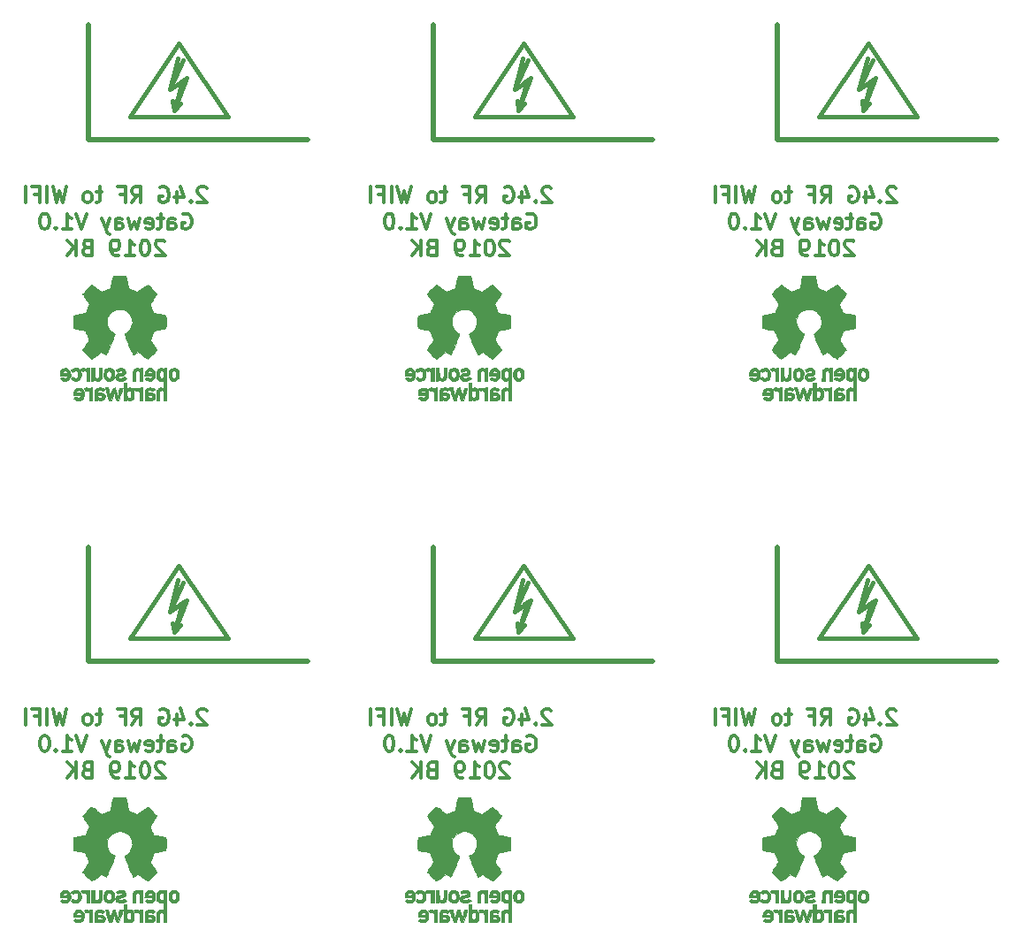
<source format=gbo>
G04 #@! TF.GenerationSoftware,KiCad,Pcbnew,5.0.2-bee76a0~70~ubuntu16.04.1*
G04 #@! TF.CreationDate,2019-12-01T11:56:29+01:00*
G04 #@! TF.ProjectId,RF_24G_Gateway,52465f32-3447-45f4-9761-74657761792e,rev?*
G04 #@! TF.SameCoordinates,Original*
G04 #@! TF.FileFunction,Legend,Bot*
G04 #@! TF.FilePolarity,Positive*
%FSLAX46Y46*%
G04 Gerber Fmt 4.6, Leading zero omitted, Abs format (unit mm)*
G04 Created by KiCad (PCBNEW 5.0.2-bee76a0~70~ubuntu16.04.1) date Sun 01 Dec 2019 11:56:29 AM CET*
%MOMM*%
%LPD*%
G01*
G04 APERTURE LIST*
%ADD10C,0.300000*%
%ADD11C,0.500000*%
%ADD12C,0.010000*%
%ADD13C,0.381000*%
%ADD14C,2.002000*%
%ADD15C,1.902000*%
%ADD16C,1.602000*%
%ADD17R,1.602000X1.602000*%
%ADD18O,1.802000X1.802000*%
%ADD19R,1.802000X1.802000*%
%ADD20O,1.829200X1.829200*%
%ADD21R,1.829200X1.829200*%
%ADD22R,3.101740X3.101740*%
%ADD23C,3.101740*%
G04 APERTURE END LIST*
D10*
X155318171Y-66672228D02*
X155246742Y-66600800D01*
X155103885Y-66529371D01*
X154746742Y-66529371D01*
X154603885Y-66600800D01*
X154532457Y-66672228D01*
X154461028Y-66815085D01*
X154461028Y-66957942D01*
X154532457Y-67172228D01*
X155389600Y-68029371D01*
X154461028Y-68029371D01*
X153818171Y-67886514D02*
X153746742Y-67957942D01*
X153818171Y-68029371D01*
X153889600Y-67957942D01*
X153818171Y-67886514D01*
X153818171Y-68029371D01*
X152461028Y-67029371D02*
X152461028Y-68029371D01*
X152818171Y-66457942D02*
X153175314Y-67529371D01*
X152246742Y-67529371D01*
X150889600Y-66600800D02*
X151032457Y-66529371D01*
X151246742Y-66529371D01*
X151461028Y-66600800D01*
X151603885Y-66743657D01*
X151675314Y-66886514D01*
X151746742Y-67172228D01*
X151746742Y-67386514D01*
X151675314Y-67672228D01*
X151603885Y-67815085D01*
X151461028Y-67957942D01*
X151246742Y-68029371D01*
X151103885Y-68029371D01*
X150889600Y-67957942D01*
X150818171Y-67886514D01*
X150818171Y-67386514D01*
X151103885Y-67386514D01*
X148175314Y-68029371D02*
X148675314Y-67315085D01*
X149032457Y-68029371D02*
X149032457Y-66529371D01*
X148461028Y-66529371D01*
X148318171Y-66600800D01*
X148246742Y-66672228D01*
X148175314Y-66815085D01*
X148175314Y-67029371D01*
X148246742Y-67172228D01*
X148318171Y-67243657D01*
X148461028Y-67315085D01*
X149032457Y-67315085D01*
X147032457Y-67243657D02*
X147532457Y-67243657D01*
X147532457Y-68029371D02*
X147532457Y-66529371D01*
X146818171Y-66529371D01*
X145318171Y-67029371D02*
X144746742Y-67029371D01*
X145103885Y-66529371D02*
X145103885Y-67815085D01*
X145032457Y-67957942D01*
X144889600Y-68029371D01*
X144746742Y-68029371D01*
X144032457Y-68029371D02*
X144175314Y-67957942D01*
X144246742Y-67886514D01*
X144318171Y-67743657D01*
X144318171Y-67315085D01*
X144246742Y-67172228D01*
X144175314Y-67100800D01*
X144032457Y-67029371D01*
X143818171Y-67029371D01*
X143675314Y-67100800D01*
X143603885Y-67172228D01*
X143532457Y-67315085D01*
X143532457Y-67743657D01*
X143603885Y-67886514D01*
X143675314Y-67957942D01*
X143818171Y-68029371D01*
X144032457Y-68029371D01*
X141889600Y-66529371D02*
X141532457Y-68029371D01*
X141246742Y-66957942D01*
X140961028Y-68029371D01*
X140603885Y-66529371D01*
X140032457Y-68029371D02*
X140032457Y-66529371D01*
X138818171Y-67243657D02*
X139318171Y-67243657D01*
X139318171Y-68029371D02*
X139318171Y-66529371D01*
X138603885Y-66529371D01*
X138032457Y-68029371D02*
X138032457Y-66529371D01*
X153032457Y-69150800D02*
X153175314Y-69079371D01*
X153389600Y-69079371D01*
X153603885Y-69150800D01*
X153746742Y-69293657D01*
X153818171Y-69436514D01*
X153889600Y-69722228D01*
X153889600Y-69936514D01*
X153818171Y-70222228D01*
X153746742Y-70365085D01*
X153603885Y-70507942D01*
X153389600Y-70579371D01*
X153246742Y-70579371D01*
X153032457Y-70507942D01*
X152961028Y-70436514D01*
X152961028Y-69936514D01*
X153246742Y-69936514D01*
X151675314Y-70579371D02*
X151675314Y-69793657D01*
X151746742Y-69650800D01*
X151889600Y-69579371D01*
X152175314Y-69579371D01*
X152318171Y-69650800D01*
X151675314Y-70507942D02*
X151818171Y-70579371D01*
X152175314Y-70579371D01*
X152318171Y-70507942D01*
X152389600Y-70365085D01*
X152389600Y-70222228D01*
X152318171Y-70079371D01*
X152175314Y-70007942D01*
X151818171Y-70007942D01*
X151675314Y-69936514D01*
X151175314Y-69579371D02*
X150603885Y-69579371D01*
X150961028Y-69079371D02*
X150961028Y-70365085D01*
X150889600Y-70507942D01*
X150746742Y-70579371D01*
X150603885Y-70579371D01*
X149532457Y-70507942D02*
X149675314Y-70579371D01*
X149961028Y-70579371D01*
X150103885Y-70507942D01*
X150175314Y-70365085D01*
X150175314Y-69793657D01*
X150103885Y-69650800D01*
X149961028Y-69579371D01*
X149675314Y-69579371D01*
X149532457Y-69650800D01*
X149461028Y-69793657D01*
X149461028Y-69936514D01*
X150175314Y-70079371D01*
X148961028Y-69579371D02*
X148675314Y-70579371D01*
X148389600Y-69865085D01*
X148103885Y-70579371D01*
X147818171Y-69579371D01*
X146603885Y-70579371D02*
X146603885Y-69793657D01*
X146675314Y-69650800D01*
X146818171Y-69579371D01*
X147103885Y-69579371D01*
X147246742Y-69650800D01*
X146603885Y-70507942D02*
X146746742Y-70579371D01*
X147103885Y-70579371D01*
X147246742Y-70507942D01*
X147318171Y-70365085D01*
X147318171Y-70222228D01*
X147246742Y-70079371D01*
X147103885Y-70007942D01*
X146746742Y-70007942D01*
X146603885Y-69936514D01*
X146032457Y-69579371D02*
X145675314Y-70579371D01*
X145318171Y-69579371D02*
X145675314Y-70579371D01*
X145818171Y-70936514D01*
X145889600Y-71007942D01*
X146032457Y-71079371D01*
X143818171Y-69079371D02*
X143318171Y-70579371D01*
X142818171Y-69079371D01*
X141532457Y-70579371D02*
X142389600Y-70579371D01*
X141961028Y-70579371D02*
X141961028Y-69079371D01*
X142103885Y-69293657D01*
X142246742Y-69436514D01*
X142389600Y-69507942D01*
X140889600Y-70436514D02*
X140818171Y-70507942D01*
X140889600Y-70579371D01*
X140961028Y-70507942D01*
X140889600Y-70436514D01*
X140889600Y-70579371D01*
X139889600Y-69079371D02*
X139746742Y-69079371D01*
X139603885Y-69150800D01*
X139532457Y-69222228D01*
X139461028Y-69365085D01*
X139389600Y-69650800D01*
X139389600Y-70007942D01*
X139461028Y-70293657D01*
X139532457Y-70436514D01*
X139603885Y-70507942D01*
X139746742Y-70579371D01*
X139889600Y-70579371D01*
X140032457Y-70507942D01*
X140103885Y-70436514D01*
X140175314Y-70293657D01*
X140246742Y-70007942D01*
X140246742Y-69650800D01*
X140175314Y-69365085D01*
X140103885Y-69222228D01*
X140032457Y-69150800D01*
X139889600Y-69079371D01*
X151282457Y-71772228D02*
X151211028Y-71700800D01*
X151068171Y-71629371D01*
X150711028Y-71629371D01*
X150568171Y-71700800D01*
X150496742Y-71772228D01*
X150425314Y-71915085D01*
X150425314Y-72057942D01*
X150496742Y-72272228D01*
X151353885Y-73129371D01*
X150425314Y-73129371D01*
X149496742Y-71629371D02*
X149353885Y-71629371D01*
X149211028Y-71700800D01*
X149139600Y-71772228D01*
X149068171Y-71915085D01*
X148996742Y-72200800D01*
X148996742Y-72557942D01*
X149068171Y-72843657D01*
X149139600Y-72986514D01*
X149211028Y-73057942D01*
X149353885Y-73129371D01*
X149496742Y-73129371D01*
X149639600Y-73057942D01*
X149711028Y-72986514D01*
X149782457Y-72843657D01*
X149853885Y-72557942D01*
X149853885Y-72200800D01*
X149782457Y-71915085D01*
X149711028Y-71772228D01*
X149639600Y-71700800D01*
X149496742Y-71629371D01*
X147568171Y-73129371D02*
X148425314Y-73129371D01*
X147996742Y-73129371D02*
X147996742Y-71629371D01*
X148139600Y-71843657D01*
X148282457Y-71986514D01*
X148425314Y-72057942D01*
X146853885Y-73129371D02*
X146568171Y-73129371D01*
X146425314Y-73057942D01*
X146353885Y-72986514D01*
X146211028Y-72772228D01*
X146139600Y-72486514D01*
X146139600Y-71915085D01*
X146211028Y-71772228D01*
X146282457Y-71700800D01*
X146425314Y-71629371D01*
X146711028Y-71629371D01*
X146853885Y-71700800D01*
X146925314Y-71772228D01*
X146996742Y-71915085D01*
X146996742Y-72272228D01*
X146925314Y-72415085D01*
X146853885Y-72486514D01*
X146711028Y-72557942D01*
X146425314Y-72557942D01*
X146282457Y-72486514D01*
X146211028Y-72415085D01*
X146139600Y-72272228D01*
X143853885Y-72343657D02*
X143639600Y-72415085D01*
X143568171Y-72486514D01*
X143496742Y-72629371D01*
X143496742Y-72843657D01*
X143568171Y-72986514D01*
X143639600Y-73057942D01*
X143782457Y-73129371D01*
X144353885Y-73129371D01*
X144353885Y-71629371D01*
X143853885Y-71629371D01*
X143711028Y-71700800D01*
X143639600Y-71772228D01*
X143568171Y-71915085D01*
X143568171Y-72057942D01*
X143639600Y-72200800D01*
X143711028Y-72272228D01*
X143853885Y-72343657D01*
X144353885Y-72343657D01*
X142853885Y-73129371D02*
X142853885Y-71629371D01*
X141996742Y-73129371D02*
X142639600Y-72272228D01*
X141996742Y-71629371D02*
X142853885Y-72486514D01*
D11*
X177000000Y-51000000D02*
X177000000Y-62000000D01*
D10*
X122318171Y-66672228D02*
X122246742Y-66600800D01*
X122103885Y-66529371D01*
X121746742Y-66529371D01*
X121603885Y-66600800D01*
X121532457Y-66672228D01*
X121461028Y-66815085D01*
X121461028Y-66957942D01*
X121532457Y-67172228D01*
X122389600Y-68029371D01*
X121461028Y-68029371D01*
X120818171Y-67886514D02*
X120746742Y-67957942D01*
X120818171Y-68029371D01*
X120889600Y-67957942D01*
X120818171Y-67886514D01*
X120818171Y-68029371D01*
X119461028Y-67029371D02*
X119461028Y-68029371D01*
X119818171Y-66457942D02*
X120175314Y-67529371D01*
X119246742Y-67529371D01*
X117889600Y-66600800D02*
X118032457Y-66529371D01*
X118246742Y-66529371D01*
X118461028Y-66600800D01*
X118603885Y-66743657D01*
X118675314Y-66886514D01*
X118746742Y-67172228D01*
X118746742Y-67386514D01*
X118675314Y-67672228D01*
X118603885Y-67815085D01*
X118461028Y-67957942D01*
X118246742Y-68029371D01*
X118103885Y-68029371D01*
X117889600Y-67957942D01*
X117818171Y-67886514D01*
X117818171Y-67386514D01*
X118103885Y-67386514D01*
X115175314Y-68029371D02*
X115675314Y-67315085D01*
X116032457Y-68029371D02*
X116032457Y-66529371D01*
X115461028Y-66529371D01*
X115318171Y-66600800D01*
X115246742Y-66672228D01*
X115175314Y-66815085D01*
X115175314Y-67029371D01*
X115246742Y-67172228D01*
X115318171Y-67243657D01*
X115461028Y-67315085D01*
X116032457Y-67315085D01*
X114032457Y-67243657D02*
X114532457Y-67243657D01*
X114532457Y-68029371D02*
X114532457Y-66529371D01*
X113818171Y-66529371D01*
X112318171Y-67029371D02*
X111746742Y-67029371D01*
X112103885Y-66529371D02*
X112103885Y-67815085D01*
X112032457Y-67957942D01*
X111889600Y-68029371D01*
X111746742Y-68029371D01*
X111032457Y-68029371D02*
X111175314Y-67957942D01*
X111246742Y-67886514D01*
X111318171Y-67743657D01*
X111318171Y-67315085D01*
X111246742Y-67172228D01*
X111175314Y-67100800D01*
X111032457Y-67029371D01*
X110818171Y-67029371D01*
X110675314Y-67100800D01*
X110603885Y-67172228D01*
X110532457Y-67315085D01*
X110532457Y-67743657D01*
X110603885Y-67886514D01*
X110675314Y-67957942D01*
X110818171Y-68029371D01*
X111032457Y-68029371D01*
X108889600Y-66529371D02*
X108532457Y-68029371D01*
X108246742Y-66957942D01*
X107961028Y-68029371D01*
X107603885Y-66529371D01*
X107032457Y-68029371D02*
X107032457Y-66529371D01*
X105818171Y-67243657D02*
X106318171Y-67243657D01*
X106318171Y-68029371D02*
X106318171Y-66529371D01*
X105603885Y-66529371D01*
X105032457Y-68029371D02*
X105032457Y-66529371D01*
X120032457Y-69150800D02*
X120175314Y-69079371D01*
X120389600Y-69079371D01*
X120603885Y-69150800D01*
X120746742Y-69293657D01*
X120818171Y-69436514D01*
X120889600Y-69722228D01*
X120889600Y-69936514D01*
X120818171Y-70222228D01*
X120746742Y-70365085D01*
X120603885Y-70507942D01*
X120389600Y-70579371D01*
X120246742Y-70579371D01*
X120032457Y-70507942D01*
X119961028Y-70436514D01*
X119961028Y-69936514D01*
X120246742Y-69936514D01*
X118675314Y-70579371D02*
X118675314Y-69793657D01*
X118746742Y-69650800D01*
X118889600Y-69579371D01*
X119175314Y-69579371D01*
X119318171Y-69650800D01*
X118675314Y-70507942D02*
X118818171Y-70579371D01*
X119175314Y-70579371D01*
X119318171Y-70507942D01*
X119389600Y-70365085D01*
X119389600Y-70222228D01*
X119318171Y-70079371D01*
X119175314Y-70007942D01*
X118818171Y-70007942D01*
X118675314Y-69936514D01*
X118175314Y-69579371D02*
X117603885Y-69579371D01*
X117961028Y-69079371D02*
X117961028Y-70365085D01*
X117889600Y-70507942D01*
X117746742Y-70579371D01*
X117603885Y-70579371D01*
X116532457Y-70507942D02*
X116675314Y-70579371D01*
X116961028Y-70579371D01*
X117103885Y-70507942D01*
X117175314Y-70365085D01*
X117175314Y-69793657D01*
X117103885Y-69650800D01*
X116961028Y-69579371D01*
X116675314Y-69579371D01*
X116532457Y-69650800D01*
X116461028Y-69793657D01*
X116461028Y-69936514D01*
X117175314Y-70079371D01*
X115961028Y-69579371D02*
X115675314Y-70579371D01*
X115389600Y-69865085D01*
X115103885Y-70579371D01*
X114818171Y-69579371D01*
X113603885Y-70579371D02*
X113603885Y-69793657D01*
X113675314Y-69650800D01*
X113818171Y-69579371D01*
X114103885Y-69579371D01*
X114246742Y-69650800D01*
X113603885Y-70507942D02*
X113746742Y-70579371D01*
X114103885Y-70579371D01*
X114246742Y-70507942D01*
X114318171Y-70365085D01*
X114318171Y-70222228D01*
X114246742Y-70079371D01*
X114103885Y-70007942D01*
X113746742Y-70007942D01*
X113603885Y-69936514D01*
X113032457Y-69579371D02*
X112675314Y-70579371D01*
X112318171Y-69579371D02*
X112675314Y-70579371D01*
X112818171Y-70936514D01*
X112889600Y-71007942D01*
X113032457Y-71079371D01*
X110818171Y-69079371D02*
X110318171Y-70579371D01*
X109818171Y-69079371D01*
X108532457Y-70579371D02*
X109389600Y-70579371D01*
X108961028Y-70579371D02*
X108961028Y-69079371D01*
X109103885Y-69293657D01*
X109246742Y-69436514D01*
X109389600Y-69507942D01*
X107889600Y-70436514D02*
X107818171Y-70507942D01*
X107889600Y-70579371D01*
X107961028Y-70507942D01*
X107889600Y-70436514D01*
X107889600Y-70579371D01*
X106889600Y-69079371D02*
X106746742Y-69079371D01*
X106603885Y-69150800D01*
X106532457Y-69222228D01*
X106461028Y-69365085D01*
X106389600Y-69650800D01*
X106389600Y-70007942D01*
X106461028Y-70293657D01*
X106532457Y-70436514D01*
X106603885Y-70507942D01*
X106746742Y-70579371D01*
X106889600Y-70579371D01*
X107032457Y-70507942D01*
X107103885Y-70436514D01*
X107175314Y-70293657D01*
X107246742Y-70007942D01*
X107246742Y-69650800D01*
X107175314Y-69365085D01*
X107103885Y-69222228D01*
X107032457Y-69150800D01*
X106889600Y-69079371D01*
X118282457Y-71772228D02*
X118211028Y-71700800D01*
X118068171Y-71629371D01*
X117711028Y-71629371D01*
X117568171Y-71700800D01*
X117496742Y-71772228D01*
X117425314Y-71915085D01*
X117425314Y-72057942D01*
X117496742Y-72272228D01*
X118353885Y-73129371D01*
X117425314Y-73129371D01*
X116496742Y-71629371D02*
X116353885Y-71629371D01*
X116211028Y-71700800D01*
X116139600Y-71772228D01*
X116068171Y-71915085D01*
X115996742Y-72200800D01*
X115996742Y-72557942D01*
X116068171Y-72843657D01*
X116139600Y-72986514D01*
X116211028Y-73057942D01*
X116353885Y-73129371D01*
X116496742Y-73129371D01*
X116639600Y-73057942D01*
X116711028Y-72986514D01*
X116782457Y-72843657D01*
X116853885Y-72557942D01*
X116853885Y-72200800D01*
X116782457Y-71915085D01*
X116711028Y-71772228D01*
X116639600Y-71700800D01*
X116496742Y-71629371D01*
X114568171Y-73129371D02*
X115425314Y-73129371D01*
X114996742Y-73129371D02*
X114996742Y-71629371D01*
X115139600Y-71843657D01*
X115282457Y-71986514D01*
X115425314Y-72057942D01*
X113853885Y-73129371D02*
X113568171Y-73129371D01*
X113425314Y-73057942D01*
X113353885Y-72986514D01*
X113211028Y-72772228D01*
X113139600Y-72486514D01*
X113139600Y-71915085D01*
X113211028Y-71772228D01*
X113282457Y-71700800D01*
X113425314Y-71629371D01*
X113711028Y-71629371D01*
X113853885Y-71700800D01*
X113925314Y-71772228D01*
X113996742Y-71915085D01*
X113996742Y-72272228D01*
X113925314Y-72415085D01*
X113853885Y-72486514D01*
X113711028Y-72557942D01*
X113425314Y-72557942D01*
X113282457Y-72486514D01*
X113211028Y-72415085D01*
X113139600Y-72272228D01*
X110853885Y-72343657D02*
X110639600Y-72415085D01*
X110568171Y-72486514D01*
X110496742Y-72629371D01*
X110496742Y-72843657D01*
X110568171Y-72986514D01*
X110639600Y-73057942D01*
X110782457Y-73129371D01*
X111353885Y-73129371D01*
X111353885Y-71629371D01*
X110853885Y-71629371D01*
X110711028Y-71700800D01*
X110639600Y-71772228D01*
X110568171Y-71915085D01*
X110568171Y-72057942D01*
X110639600Y-72200800D01*
X110711028Y-72272228D01*
X110853885Y-72343657D01*
X111353885Y-72343657D01*
X109853885Y-73129371D02*
X109853885Y-71629371D01*
X108996742Y-73129371D02*
X109639600Y-72272228D01*
X108996742Y-71629371D02*
X109853885Y-72486514D01*
X188318171Y-66672228D02*
X188246742Y-66600800D01*
X188103885Y-66529371D01*
X187746742Y-66529371D01*
X187603885Y-66600800D01*
X187532457Y-66672228D01*
X187461028Y-66815085D01*
X187461028Y-66957942D01*
X187532457Y-67172228D01*
X188389600Y-68029371D01*
X187461028Y-68029371D01*
X186818171Y-67886514D02*
X186746742Y-67957942D01*
X186818171Y-68029371D01*
X186889600Y-67957942D01*
X186818171Y-67886514D01*
X186818171Y-68029371D01*
X185461028Y-67029371D02*
X185461028Y-68029371D01*
X185818171Y-66457942D02*
X186175314Y-67529371D01*
X185246742Y-67529371D01*
X183889600Y-66600800D02*
X184032457Y-66529371D01*
X184246742Y-66529371D01*
X184461028Y-66600800D01*
X184603885Y-66743657D01*
X184675314Y-66886514D01*
X184746742Y-67172228D01*
X184746742Y-67386514D01*
X184675314Y-67672228D01*
X184603885Y-67815085D01*
X184461028Y-67957942D01*
X184246742Y-68029371D01*
X184103885Y-68029371D01*
X183889600Y-67957942D01*
X183818171Y-67886514D01*
X183818171Y-67386514D01*
X184103885Y-67386514D01*
X181175314Y-68029371D02*
X181675314Y-67315085D01*
X182032457Y-68029371D02*
X182032457Y-66529371D01*
X181461028Y-66529371D01*
X181318171Y-66600800D01*
X181246742Y-66672228D01*
X181175314Y-66815085D01*
X181175314Y-67029371D01*
X181246742Y-67172228D01*
X181318171Y-67243657D01*
X181461028Y-67315085D01*
X182032457Y-67315085D01*
X180032457Y-67243657D02*
X180532457Y-67243657D01*
X180532457Y-68029371D02*
X180532457Y-66529371D01*
X179818171Y-66529371D01*
X178318171Y-67029371D02*
X177746742Y-67029371D01*
X178103885Y-66529371D02*
X178103885Y-67815085D01*
X178032457Y-67957942D01*
X177889600Y-68029371D01*
X177746742Y-68029371D01*
X177032457Y-68029371D02*
X177175314Y-67957942D01*
X177246742Y-67886514D01*
X177318171Y-67743657D01*
X177318171Y-67315085D01*
X177246742Y-67172228D01*
X177175314Y-67100800D01*
X177032457Y-67029371D01*
X176818171Y-67029371D01*
X176675314Y-67100800D01*
X176603885Y-67172228D01*
X176532457Y-67315085D01*
X176532457Y-67743657D01*
X176603885Y-67886514D01*
X176675314Y-67957942D01*
X176818171Y-68029371D01*
X177032457Y-68029371D01*
X174889600Y-66529371D02*
X174532457Y-68029371D01*
X174246742Y-66957942D01*
X173961028Y-68029371D01*
X173603885Y-66529371D01*
X173032457Y-68029371D02*
X173032457Y-66529371D01*
X171818171Y-67243657D02*
X172318171Y-67243657D01*
X172318171Y-68029371D02*
X172318171Y-66529371D01*
X171603885Y-66529371D01*
X171032457Y-68029371D02*
X171032457Y-66529371D01*
X186032457Y-69150800D02*
X186175314Y-69079371D01*
X186389600Y-69079371D01*
X186603885Y-69150800D01*
X186746742Y-69293657D01*
X186818171Y-69436514D01*
X186889600Y-69722228D01*
X186889600Y-69936514D01*
X186818171Y-70222228D01*
X186746742Y-70365085D01*
X186603885Y-70507942D01*
X186389600Y-70579371D01*
X186246742Y-70579371D01*
X186032457Y-70507942D01*
X185961028Y-70436514D01*
X185961028Y-69936514D01*
X186246742Y-69936514D01*
X184675314Y-70579371D02*
X184675314Y-69793657D01*
X184746742Y-69650800D01*
X184889600Y-69579371D01*
X185175314Y-69579371D01*
X185318171Y-69650800D01*
X184675314Y-70507942D02*
X184818171Y-70579371D01*
X185175314Y-70579371D01*
X185318171Y-70507942D01*
X185389600Y-70365085D01*
X185389600Y-70222228D01*
X185318171Y-70079371D01*
X185175314Y-70007942D01*
X184818171Y-70007942D01*
X184675314Y-69936514D01*
X184175314Y-69579371D02*
X183603885Y-69579371D01*
X183961028Y-69079371D02*
X183961028Y-70365085D01*
X183889600Y-70507942D01*
X183746742Y-70579371D01*
X183603885Y-70579371D01*
X182532457Y-70507942D02*
X182675314Y-70579371D01*
X182961028Y-70579371D01*
X183103885Y-70507942D01*
X183175314Y-70365085D01*
X183175314Y-69793657D01*
X183103885Y-69650800D01*
X182961028Y-69579371D01*
X182675314Y-69579371D01*
X182532457Y-69650800D01*
X182461028Y-69793657D01*
X182461028Y-69936514D01*
X183175314Y-70079371D01*
X181961028Y-69579371D02*
X181675314Y-70579371D01*
X181389600Y-69865085D01*
X181103885Y-70579371D01*
X180818171Y-69579371D01*
X179603885Y-70579371D02*
X179603885Y-69793657D01*
X179675314Y-69650800D01*
X179818171Y-69579371D01*
X180103885Y-69579371D01*
X180246742Y-69650800D01*
X179603885Y-70507942D02*
X179746742Y-70579371D01*
X180103885Y-70579371D01*
X180246742Y-70507942D01*
X180318171Y-70365085D01*
X180318171Y-70222228D01*
X180246742Y-70079371D01*
X180103885Y-70007942D01*
X179746742Y-70007942D01*
X179603885Y-69936514D01*
X179032457Y-69579371D02*
X178675314Y-70579371D01*
X178318171Y-69579371D02*
X178675314Y-70579371D01*
X178818171Y-70936514D01*
X178889600Y-71007942D01*
X179032457Y-71079371D01*
X176818171Y-69079371D02*
X176318171Y-70579371D01*
X175818171Y-69079371D01*
X174532457Y-70579371D02*
X175389600Y-70579371D01*
X174961028Y-70579371D02*
X174961028Y-69079371D01*
X175103885Y-69293657D01*
X175246742Y-69436514D01*
X175389600Y-69507942D01*
X173889600Y-70436514D02*
X173818171Y-70507942D01*
X173889600Y-70579371D01*
X173961028Y-70507942D01*
X173889600Y-70436514D01*
X173889600Y-70579371D01*
X172889600Y-69079371D02*
X172746742Y-69079371D01*
X172603885Y-69150800D01*
X172532457Y-69222228D01*
X172461028Y-69365085D01*
X172389600Y-69650800D01*
X172389600Y-70007942D01*
X172461028Y-70293657D01*
X172532457Y-70436514D01*
X172603885Y-70507942D01*
X172746742Y-70579371D01*
X172889600Y-70579371D01*
X173032457Y-70507942D01*
X173103885Y-70436514D01*
X173175314Y-70293657D01*
X173246742Y-70007942D01*
X173246742Y-69650800D01*
X173175314Y-69365085D01*
X173103885Y-69222228D01*
X173032457Y-69150800D01*
X172889600Y-69079371D01*
X184282457Y-71772228D02*
X184211028Y-71700800D01*
X184068171Y-71629371D01*
X183711028Y-71629371D01*
X183568171Y-71700800D01*
X183496742Y-71772228D01*
X183425314Y-71915085D01*
X183425314Y-72057942D01*
X183496742Y-72272228D01*
X184353885Y-73129371D01*
X183425314Y-73129371D01*
X182496742Y-71629371D02*
X182353885Y-71629371D01*
X182211028Y-71700800D01*
X182139600Y-71772228D01*
X182068171Y-71915085D01*
X181996742Y-72200800D01*
X181996742Y-72557942D01*
X182068171Y-72843657D01*
X182139600Y-72986514D01*
X182211028Y-73057942D01*
X182353885Y-73129371D01*
X182496742Y-73129371D01*
X182639600Y-73057942D01*
X182711028Y-72986514D01*
X182782457Y-72843657D01*
X182853885Y-72557942D01*
X182853885Y-72200800D01*
X182782457Y-71915085D01*
X182711028Y-71772228D01*
X182639600Y-71700800D01*
X182496742Y-71629371D01*
X180568171Y-73129371D02*
X181425314Y-73129371D01*
X180996742Y-73129371D02*
X180996742Y-71629371D01*
X181139600Y-71843657D01*
X181282457Y-71986514D01*
X181425314Y-72057942D01*
X179853885Y-73129371D02*
X179568171Y-73129371D01*
X179425314Y-73057942D01*
X179353885Y-72986514D01*
X179211028Y-72772228D01*
X179139600Y-72486514D01*
X179139600Y-71915085D01*
X179211028Y-71772228D01*
X179282457Y-71700800D01*
X179425314Y-71629371D01*
X179711028Y-71629371D01*
X179853885Y-71700800D01*
X179925314Y-71772228D01*
X179996742Y-71915085D01*
X179996742Y-72272228D01*
X179925314Y-72415085D01*
X179853885Y-72486514D01*
X179711028Y-72557942D01*
X179425314Y-72557942D01*
X179282457Y-72486514D01*
X179211028Y-72415085D01*
X179139600Y-72272228D01*
X176853885Y-72343657D02*
X176639600Y-72415085D01*
X176568171Y-72486514D01*
X176496742Y-72629371D01*
X176496742Y-72843657D01*
X176568171Y-72986514D01*
X176639600Y-73057942D01*
X176782457Y-73129371D01*
X177353885Y-73129371D01*
X177353885Y-71629371D01*
X176853885Y-71629371D01*
X176711028Y-71700800D01*
X176639600Y-71772228D01*
X176568171Y-71915085D01*
X176568171Y-72057942D01*
X176639600Y-72200800D01*
X176711028Y-72272228D01*
X176853885Y-72343657D01*
X177353885Y-72343657D01*
X175853885Y-73129371D02*
X175853885Y-71629371D01*
X174996742Y-73129371D02*
X175639600Y-72272228D01*
X174996742Y-71629371D02*
X175853885Y-72486514D01*
D11*
X177000000Y-62000000D02*
X198000000Y-62000000D01*
X144000000Y-62000000D02*
X165000000Y-62000000D01*
X111000000Y-62000000D02*
X132000000Y-62000000D01*
X144000000Y-51000000D02*
X144000000Y-62000000D01*
X111000000Y-51000000D02*
X111000000Y-62000000D01*
D10*
X188318171Y-116672228D02*
X188246742Y-116600800D01*
X188103885Y-116529371D01*
X187746742Y-116529371D01*
X187603885Y-116600800D01*
X187532457Y-116672228D01*
X187461028Y-116815085D01*
X187461028Y-116957942D01*
X187532457Y-117172228D01*
X188389600Y-118029371D01*
X187461028Y-118029371D01*
X186818171Y-117886514D02*
X186746742Y-117957942D01*
X186818171Y-118029371D01*
X186889600Y-117957942D01*
X186818171Y-117886514D01*
X186818171Y-118029371D01*
X185461028Y-117029371D02*
X185461028Y-118029371D01*
X185818171Y-116457942D02*
X186175314Y-117529371D01*
X185246742Y-117529371D01*
X183889600Y-116600800D02*
X184032457Y-116529371D01*
X184246742Y-116529371D01*
X184461028Y-116600800D01*
X184603885Y-116743657D01*
X184675314Y-116886514D01*
X184746742Y-117172228D01*
X184746742Y-117386514D01*
X184675314Y-117672228D01*
X184603885Y-117815085D01*
X184461028Y-117957942D01*
X184246742Y-118029371D01*
X184103885Y-118029371D01*
X183889600Y-117957942D01*
X183818171Y-117886514D01*
X183818171Y-117386514D01*
X184103885Y-117386514D01*
X181175314Y-118029371D02*
X181675314Y-117315085D01*
X182032457Y-118029371D02*
X182032457Y-116529371D01*
X181461028Y-116529371D01*
X181318171Y-116600800D01*
X181246742Y-116672228D01*
X181175314Y-116815085D01*
X181175314Y-117029371D01*
X181246742Y-117172228D01*
X181318171Y-117243657D01*
X181461028Y-117315085D01*
X182032457Y-117315085D01*
X180032457Y-117243657D02*
X180532457Y-117243657D01*
X180532457Y-118029371D02*
X180532457Y-116529371D01*
X179818171Y-116529371D01*
X178318171Y-117029371D02*
X177746742Y-117029371D01*
X178103885Y-116529371D02*
X178103885Y-117815085D01*
X178032457Y-117957942D01*
X177889600Y-118029371D01*
X177746742Y-118029371D01*
X177032457Y-118029371D02*
X177175314Y-117957942D01*
X177246742Y-117886514D01*
X177318171Y-117743657D01*
X177318171Y-117315085D01*
X177246742Y-117172228D01*
X177175314Y-117100800D01*
X177032457Y-117029371D01*
X176818171Y-117029371D01*
X176675314Y-117100800D01*
X176603885Y-117172228D01*
X176532457Y-117315085D01*
X176532457Y-117743657D01*
X176603885Y-117886514D01*
X176675314Y-117957942D01*
X176818171Y-118029371D01*
X177032457Y-118029371D01*
X174889600Y-116529371D02*
X174532457Y-118029371D01*
X174246742Y-116957942D01*
X173961028Y-118029371D01*
X173603885Y-116529371D01*
X173032457Y-118029371D02*
X173032457Y-116529371D01*
X171818171Y-117243657D02*
X172318171Y-117243657D01*
X172318171Y-118029371D02*
X172318171Y-116529371D01*
X171603885Y-116529371D01*
X171032457Y-118029371D02*
X171032457Y-116529371D01*
X186032457Y-119150800D02*
X186175314Y-119079371D01*
X186389600Y-119079371D01*
X186603885Y-119150800D01*
X186746742Y-119293657D01*
X186818171Y-119436514D01*
X186889600Y-119722228D01*
X186889600Y-119936514D01*
X186818171Y-120222228D01*
X186746742Y-120365085D01*
X186603885Y-120507942D01*
X186389600Y-120579371D01*
X186246742Y-120579371D01*
X186032457Y-120507942D01*
X185961028Y-120436514D01*
X185961028Y-119936514D01*
X186246742Y-119936514D01*
X184675314Y-120579371D02*
X184675314Y-119793657D01*
X184746742Y-119650800D01*
X184889600Y-119579371D01*
X185175314Y-119579371D01*
X185318171Y-119650800D01*
X184675314Y-120507942D02*
X184818171Y-120579371D01*
X185175314Y-120579371D01*
X185318171Y-120507942D01*
X185389600Y-120365085D01*
X185389600Y-120222228D01*
X185318171Y-120079371D01*
X185175314Y-120007942D01*
X184818171Y-120007942D01*
X184675314Y-119936514D01*
X184175314Y-119579371D02*
X183603885Y-119579371D01*
X183961028Y-119079371D02*
X183961028Y-120365085D01*
X183889600Y-120507942D01*
X183746742Y-120579371D01*
X183603885Y-120579371D01*
X182532457Y-120507942D02*
X182675314Y-120579371D01*
X182961028Y-120579371D01*
X183103885Y-120507942D01*
X183175314Y-120365085D01*
X183175314Y-119793657D01*
X183103885Y-119650800D01*
X182961028Y-119579371D01*
X182675314Y-119579371D01*
X182532457Y-119650800D01*
X182461028Y-119793657D01*
X182461028Y-119936514D01*
X183175314Y-120079371D01*
X181961028Y-119579371D02*
X181675314Y-120579371D01*
X181389600Y-119865085D01*
X181103885Y-120579371D01*
X180818171Y-119579371D01*
X179603885Y-120579371D02*
X179603885Y-119793657D01*
X179675314Y-119650800D01*
X179818171Y-119579371D01*
X180103885Y-119579371D01*
X180246742Y-119650800D01*
X179603885Y-120507942D02*
X179746742Y-120579371D01*
X180103885Y-120579371D01*
X180246742Y-120507942D01*
X180318171Y-120365085D01*
X180318171Y-120222228D01*
X180246742Y-120079371D01*
X180103885Y-120007942D01*
X179746742Y-120007942D01*
X179603885Y-119936514D01*
X179032457Y-119579371D02*
X178675314Y-120579371D01*
X178318171Y-119579371D02*
X178675314Y-120579371D01*
X178818171Y-120936514D01*
X178889600Y-121007942D01*
X179032457Y-121079371D01*
X176818171Y-119079371D02*
X176318171Y-120579371D01*
X175818171Y-119079371D01*
X174532457Y-120579371D02*
X175389600Y-120579371D01*
X174961028Y-120579371D02*
X174961028Y-119079371D01*
X175103885Y-119293657D01*
X175246742Y-119436514D01*
X175389600Y-119507942D01*
X173889600Y-120436514D02*
X173818171Y-120507942D01*
X173889600Y-120579371D01*
X173961028Y-120507942D01*
X173889600Y-120436514D01*
X173889600Y-120579371D01*
X172889600Y-119079371D02*
X172746742Y-119079371D01*
X172603885Y-119150800D01*
X172532457Y-119222228D01*
X172461028Y-119365085D01*
X172389600Y-119650800D01*
X172389600Y-120007942D01*
X172461028Y-120293657D01*
X172532457Y-120436514D01*
X172603885Y-120507942D01*
X172746742Y-120579371D01*
X172889600Y-120579371D01*
X173032457Y-120507942D01*
X173103885Y-120436514D01*
X173175314Y-120293657D01*
X173246742Y-120007942D01*
X173246742Y-119650800D01*
X173175314Y-119365085D01*
X173103885Y-119222228D01*
X173032457Y-119150800D01*
X172889600Y-119079371D01*
X184282457Y-121772228D02*
X184211028Y-121700800D01*
X184068171Y-121629371D01*
X183711028Y-121629371D01*
X183568171Y-121700800D01*
X183496742Y-121772228D01*
X183425314Y-121915085D01*
X183425314Y-122057942D01*
X183496742Y-122272228D01*
X184353885Y-123129371D01*
X183425314Y-123129371D01*
X182496742Y-121629371D02*
X182353885Y-121629371D01*
X182211028Y-121700800D01*
X182139600Y-121772228D01*
X182068171Y-121915085D01*
X181996742Y-122200800D01*
X181996742Y-122557942D01*
X182068171Y-122843657D01*
X182139600Y-122986514D01*
X182211028Y-123057942D01*
X182353885Y-123129371D01*
X182496742Y-123129371D01*
X182639600Y-123057942D01*
X182711028Y-122986514D01*
X182782457Y-122843657D01*
X182853885Y-122557942D01*
X182853885Y-122200800D01*
X182782457Y-121915085D01*
X182711028Y-121772228D01*
X182639600Y-121700800D01*
X182496742Y-121629371D01*
X180568171Y-123129371D02*
X181425314Y-123129371D01*
X180996742Y-123129371D02*
X180996742Y-121629371D01*
X181139600Y-121843657D01*
X181282457Y-121986514D01*
X181425314Y-122057942D01*
X179853885Y-123129371D02*
X179568171Y-123129371D01*
X179425314Y-123057942D01*
X179353885Y-122986514D01*
X179211028Y-122772228D01*
X179139600Y-122486514D01*
X179139600Y-121915085D01*
X179211028Y-121772228D01*
X179282457Y-121700800D01*
X179425314Y-121629371D01*
X179711028Y-121629371D01*
X179853885Y-121700800D01*
X179925314Y-121772228D01*
X179996742Y-121915085D01*
X179996742Y-122272228D01*
X179925314Y-122415085D01*
X179853885Y-122486514D01*
X179711028Y-122557942D01*
X179425314Y-122557942D01*
X179282457Y-122486514D01*
X179211028Y-122415085D01*
X179139600Y-122272228D01*
X176853885Y-122343657D02*
X176639600Y-122415085D01*
X176568171Y-122486514D01*
X176496742Y-122629371D01*
X176496742Y-122843657D01*
X176568171Y-122986514D01*
X176639600Y-123057942D01*
X176782457Y-123129371D01*
X177353885Y-123129371D01*
X177353885Y-121629371D01*
X176853885Y-121629371D01*
X176711028Y-121700800D01*
X176639600Y-121772228D01*
X176568171Y-121915085D01*
X176568171Y-122057942D01*
X176639600Y-122200800D01*
X176711028Y-122272228D01*
X176853885Y-122343657D01*
X177353885Y-122343657D01*
X175853885Y-123129371D02*
X175853885Y-121629371D01*
X174996742Y-123129371D02*
X175639600Y-122272228D01*
X174996742Y-121629371D02*
X175853885Y-122486514D01*
D11*
X177000000Y-112000000D02*
X198000000Y-112000000D01*
X177000000Y-101000000D02*
X177000000Y-112000000D01*
D10*
X155318171Y-116672228D02*
X155246742Y-116600800D01*
X155103885Y-116529371D01*
X154746742Y-116529371D01*
X154603885Y-116600800D01*
X154532457Y-116672228D01*
X154461028Y-116815085D01*
X154461028Y-116957942D01*
X154532457Y-117172228D01*
X155389600Y-118029371D01*
X154461028Y-118029371D01*
X153818171Y-117886514D02*
X153746742Y-117957942D01*
X153818171Y-118029371D01*
X153889600Y-117957942D01*
X153818171Y-117886514D01*
X153818171Y-118029371D01*
X152461028Y-117029371D02*
X152461028Y-118029371D01*
X152818171Y-116457942D02*
X153175314Y-117529371D01*
X152246742Y-117529371D01*
X150889600Y-116600800D02*
X151032457Y-116529371D01*
X151246742Y-116529371D01*
X151461028Y-116600800D01*
X151603885Y-116743657D01*
X151675314Y-116886514D01*
X151746742Y-117172228D01*
X151746742Y-117386514D01*
X151675314Y-117672228D01*
X151603885Y-117815085D01*
X151461028Y-117957942D01*
X151246742Y-118029371D01*
X151103885Y-118029371D01*
X150889600Y-117957942D01*
X150818171Y-117886514D01*
X150818171Y-117386514D01*
X151103885Y-117386514D01*
X148175314Y-118029371D02*
X148675314Y-117315085D01*
X149032457Y-118029371D02*
X149032457Y-116529371D01*
X148461028Y-116529371D01*
X148318171Y-116600800D01*
X148246742Y-116672228D01*
X148175314Y-116815085D01*
X148175314Y-117029371D01*
X148246742Y-117172228D01*
X148318171Y-117243657D01*
X148461028Y-117315085D01*
X149032457Y-117315085D01*
X147032457Y-117243657D02*
X147532457Y-117243657D01*
X147532457Y-118029371D02*
X147532457Y-116529371D01*
X146818171Y-116529371D01*
X145318171Y-117029371D02*
X144746742Y-117029371D01*
X145103885Y-116529371D02*
X145103885Y-117815085D01*
X145032457Y-117957942D01*
X144889600Y-118029371D01*
X144746742Y-118029371D01*
X144032457Y-118029371D02*
X144175314Y-117957942D01*
X144246742Y-117886514D01*
X144318171Y-117743657D01*
X144318171Y-117315085D01*
X144246742Y-117172228D01*
X144175314Y-117100800D01*
X144032457Y-117029371D01*
X143818171Y-117029371D01*
X143675314Y-117100800D01*
X143603885Y-117172228D01*
X143532457Y-117315085D01*
X143532457Y-117743657D01*
X143603885Y-117886514D01*
X143675314Y-117957942D01*
X143818171Y-118029371D01*
X144032457Y-118029371D01*
X141889600Y-116529371D02*
X141532457Y-118029371D01*
X141246742Y-116957942D01*
X140961028Y-118029371D01*
X140603885Y-116529371D01*
X140032457Y-118029371D02*
X140032457Y-116529371D01*
X138818171Y-117243657D02*
X139318171Y-117243657D01*
X139318171Y-118029371D02*
X139318171Y-116529371D01*
X138603885Y-116529371D01*
X138032457Y-118029371D02*
X138032457Y-116529371D01*
X153032457Y-119150800D02*
X153175314Y-119079371D01*
X153389600Y-119079371D01*
X153603885Y-119150800D01*
X153746742Y-119293657D01*
X153818171Y-119436514D01*
X153889600Y-119722228D01*
X153889600Y-119936514D01*
X153818171Y-120222228D01*
X153746742Y-120365085D01*
X153603885Y-120507942D01*
X153389600Y-120579371D01*
X153246742Y-120579371D01*
X153032457Y-120507942D01*
X152961028Y-120436514D01*
X152961028Y-119936514D01*
X153246742Y-119936514D01*
X151675314Y-120579371D02*
X151675314Y-119793657D01*
X151746742Y-119650800D01*
X151889600Y-119579371D01*
X152175314Y-119579371D01*
X152318171Y-119650800D01*
X151675314Y-120507942D02*
X151818171Y-120579371D01*
X152175314Y-120579371D01*
X152318171Y-120507942D01*
X152389600Y-120365085D01*
X152389600Y-120222228D01*
X152318171Y-120079371D01*
X152175314Y-120007942D01*
X151818171Y-120007942D01*
X151675314Y-119936514D01*
X151175314Y-119579371D02*
X150603885Y-119579371D01*
X150961028Y-119079371D02*
X150961028Y-120365085D01*
X150889600Y-120507942D01*
X150746742Y-120579371D01*
X150603885Y-120579371D01*
X149532457Y-120507942D02*
X149675314Y-120579371D01*
X149961028Y-120579371D01*
X150103885Y-120507942D01*
X150175314Y-120365085D01*
X150175314Y-119793657D01*
X150103885Y-119650800D01*
X149961028Y-119579371D01*
X149675314Y-119579371D01*
X149532457Y-119650800D01*
X149461028Y-119793657D01*
X149461028Y-119936514D01*
X150175314Y-120079371D01*
X148961028Y-119579371D02*
X148675314Y-120579371D01*
X148389600Y-119865085D01*
X148103885Y-120579371D01*
X147818171Y-119579371D01*
X146603885Y-120579371D02*
X146603885Y-119793657D01*
X146675314Y-119650800D01*
X146818171Y-119579371D01*
X147103885Y-119579371D01*
X147246742Y-119650800D01*
X146603885Y-120507942D02*
X146746742Y-120579371D01*
X147103885Y-120579371D01*
X147246742Y-120507942D01*
X147318171Y-120365085D01*
X147318171Y-120222228D01*
X147246742Y-120079371D01*
X147103885Y-120007942D01*
X146746742Y-120007942D01*
X146603885Y-119936514D01*
X146032457Y-119579371D02*
X145675314Y-120579371D01*
X145318171Y-119579371D02*
X145675314Y-120579371D01*
X145818171Y-120936514D01*
X145889600Y-121007942D01*
X146032457Y-121079371D01*
X143818171Y-119079371D02*
X143318171Y-120579371D01*
X142818171Y-119079371D01*
X141532457Y-120579371D02*
X142389600Y-120579371D01*
X141961028Y-120579371D02*
X141961028Y-119079371D01*
X142103885Y-119293657D01*
X142246742Y-119436514D01*
X142389600Y-119507942D01*
X140889600Y-120436514D02*
X140818171Y-120507942D01*
X140889600Y-120579371D01*
X140961028Y-120507942D01*
X140889600Y-120436514D01*
X140889600Y-120579371D01*
X139889600Y-119079371D02*
X139746742Y-119079371D01*
X139603885Y-119150800D01*
X139532457Y-119222228D01*
X139461028Y-119365085D01*
X139389600Y-119650800D01*
X139389600Y-120007942D01*
X139461028Y-120293657D01*
X139532457Y-120436514D01*
X139603885Y-120507942D01*
X139746742Y-120579371D01*
X139889600Y-120579371D01*
X140032457Y-120507942D01*
X140103885Y-120436514D01*
X140175314Y-120293657D01*
X140246742Y-120007942D01*
X140246742Y-119650800D01*
X140175314Y-119365085D01*
X140103885Y-119222228D01*
X140032457Y-119150800D01*
X139889600Y-119079371D01*
X151282457Y-121772228D02*
X151211028Y-121700800D01*
X151068171Y-121629371D01*
X150711028Y-121629371D01*
X150568171Y-121700800D01*
X150496742Y-121772228D01*
X150425314Y-121915085D01*
X150425314Y-122057942D01*
X150496742Y-122272228D01*
X151353885Y-123129371D01*
X150425314Y-123129371D01*
X149496742Y-121629371D02*
X149353885Y-121629371D01*
X149211028Y-121700800D01*
X149139600Y-121772228D01*
X149068171Y-121915085D01*
X148996742Y-122200800D01*
X148996742Y-122557942D01*
X149068171Y-122843657D01*
X149139600Y-122986514D01*
X149211028Y-123057942D01*
X149353885Y-123129371D01*
X149496742Y-123129371D01*
X149639600Y-123057942D01*
X149711028Y-122986514D01*
X149782457Y-122843657D01*
X149853885Y-122557942D01*
X149853885Y-122200800D01*
X149782457Y-121915085D01*
X149711028Y-121772228D01*
X149639600Y-121700800D01*
X149496742Y-121629371D01*
X147568171Y-123129371D02*
X148425314Y-123129371D01*
X147996742Y-123129371D02*
X147996742Y-121629371D01*
X148139600Y-121843657D01*
X148282457Y-121986514D01*
X148425314Y-122057942D01*
X146853885Y-123129371D02*
X146568171Y-123129371D01*
X146425314Y-123057942D01*
X146353885Y-122986514D01*
X146211028Y-122772228D01*
X146139600Y-122486514D01*
X146139600Y-121915085D01*
X146211028Y-121772228D01*
X146282457Y-121700800D01*
X146425314Y-121629371D01*
X146711028Y-121629371D01*
X146853885Y-121700800D01*
X146925314Y-121772228D01*
X146996742Y-121915085D01*
X146996742Y-122272228D01*
X146925314Y-122415085D01*
X146853885Y-122486514D01*
X146711028Y-122557942D01*
X146425314Y-122557942D01*
X146282457Y-122486514D01*
X146211028Y-122415085D01*
X146139600Y-122272228D01*
X143853885Y-122343657D02*
X143639600Y-122415085D01*
X143568171Y-122486514D01*
X143496742Y-122629371D01*
X143496742Y-122843657D01*
X143568171Y-122986514D01*
X143639600Y-123057942D01*
X143782457Y-123129371D01*
X144353885Y-123129371D01*
X144353885Y-121629371D01*
X143853885Y-121629371D01*
X143711028Y-121700800D01*
X143639600Y-121772228D01*
X143568171Y-121915085D01*
X143568171Y-122057942D01*
X143639600Y-122200800D01*
X143711028Y-122272228D01*
X143853885Y-122343657D01*
X144353885Y-122343657D01*
X142853885Y-123129371D02*
X142853885Y-121629371D01*
X141996742Y-123129371D02*
X142639600Y-122272228D01*
X141996742Y-121629371D02*
X142853885Y-122486514D01*
D11*
X144000000Y-112000000D02*
X165000000Y-112000000D01*
X144000000Y-101000000D02*
X144000000Y-112000000D01*
D10*
X122318171Y-116672228D02*
X122246742Y-116600800D01*
X122103885Y-116529371D01*
X121746742Y-116529371D01*
X121603885Y-116600800D01*
X121532457Y-116672228D01*
X121461028Y-116815085D01*
X121461028Y-116957942D01*
X121532457Y-117172228D01*
X122389600Y-118029371D01*
X121461028Y-118029371D01*
X120818171Y-117886514D02*
X120746742Y-117957942D01*
X120818171Y-118029371D01*
X120889600Y-117957942D01*
X120818171Y-117886514D01*
X120818171Y-118029371D01*
X119461028Y-117029371D02*
X119461028Y-118029371D01*
X119818171Y-116457942D02*
X120175314Y-117529371D01*
X119246742Y-117529371D01*
X117889600Y-116600800D02*
X118032457Y-116529371D01*
X118246742Y-116529371D01*
X118461028Y-116600800D01*
X118603885Y-116743657D01*
X118675314Y-116886514D01*
X118746742Y-117172228D01*
X118746742Y-117386514D01*
X118675314Y-117672228D01*
X118603885Y-117815085D01*
X118461028Y-117957942D01*
X118246742Y-118029371D01*
X118103885Y-118029371D01*
X117889600Y-117957942D01*
X117818171Y-117886514D01*
X117818171Y-117386514D01*
X118103885Y-117386514D01*
X115175314Y-118029371D02*
X115675314Y-117315085D01*
X116032457Y-118029371D02*
X116032457Y-116529371D01*
X115461028Y-116529371D01*
X115318171Y-116600800D01*
X115246742Y-116672228D01*
X115175314Y-116815085D01*
X115175314Y-117029371D01*
X115246742Y-117172228D01*
X115318171Y-117243657D01*
X115461028Y-117315085D01*
X116032457Y-117315085D01*
X114032457Y-117243657D02*
X114532457Y-117243657D01*
X114532457Y-118029371D02*
X114532457Y-116529371D01*
X113818171Y-116529371D01*
X112318171Y-117029371D02*
X111746742Y-117029371D01*
X112103885Y-116529371D02*
X112103885Y-117815085D01*
X112032457Y-117957942D01*
X111889600Y-118029371D01*
X111746742Y-118029371D01*
X111032457Y-118029371D02*
X111175314Y-117957942D01*
X111246742Y-117886514D01*
X111318171Y-117743657D01*
X111318171Y-117315085D01*
X111246742Y-117172228D01*
X111175314Y-117100800D01*
X111032457Y-117029371D01*
X110818171Y-117029371D01*
X110675314Y-117100800D01*
X110603885Y-117172228D01*
X110532457Y-117315085D01*
X110532457Y-117743657D01*
X110603885Y-117886514D01*
X110675314Y-117957942D01*
X110818171Y-118029371D01*
X111032457Y-118029371D01*
X108889600Y-116529371D02*
X108532457Y-118029371D01*
X108246742Y-116957942D01*
X107961028Y-118029371D01*
X107603885Y-116529371D01*
X107032457Y-118029371D02*
X107032457Y-116529371D01*
X105818171Y-117243657D02*
X106318171Y-117243657D01*
X106318171Y-118029371D02*
X106318171Y-116529371D01*
X105603885Y-116529371D01*
X105032457Y-118029371D02*
X105032457Y-116529371D01*
X120032457Y-119150800D02*
X120175314Y-119079371D01*
X120389600Y-119079371D01*
X120603885Y-119150800D01*
X120746742Y-119293657D01*
X120818171Y-119436514D01*
X120889600Y-119722228D01*
X120889600Y-119936514D01*
X120818171Y-120222228D01*
X120746742Y-120365085D01*
X120603885Y-120507942D01*
X120389600Y-120579371D01*
X120246742Y-120579371D01*
X120032457Y-120507942D01*
X119961028Y-120436514D01*
X119961028Y-119936514D01*
X120246742Y-119936514D01*
X118675314Y-120579371D02*
X118675314Y-119793657D01*
X118746742Y-119650800D01*
X118889600Y-119579371D01*
X119175314Y-119579371D01*
X119318171Y-119650800D01*
X118675314Y-120507942D02*
X118818171Y-120579371D01*
X119175314Y-120579371D01*
X119318171Y-120507942D01*
X119389600Y-120365085D01*
X119389600Y-120222228D01*
X119318171Y-120079371D01*
X119175314Y-120007942D01*
X118818171Y-120007942D01*
X118675314Y-119936514D01*
X118175314Y-119579371D02*
X117603885Y-119579371D01*
X117961028Y-119079371D02*
X117961028Y-120365085D01*
X117889600Y-120507942D01*
X117746742Y-120579371D01*
X117603885Y-120579371D01*
X116532457Y-120507942D02*
X116675314Y-120579371D01*
X116961028Y-120579371D01*
X117103885Y-120507942D01*
X117175314Y-120365085D01*
X117175314Y-119793657D01*
X117103885Y-119650800D01*
X116961028Y-119579371D01*
X116675314Y-119579371D01*
X116532457Y-119650800D01*
X116461028Y-119793657D01*
X116461028Y-119936514D01*
X117175314Y-120079371D01*
X115961028Y-119579371D02*
X115675314Y-120579371D01*
X115389600Y-119865085D01*
X115103885Y-120579371D01*
X114818171Y-119579371D01*
X113603885Y-120579371D02*
X113603885Y-119793657D01*
X113675314Y-119650800D01*
X113818171Y-119579371D01*
X114103885Y-119579371D01*
X114246742Y-119650800D01*
X113603885Y-120507942D02*
X113746742Y-120579371D01*
X114103885Y-120579371D01*
X114246742Y-120507942D01*
X114318171Y-120365085D01*
X114318171Y-120222228D01*
X114246742Y-120079371D01*
X114103885Y-120007942D01*
X113746742Y-120007942D01*
X113603885Y-119936514D01*
X113032457Y-119579371D02*
X112675314Y-120579371D01*
X112318171Y-119579371D02*
X112675314Y-120579371D01*
X112818171Y-120936514D01*
X112889600Y-121007942D01*
X113032457Y-121079371D01*
X110818171Y-119079371D02*
X110318171Y-120579371D01*
X109818171Y-119079371D01*
X108532457Y-120579371D02*
X109389600Y-120579371D01*
X108961028Y-120579371D02*
X108961028Y-119079371D01*
X109103885Y-119293657D01*
X109246742Y-119436514D01*
X109389600Y-119507942D01*
X107889600Y-120436514D02*
X107818171Y-120507942D01*
X107889600Y-120579371D01*
X107961028Y-120507942D01*
X107889600Y-120436514D01*
X107889600Y-120579371D01*
X106889600Y-119079371D02*
X106746742Y-119079371D01*
X106603885Y-119150800D01*
X106532457Y-119222228D01*
X106461028Y-119365085D01*
X106389600Y-119650800D01*
X106389600Y-120007942D01*
X106461028Y-120293657D01*
X106532457Y-120436514D01*
X106603885Y-120507942D01*
X106746742Y-120579371D01*
X106889600Y-120579371D01*
X107032457Y-120507942D01*
X107103885Y-120436514D01*
X107175314Y-120293657D01*
X107246742Y-120007942D01*
X107246742Y-119650800D01*
X107175314Y-119365085D01*
X107103885Y-119222228D01*
X107032457Y-119150800D01*
X106889600Y-119079371D01*
X118282457Y-121772228D02*
X118211028Y-121700800D01*
X118068171Y-121629371D01*
X117711028Y-121629371D01*
X117568171Y-121700800D01*
X117496742Y-121772228D01*
X117425314Y-121915085D01*
X117425314Y-122057942D01*
X117496742Y-122272228D01*
X118353885Y-123129371D01*
X117425314Y-123129371D01*
X116496742Y-121629371D02*
X116353885Y-121629371D01*
X116211028Y-121700800D01*
X116139600Y-121772228D01*
X116068171Y-121915085D01*
X115996742Y-122200800D01*
X115996742Y-122557942D01*
X116068171Y-122843657D01*
X116139600Y-122986514D01*
X116211028Y-123057942D01*
X116353885Y-123129371D01*
X116496742Y-123129371D01*
X116639600Y-123057942D01*
X116711028Y-122986514D01*
X116782457Y-122843657D01*
X116853885Y-122557942D01*
X116853885Y-122200800D01*
X116782457Y-121915085D01*
X116711028Y-121772228D01*
X116639600Y-121700800D01*
X116496742Y-121629371D01*
X114568171Y-123129371D02*
X115425314Y-123129371D01*
X114996742Y-123129371D02*
X114996742Y-121629371D01*
X115139600Y-121843657D01*
X115282457Y-121986514D01*
X115425314Y-122057942D01*
X113853885Y-123129371D02*
X113568171Y-123129371D01*
X113425314Y-123057942D01*
X113353885Y-122986514D01*
X113211028Y-122772228D01*
X113139600Y-122486514D01*
X113139600Y-121915085D01*
X113211028Y-121772228D01*
X113282457Y-121700800D01*
X113425314Y-121629371D01*
X113711028Y-121629371D01*
X113853885Y-121700800D01*
X113925314Y-121772228D01*
X113996742Y-121915085D01*
X113996742Y-122272228D01*
X113925314Y-122415085D01*
X113853885Y-122486514D01*
X113711028Y-122557942D01*
X113425314Y-122557942D01*
X113282457Y-122486514D01*
X113211028Y-122415085D01*
X113139600Y-122272228D01*
X110853885Y-122343657D02*
X110639600Y-122415085D01*
X110568171Y-122486514D01*
X110496742Y-122629371D01*
X110496742Y-122843657D01*
X110568171Y-122986514D01*
X110639600Y-123057942D01*
X110782457Y-123129371D01*
X111353885Y-123129371D01*
X111353885Y-121629371D01*
X110853885Y-121629371D01*
X110711028Y-121700800D01*
X110639600Y-121772228D01*
X110568171Y-121915085D01*
X110568171Y-122057942D01*
X110639600Y-122200800D01*
X110711028Y-122272228D01*
X110853885Y-122343657D01*
X111353885Y-122343657D01*
X109853885Y-123129371D02*
X109853885Y-121629371D01*
X108996742Y-123129371D02*
X109639600Y-122272228D01*
X108996742Y-121629371D02*
X109853885Y-122486514D01*
D11*
X111000000Y-112000000D02*
X132000000Y-112000000D01*
X111000000Y-101000000D02*
X111000000Y-112000000D01*
D12*
G04 #@! TO.C,REF\002A\002A*
G36*
X150780091Y-83909560D02*
X150727588Y-83935499D01*
X150662842Y-83980700D01*
X150615653Y-84029991D01*
X150583335Y-84091885D01*
X150563203Y-84174896D01*
X150552570Y-84287538D01*
X150548753Y-84438324D01*
X150548530Y-84503149D01*
X150549182Y-84645221D01*
X150551888Y-84746757D01*
X150557776Y-84817015D01*
X150567973Y-84865256D01*
X150583606Y-84900738D01*
X150599872Y-84924943D01*
X150703705Y-85027929D01*
X150825979Y-85089874D01*
X150957886Y-85108506D01*
X151090616Y-85081549D01*
X151132667Y-85062486D01*
X151233334Y-85010015D01*
X151233334Y-85832259D01*
X151159865Y-85794267D01*
X151063059Y-85764872D01*
X150944072Y-85757342D01*
X150825255Y-85771245D01*
X150735527Y-85802476D01*
X150661101Y-85861954D01*
X150597510Y-85947066D01*
X150592729Y-85955805D01*
X150572563Y-85996966D01*
X150557835Y-86038454D01*
X150547697Y-86088713D01*
X150541301Y-86156184D01*
X150537799Y-86249309D01*
X150536342Y-86376531D01*
X150536079Y-86519701D01*
X150536079Y-86976471D01*
X150810000Y-86976471D01*
X150810000Y-86134231D01*
X150886617Y-86069763D01*
X150966207Y-86018194D01*
X151041578Y-86008818D01*
X151117367Y-86032947D01*
X151157759Y-86056574D01*
X151187821Y-86090227D01*
X151209203Y-86141087D01*
X151223550Y-86216334D01*
X151232510Y-86323146D01*
X151237730Y-86468704D01*
X151239569Y-86565588D01*
X151245785Y-86964020D01*
X151376520Y-86971547D01*
X151507255Y-86979073D01*
X151507255Y-84506582D01*
X151233334Y-84506582D01*
X151226350Y-84644423D01*
X151202818Y-84740107D01*
X151158865Y-84799641D01*
X151090618Y-84829029D01*
X151021667Y-84834902D01*
X150943614Y-84828154D01*
X150891811Y-84801594D01*
X150859417Y-84766499D01*
X150833916Y-84728752D01*
X150818735Y-84686700D01*
X150811981Y-84627779D01*
X150811759Y-84539428D01*
X150814032Y-84465448D01*
X150819251Y-84354000D01*
X150827021Y-84280833D01*
X150840105Y-84234422D01*
X150861268Y-84203244D01*
X150881240Y-84185223D01*
X150964686Y-84145925D01*
X151063449Y-84139579D01*
X151120159Y-84153116D01*
X151176308Y-84201233D01*
X151213501Y-84294833D01*
X151231528Y-84433254D01*
X151233334Y-84506582D01*
X151507255Y-84506582D01*
X151507255Y-83888628D01*
X151370295Y-83888628D01*
X151288065Y-83891879D01*
X151245640Y-83903426D01*
X151233339Y-83925952D01*
X151233334Y-83926620D01*
X151227626Y-83948681D01*
X151202453Y-83946176D01*
X151152402Y-83921935D01*
X151035781Y-83884851D01*
X150904571Y-83880953D01*
X150780091Y-83909560D01*
X150780091Y-83909560D01*
G37*
X150780091Y-83909560D02*
X150727588Y-83935499D01*
X150662842Y-83980700D01*
X150615653Y-84029991D01*
X150583335Y-84091885D01*
X150563203Y-84174896D01*
X150552570Y-84287538D01*
X150548753Y-84438324D01*
X150548530Y-84503149D01*
X150549182Y-84645221D01*
X150551888Y-84746757D01*
X150557776Y-84817015D01*
X150567973Y-84865256D01*
X150583606Y-84900738D01*
X150599872Y-84924943D01*
X150703705Y-85027929D01*
X150825979Y-85089874D01*
X150957886Y-85108506D01*
X151090616Y-85081549D01*
X151132667Y-85062486D01*
X151233334Y-85010015D01*
X151233334Y-85832259D01*
X151159865Y-85794267D01*
X151063059Y-85764872D01*
X150944072Y-85757342D01*
X150825255Y-85771245D01*
X150735527Y-85802476D01*
X150661101Y-85861954D01*
X150597510Y-85947066D01*
X150592729Y-85955805D01*
X150572563Y-85996966D01*
X150557835Y-86038454D01*
X150547697Y-86088713D01*
X150541301Y-86156184D01*
X150537799Y-86249309D01*
X150536342Y-86376531D01*
X150536079Y-86519701D01*
X150536079Y-86976471D01*
X150810000Y-86976471D01*
X150810000Y-86134231D01*
X150886617Y-86069763D01*
X150966207Y-86018194D01*
X151041578Y-86008818D01*
X151117367Y-86032947D01*
X151157759Y-86056574D01*
X151187821Y-86090227D01*
X151209203Y-86141087D01*
X151223550Y-86216334D01*
X151232510Y-86323146D01*
X151237730Y-86468704D01*
X151239569Y-86565588D01*
X151245785Y-86964020D01*
X151376520Y-86971547D01*
X151507255Y-86979073D01*
X151507255Y-84506582D01*
X151233334Y-84506582D01*
X151226350Y-84644423D01*
X151202818Y-84740107D01*
X151158865Y-84799641D01*
X151090618Y-84829029D01*
X151021667Y-84834902D01*
X150943614Y-84828154D01*
X150891811Y-84801594D01*
X150859417Y-84766499D01*
X150833916Y-84728752D01*
X150818735Y-84686700D01*
X150811981Y-84627779D01*
X150811759Y-84539428D01*
X150814032Y-84465448D01*
X150819251Y-84354000D01*
X150827021Y-84280833D01*
X150840105Y-84234422D01*
X150861268Y-84203244D01*
X150881240Y-84185223D01*
X150964686Y-84145925D01*
X151063449Y-84139579D01*
X151120159Y-84153116D01*
X151176308Y-84201233D01*
X151213501Y-84294833D01*
X151231528Y-84433254D01*
X151233334Y-84506582D01*
X151507255Y-84506582D01*
X151507255Y-83888628D01*
X151370295Y-83888628D01*
X151288065Y-83891879D01*
X151245640Y-83903426D01*
X151233339Y-83925952D01*
X151233334Y-83926620D01*
X151227626Y-83948681D01*
X151202453Y-83946176D01*
X151152402Y-83921935D01*
X151035781Y-83884851D01*
X150904571Y-83880953D01*
X150780091Y-83909560D01*
G36*
X149741280Y-85765922D02*
X149624130Y-85797180D01*
X149534949Y-85853837D01*
X149472016Y-85928045D01*
X149452452Y-85959716D01*
X149438008Y-85992891D01*
X149427911Y-86035329D01*
X149421385Y-86094788D01*
X149417658Y-86179029D01*
X149415954Y-86295810D01*
X149415500Y-86452890D01*
X149415491Y-86494565D01*
X149415491Y-86976471D01*
X149535020Y-86976471D01*
X149611261Y-86971131D01*
X149667634Y-86957604D01*
X149681758Y-86949262D01*
X149720370Y-86934864D01*
X149759808Y-86949262D01*
X149824738Y-86967237D01*
X149919055Y-86974472D01*
X150023593Y-86971333D01*
X150119189Y-86958186D01*
X150175000Y-86941318D01*
X150283002Y-86871986D01*
X150350497Y-86775772D01*
X150380841Y-86647844D01*
X150381123Y-86644559D01*
X150378460Y-86587808D01*
X150137647Y-86587808D01*
X150116595Y-86652358D01*
X150082303Y-86688686D01*
X150013468Y-86716162D01*
X149922610Y-86727129D01*
X149829958Y-86721731D01*
X149755744Y-86700110D01*
X149734951Y-86686239D01*
X149698619Y-86622143D01*
X149689412Y-86549278D01*
X149689412Y-86453530D01*
X149827173Y-86453530D01*
X149958047Y-86463605D01*
X150057259Y-86492148D01*
X150118977Y-86536639D01*
X150137647Y-86587808D01*
X150378460Y-86587808D01*
X150374564Y-86504790D01*
X150328466Y-86394282D01*
X150241800Y-86310712D01*
X150229821Y-86303110D01*
X150178345Y-86278357D01*
X150114632Y-86263368D01*
X150025565Y-86256082D01*
X149919755Y-86254407D01*
X149689412Y-86254314D01*
X149689412Y-86157755D01*
X149699183Y-86082836D01*
X149724116Y-86032644D01*
X149727035Y-86029972D01*
X149782519Y-86008015D01*
X149866273Y-85999505D01*
X149958833Y-86003687D01*
X150040730Y-86019809D01*
X150089327Y-86043990D01*
X150115659Y-86063359D01*
X150143465Y-86067057D01*
X150181839Y-86051188D01*
X150239875Y-86011855D01*
X150326669Y-85945164D01*
X150334635Y-85938916D01*
X150330553Y-85915800D01*
X150296499Y-85877352D01*
X150244740Y-85834627D01*
X150187545Y-85798679D01*
X150169575Y-85790191D01*
X150104028Y-85773252D01*
X150007980Y-85761170D01*
X149900671Y-85756323D01*
X149895653Y-85756313D01*
X149741280Y-85765922D01*
X149741280Y-85765922D01*
G37*
X149741280Y-85765922D02*
X149624130Y-85797180D01*
X149534949Y-85853837D01*
X149472016Y-85928045D01*
X149452452Y-85959716D01*
X149438008Y-85992891D01*
X149427911Y-86035329D01*
X149421385Y-86094788D01*
X149417658Y-86179029D01*
X149415954Y-86295810D01*
X149415500Y-86452890D01*
X149415491Y-86494565D01*
X149415491Y-86976471D01*
X149535020Y-86976471D01*
X149611261Y-86971131D01*
X149667634Y-86957604D01*
X149681758Y-86949262D01*
X149720370Y-86934864D01*
X149759808Y-86949262D01*
X149824738Y-86967237D01*
X149919055Y-86974472D01*
X150023593Y-86971333D01*
X150119189Y-86958186D01*
X150175000Y-86941318D01*
X150283002Y-86871986D01*
X150350497Y-86775772D01*
X150380841Y-86647844D01*
X150381123Y-86644559D01*
X150378460Y-86587808D01*
X150137647Y-86587808D01*
X150116595Y-86652358D01*
X150082303Y-86688686D01*
X150013468Y-86716162D01*
X149922610Y-86727129D01*
X149829958Y-86721731D01*
X149755744Y-86700110D01*
X149734951Y-86686239D01*
X149698619Y-86622143D01*
X149689412Y-86549278D01*
X149689412Y-86453530D01*
X149827173Y-86453530D01*
X149958047Y-86463605D01*
X150057259Y-86492148D01*
X150118977Y-86536639D01*
X150137647Y-86587808D01*
X150378460Y-86587808D01*
X150374564Y-86504790D01*
X150328466Y-86394282D01*
X150241800Y-86310712D01*
X150229821Y-86303110D01*
X150178345Y-86278357D01*
X150114632Y-86263368D01*
X150025565Y-86256082D01*
X149919755Y-86254407D01*
X149689412Y-86254314D01*
X149689412Y-86157755D01*
X149699183Y-86082836D01*
X149724116Y-86032644D01*
X149727035Y-86029972D01*
X149782519Y-86008015D01*
X149866273Y-85999505D01*
X149958833Y-86003687D01*
X150040730Y-86019809D01*
X150089327Y-86043990D01*
X150115659Y-86063359D01*
X150143465Y-86067057D01*
X150181839Y-86051188D01*
X150239875Y-86011855D01*
X150326669Y-85945164D01*
X150334635Y-85938916D01*
X150330553Y-85915800D01*
X150296499Y-85877352D01*
X150244740Y-85834627D01*
X150187545Y-85798679D01*
X150169575Y-85790191D01*
X150104028Y-85773252D01*
X150007980Y-85761170D01*
X149900671Y-85756323D01*
X149895653Y-85756313D01*
X149741280Y-85765922D01*
G36*
X148967236Y-85758921D02*
X148929970Y-85770091D01*
X148917957Y-85794633D01*
X148917451Y-85805712D01*
X148915296Y-85836572D01*
X148900449Y-85841417D01*
X148860343Y-85820260D01*
X148836520Y-85805806D01*
X148761362Y-85774850D01*
X148671594Y-85759544D01*
X148577471Y-85758367D01*
X148489246Y-85769799D01*
X148417174Y-85792320D01*
X148371508Y-85824409D01*
X148362502Y-85864545D01*
X148367047Y-85875415D01*
X148400179Y-85920534D01*
X148451555Y-85976026D01*
X148460848Y-85984996D01*
X148509818Y-86026245D01*
X148552069Y-86039572D01*
X148611159Y-86030271D01*
X148634831Y-86024090D01*
X148708496Y-86009246D01*
X148760290Y-86015921D01*
X148804031Y-86039465D01*
X148844098Y-86071061D01*
X148873608Y-86110798D01*
X148894116Y-86166252D01*
X148907176Y-86245003D01*
X148914344Y-86354629D01*
X148917176Y-86502706D01*
X148917451Y-86592111D01*
X148917451Y-86976471D01*
X149166471Y-86976471D01*
X149166471Y-85756275D01*
X149041961Y-85756275D01*
X148967236Y-85758921D01*
X148967236Y-85758921D01*
G37*
X148967236Y-85758921D02*
X148929970Y-85770091D01*
X148917957Y-85794633D01*
X148917451Y-85805712D01*
X148915296Y-85836572D01*
X148900449Y-85841417D01*
X148860343Y-85820260D01*
X148836520Y-85805806D01*
X148761362Y-85774850D01*
X148671594Y-85759544D01*
X148577471Y-85758367D01*
X148489246Y-85769799D01*
X148417174Y-85792320D01*
X148371508Y-85824409D01*
X148362502Y-85864545D01*
X148367047Y-85875415D01*
X148400179Y-85920534D01*
X148451555Y-85976026D01*
X148460848Y-85984996D01*
X148509818Y-86026245D01*
X148552069Y-86039572D01*
X148611159Y-86030271D01*
X148634831Y-86024090D01*
X148708496Y-86009246D01*
X148760290Y-86015921D01*
X148804031Y-86039465D01*
X148844098Y-86071061D01*
X148873608Y-86110798D01*
X148894116Y-86166252D01*
X148907176Y-86245003D01*
X148914344Y-86354629D01*
X148917176Y-86502706D01*
X148917451Y-86592111D01*
X148917451Y-86976471D01*
X149166471Y-86976471D01*
X149166471Y-85756275D01*
X149041961Y-85756275D01*
X148967236Y-85758921D01*
G36*
X147398432Y-86976471D02*
X147535393Y-86976471D01*
X147614889Y-86974140D01*
X147656292Y-86964488D01*
X147671199Y-86943525D01*
X147672353Y-86929351D01*
X147674867Y-86900927D01*
X147690720Y-86895475D01*
X147732379Y-86912998D01*
X147764776Y-86929351D01*
X147889151Y-86968103D01*
X148024354Y-86970346D01*
X148134274Y-86941444D01*
X148236634Y-86871619D01*
X148314660Y-86768555D01*
X148357386Y-86646989D01*
X148358474Y-86640192D01*
X148364822Y-86566032D01*
X148367979Y-86459570D01*
X148367725Y-86379052D01*
X148095711Y-86379052D01*
X148089410Y-86486070D01*
X148075075Y-86574278D01*
X148055669Y-86624090D01*
X147982254Y-86692162D01*
X147895086Y-86716564D01*
X147805196Y-86696831D01*
X147728383Y-86637968D01*
X147699292Y-86598379D01*
X147682283Y-86551138D01*
X147674316Y-86482181D01*
X147672353Y-86378607D01*
X147675866Y-86276039D01*
X147685143Y-86185921D01*
X147698294Y-86125613D01*
X147700486Y-86120208D01*
X147753522Y-86055940D01*
X147830933Y-86020656D01*
X147917546Y-86014959D01*
X147998193Y-86039453D01*
X148057703Y-86094742D01*
X148063876Y-86105743D01*
X148083199Y-86172827D01*
X148093726Y-86269284D01*
X148095711Y-86379052D01*
X148367725Y-86379052D01*
X148367596Y-86338225D01*
X148365806Y-86272918D01*
X148353627Y-86111355D01*
X148328315Y-85990053D01*
X148286207Y-85900379D01*
X148223641Y-85833699D01*
X148162900Y-85794557D01*
X148078036Y-85767040D01*
X147972485Y-85757603D01*
X147864402Y-85765290D01*
X147771942Y-85789146D01*
X147723090Y-85817685D01*
X147672353Y-85863601D01*
X147672353Y-85283137D01*
X147398432Y-85283137D01*
X147398432Y-86976471D01*
X147398432Y-86976471D01*
G37*
X147398432Y-86976471D02*
X147535393Y-86976471D01*
X147614889Y-86974140D01*
X147656292Y-86964488D01*
X147671199Y-86943525D01*
X147672353Y-86929351D01*
X147674867Y-86900927D01*
X147690720Y-86895475D01*
X147732379Y-86912998D01*
X147764776Y-86929351D01*
X147889151Y-86968103D01*
X148024354Y-86970346D01*
X148134274Y-86941444D01*
X148236634Y-86871619D01*
X148314660Y-86768555D01*
X148357386Y-86646989D01*
X148358474Y-86640192D01*
X148364822Y-86566032D01*
X148367979Y-86459570D01*
X148367725Y-86379052D01*
X148095711Y-86379052D01*
X148089410Y-86486070D01*
X148075075Y-86574278D01*
X148055669Y-86624090D01*
X147982254Y-86692162D01*
X147895086Y-86716564D01*
X147805196Y-86696831D01*
X147728383Y-86637968D01*
X147699292Y-86598379D01*
X147682283Y-86551138D01*
X147674316Y-86482181D01*
X147672353Y-86378607D01*
X147675866Y-86276039D01*
X147685143Y-86185921D01*
X147698294Y-86125613D01*
X147700486Y-86120208D01*
X147753522Y-86055940D01*
X147830933Y-86020656D01*
X147917546Y-86014959D01*
X147998193Y-86039453D01*
X148057703Y-86094742D01*
X148063876Y-86105743D01*
X148083199Y-86172827D01*
X148093726Y-86269284D01*
X148095711Y-86379052D01*
X148367725Y-86379052D01*
X148367596Y-86338225D01*
X148365806Y-86272918D01*
X148353627Y-86111355D01*
X148328315Y-85990053D01*
X148286207Y-85900379D01*
X148223641Y-85833699D01*
X148162900Y-85794557D01*
X148078036Y-85767040D01*
X147972485Y-85757603D01*
X147864402Y-85765290D01*
X147771942Y-85789146D01*
X147723090Y-85817685D01*
X147672353Y-85863601D01*
X147672353Y-85283137D01*
X147398432Y-85283137D01*
X147398432Y-86976471D01*
G36*
X146442472Y-85761332D02*
X146343986Y-85768726D01*
X146215224Y-86154706D01*
X146086463Y-86540686D01*
X146046089Y-86403726D01*
X146021793Y-86319083D01*
X145989833Y-86204697D01*
X145955321Y-86078963D01*
X145937072Y-86011520D01*
X145868429Y-85756275D01*
X145585227Y-85756275D01*
X145669878Y-86023971D01*
X145711565Y-86155638D01*
X145761926Y-86314458D01*
X145814519Y-86480128D01*
X145861470Y-86627843D01*
X145968411Y-86964020D01*
X146199339Y-86979044D01*
X146261950Y-86772316D01*
X146300562Y-86643896D01*
X146342700Y-86502322D01*
X146379528Y-86377285D01*
X146380982Y-86372309D01*
X146408489Y-86287586D01*
X146432758Y-86229778D01*
X146449757Y-86207918D01*
X146453250Y-86210446D01*
X146465510Y-86244336D01*
X146488805Y-86316930D01*
X146520300Y-86419101D01*
X146557158Y-86541720D01*
X146577101Y-86609167D01*
X146685105Y-86976471D01*
X146914321Y-86976471D01*
X147097561Y-86397500D01*
X147149037Y-86235091D01*
X147195930Y-86087602D01*
X147236023Y-85961960D01*
X147267103Y-85865095D01*
X147286955Y-85803934D01*
X147292989Y-85786065D01*
X147288212Y-85767768D01*
X147250703Y-85759755D01*
X147172645Y-85760557D01*
X147160426Y-85761163D01*
X147015674Y-85768726D01*
X146920870Y-86117353D01*
X146886023Y-86244497D01*
X146854883Y-86356265D01*
X146830191Y-86442953D01*
X146814688Y-86494856D01*
X146811824Y-86503318D01*
X146799954Y-86493587D01*
X146776017Y-86443172D01*
X146742761Y-86358935D01*
X146702936Y-86247741D01*
X146669270Y-86147297D01*
X146540959Y-85753939D01*
X146442472Y-85761332D01*
X146442472Y-85761332D01*
G37*
X146442472Y-85761332D02*
X146343986Y-85768726D01*
X146215224Y-86154706D01*
X146086463Y-86540686D01*
X146046089Y-86403726D01*
X146021793Y-86319083D01*
X145989833Y-86204697D01*
X145955321Y-86078963D01*
X145937072Y-86011520D01*
X145868429Y-85756275D01*
X145585227Y-85756275D01*
X145669878Y-86023971D01*
X145711565Y-86155638D01*
X145761926Y-86314458D01*
X145814519Y-86480128D01*
X145861470Y-86627843D01*
X145968411Y-86964020D01*
X146199339Y-86979044D01*
X146261950Y-86772316D01*
X146300562Y-86643896D01*
X146342700Y-86502322D01*
X146379528Y-86377285D01*
X146380982Y-86372309D01*
X146408489Y-86287586D01*
X146432758Y-86229778D01*
X146449757Y-86207918D01*
X146453250Y-86210446D01*
X146465510Y-86244336D01*
X146488805Y-86316930D01*
X146520300Y-86419101D01*
X146557158Y-86541720D01*
X146577101Y-86609167D01*
X146685105Y-86976471D01*
X146914321Y-86976471D01*
X147097561Y-86397500D01*
X147149037Y-86235091D01*
X147195930Y-86087602D01*
X147236023Y-85961960D01*
X147267103Y-85865095D01*
X147286955Y-85803934D01*
X147292989Y-85786065D01*
X147288212Y-85767768D01*
X147250703Y-85759755D01*
X147172645Y-85760557D01*
X147160426Y-85761163D01*
X147015674Y-85768726D01*
X146920870Y-86117353D01*
X146886023Y-86244497D01*
X146854883Y-86356265D01*
X146830191Y-86442953D01*
X146814688Y-86494856D01*
X146811824Y-86503318D01*
X146799954Y-86493587D01*
X146776017Y-86443172D01*
X146742761Y-86358935D01*
X146702936Y-86247741D01*
X146669270Y-86147297D01*
X146540959Y-85753939D01*
X146442472Y-85761332D01*
G36*
X144943541Y-85763669D02*
X144838580Y-85789163D01*
X144808239Y-85802669D01*
X144749427Y-85838046D01*
X144704291Y-85877890D01*
X144670894Y-85929120D01*
X144647299Y-85998654D01*
X144631567Y-86093409D01*
X144621761Y-86220305D01*
X144615943Y-86386258D01*
X144613734Y-86497108D01*
X144605604Y-86976471D01*
X144744469Y-86976471D01*
X144828713Y-86972938D01*
X144872116Y-86960866D01*
X144883334Y-86940594D01*
X144889256Y-86918674D01*
X144915734Y-86922865D01*
X144951814Y-86940441D01*
X145042138Y-86967382D01*
X145158223Y-86974642D01*
X145280320Y-86962767D01*
X145388679Y-86932305D01*
X145398398Y-86928077D01*
X145497432Y-86858505D01*
X145562719Y-86761789D01*
X145592760Y-86648738D01*
X145590465Y-86608122D01*
X145345367Y-86608122D01*
X145323771Y-86662782D01*
X145259741Y-86701952D01*
X145156435Y-86722974D01*
X145101226Y-86725766D01*
X145009218Y-86718620D01*
X144948059Y-86690848D01*
X144933138Y-86677647D01*
X144892713Y-86605829D01*
X144883334Y-86540686D01*
X144883334Y-86453530D01*
X145004731Y-86453530D01*
X145145847Y-86460722D01*
X145244827Y-86483345D01*
X145307367Y-86522964D01*
X145321369Y-86540628D01*
X145345367Y-86608122D01*
X145590465Y-86608122D01*
X145586059Y-86530157D01*
X145541120Y-86416855D01*
X145479804Y-86340285D01*
X145442668Y-86307181D01*
X145406313Y-86285425D01*
X145359010Y-86272161D01*
X145289027Y-86264528D01*
X145184636Y-86259670D01*
X145143230Y-86258273D01*
X144883334Y-86249780D01*
X144883715Y-86171116D01*
X144893781Y-86088428D01*
X144930171Y-86038431D01*
X145003689Y-86006489D01*
X145005661Y-86005920D01*
X145109895Y-85993361D01*
X145211892Y-86009766D01*
X145287695Y-86049657D01*
X145318110Y-86069354D01*
X145350868Y-86066629D01*
X145401279Y-86038091D01*
X145430881Y-86017950D01*
X145488782Y-85974919D01*
X145524648Y-85942662D01*
X145530403Y-85933427D01*
X145506705Y-85885636D01*
X145436687Y-85828562D01*
X145406275Y-85809305D01*
X145318845Y-85776140D01*
X145201017Y-85757350D01*
X145070134Y-85753129D01*
X144943541Y-85763669D01*
X144943541Y-85763669D01*
G37*
X144943541Y-85763669D02*
X144838580Y-85789163D01*
X144808239Y-85802669D01*
X144749427Y-85838046D01*
X144704291Y-85877890D01*
X144670894Y-85929120D01*
X144647299Y-85998654D01*
X144631567Y-86093409D01*
X144621761Y-86220305D01*
X144615943Y-86386258D01*
X144613734Y-86497108D01*
X144605604Y-86976471D01*
X144744469Y-86976471D01*
X144828713Y-86972938D01*
X144872116Y-86960866D01*
X144883334Y-86940594D01*
X144889256Y-86918674D01*
X144915734Y-86922865D01*
X144951814Y-86940441D01*
X145042138Y-86967382D01*
X145158223Y-86974642D01*
X145280320Y-86962767D01*
X145388679Y-86932305D01*
X145398398Y-86928077D01*
X145497432Y-86858505D01*
X145562719Y-86761789D01*
X145592760Y-86648738D01*
X145590465Y-86608122D01*
X145345367Y-86608122D01*
X145323771Y-86662782D01*
X145259741Y-86701952D01*
X145156435Y-86722974D01*
X145101226Y-86725766D01*
X145009218Y-86718620D01*
X144948059Y-86690848D01*
X144933138Y-86677647D01*
X144892713Y-86605829D01*
X144883334Y-86540686D01*
X144883334Y-86453530D01*
X145004731Y-86453530D01*
X145145847Y-86460722D01*
X145244827Y-86483345D01*
X145307367Y-86522964D01*
X145321369Y-86540628D01*
X145345367Y-86608122D01*
X145590465Y-86608122D01*
X145586059Y-86530157D01*
X145541120Y-86416855D01*
X145479804Y-86340285D01*
X145442668Y-86307181D01*
X145406313Y-86285425D01*
X145359010Y-86272161D01*
X145289027Y-86264528D01*
X145184636Y-86259670D01*
X145143230Y-86258273D01*
X144883334Y-86249780D01*
X144883715Y-86171116D01*
X144893781Y-86088428D01*
X144930171Y-86038431D01*
X145003689Y-86006489D01*
X145005661Y-86005920D01*
X145109895Y-85993361D01*
X145211892Y-86009766D01*
X145287695Y-86049657D01*
X145318110Y-86069354D01*
X145350868Y-86066629D01*
X145401279Y-86038091D01*
X145430881Y-86017950D01*
X145488782Y-85974919D01*
X145524648Y-85942662D01*
X145530403Y-85933427D01*
X145506705Y-85885636D01*
X145436687Y-85828562D01*
X145406275Y-85809305D01*
X145318845Y-85776140D01*
X145201017Y-85757350D01*
X145070134Y-85753129D01*
X144943541Y-85763669D01*
G36*
X143761554Y-85755883D02*
X143665823Y-85774755D01*
X143611323Y-85802699D01*
X143553992Y-85849123D01*
X143635559Y-85952111D01*
X143685850Y-86014479D01*
X143719999Y-86044907D01*
X143753937Y-86049555D01*
X143803594Y-86034586D01*
X143826904Y-86026117D01*
X143921937Y-86013622D01*
X144008968Y-86040406D01*
X144072862Y-86100915D01*
X144083241Y-86120208D01*
X144094544Y-86171314D01*
X144103268Y-86265500D01*
X144109003Y-86396089D01*
X144111340Y-86556405D01*
X144111373Y-86579211D01*
X144111373Y-86976471D01*
X144385295Y-86976471D01*
X144385295Y-85756275D01*
X144248334Y-85756275D01*
X144169362Y-85758337D01*
X144128221Y-85767513D01*
X144113008Y-85788290D01*
X144111373Y-85807886D01*
X144111373Y-85859497D01*
X144045760Y-85807886D01*
X143970525Y-85772675D01*
X143869456Y-85755265D01*
X143761554Y-85755883D01*
X143761554Y-85755883D01*
G37*
X143761554Y-85755883D02*
X143665823Y-85774755D01*
X143611323Y-85802699D01*
X143553992Y-85849123D01*
X143635559Y-85952111D01*
X143685850Y-86014479D01*
X143719999Y-86044907D01*
X143753937Y-86049555D01*
X143803594Y-86034586D01*
X143826904Y-86026117D01*
X143921937Y-86013622D01*
X144008968Y-86040406D01*
X144072862Y-86100915D01*
X144083241Y-86120208D01*
X144094544Y-86171314D01*
X144103268Y-86265500D01*
X144109003Y-86396089D01*
X144111340Y-86556405D01*
X144111373Y-86579211D01*
X144111373Y-86976471D01*
X144385295Y-86976471D01*
X144385295Y-85756275D01*
X144248334Y-85756275D01*
X144169362Y-85758337D01*
X144128221Y-85767513D01*
X144113008Y-85788290D01*
X144111373Y-85807886D01*
X144111373Y-85859497D01*
X144045760Y-85807886D01*
X143970525Y-85772675D01*
X143869456Y-85755265D01*
X143761554Y-85755883D01*
G36*
X142974693Y-85762784D02*
X142855663Y-85793731D01*
X142755979Y-85857600D01*
X142707712Y-85905313D01*
X142628592Y-86018106D01*
X142583248Y-86148950D01*
X142567670Y-86309792D01*
X142567590Y-86322794D01*
X142567451Y-86453530D01*
X143319909Y-86453530D01*
X143303870Y-86522010D01*
X143274909Y-86584031D01*
X143224222Y-86648654D01*
X143213621Y-86658971D01*
X143122506Y-86714805D01*
X143018600Y-86724275D01*
X142899000Y-86687540D01*
X142878726Y-86677647D01*
X142816544Y-86647574D01*
X142774894Y-86630440D01*
X142767627Y-86628855D01*
X142742260Y-86644242D01*
X142693880Y-86681887D01*
X142669321Y-86702459D01*
X142618430Y-86749714D01*
X142601719Y-86780917D01*
X142613317Y-86809620D01*
X142619517Y-86817468D01*
X142661507Y-86851819D01*
X142730794Y-86893565D01*
X142779118Y-86917935D01*
X142916289Y-86960873D01*
X143068153Y-86974786D01*
X143211976Y-86958300D01*
X143252255Y-86946496D01*
X143376922Y-86879689D01*
X143469329Y-86776892D01*
X143530010Y-86637105D01*
X143559502Y-86459330D01*
X143562740Y-86366373D01*
X143553286Y-86231033D01*
X143314510Y-86231033D01*
X143291416Y-86241038D01*
X143229338Y-86248888D01*
X143139086Y-86253521D01*
X143077942Y-86254314D01*
X142967960Y-86253549D01*
X142898543Y-86249970D01*
X142860462Y-86241649D01*
X142844485Y-86226657D01*
X142841373Y-86204903D01*
X142862722Y-86137892D01*
X142916471Y-86071664D01*
X142987178Y-86020832D01*
X143057911Y-86000038D01*
X143153984Y-86018484D01*
X143237151Y-86071811D01*
X143294814Y-86148677D01*
X143314510Y-86231033D01*
X143553286Y-86231033D01*
X143548972Y-86169291D01*
X143506480Y-86012271D01*
X143434365Y-85894069D01*
X143331727Y-85813440D01*
X143197668Y-85769139D01*
X143125043Y-85760607D01*
X142974693Y-85762784D01*
X142974693Y-85762784D01*
G37*
X142974693Y-85762784D02*
X142855663Y-85793731D01*
X142755979Y-85857600D01*
X142707712Y-85905313D01*
X142628592Y-86018106D01*
X142583248Y-86148950D01*
X142567670Y-86309792D01*
X142567590Y-86322794D01*
X142567451Y-86453530D01*
X143319909Y-86453530D01*
X143303870Y-86522010D01*
X143274909Y-86584031D01*
X143224222Y-86648654D01*
X143213621Y-86658971D01*
X143122506Y-86714805D01*
X143018600Y-86724275D01*
X142899000Y-86687540D01*
X142878726Y-86677647D01*
X142816544Y-86647574D01*
X142774894Y-86630440D01*
X142767627Y-86628855D01*
X142742260Y-86644242D01*
X142693880Y-86681887D01*
X142669321Y-86702459D01*
X142618430Y-86749714D01*
X142601719Y-86780917D01*
X142613317Y-86809620D01*
X142619517Y-86817468D01*
X142661507Y-86851819D01*
X142730794Y-86893565D01*
X142779118Y-86917935D01*
X142916289Y-86960873D01*
X143068153Y-86974786D01*
X143211976Y-86958300D01*
X143252255Y-86946496D01*
X143376922Y-86879689D01*
X143469329Y-86776892D01*
X143530010Y-86637105D01*
X143559502Y-86459330D01*
X143562740Y-86366373D01*
X143553286Y-86231033D01*
X143314510Y-86231033D01*
X143291416Y-86241038D01*
X143229338Y-86248888D01*
X143139086Y-86253521D01*
X143077942Y-86254314D01*
X142967960Y-86253549D01*
X142898543Y-86249970D01*
X142860462Y-86241649D01*
X142844485Y-86226657D01*
X142841373Y-86204903D01*
X142862722Y-86137892D01*
X142916471Y-86071664D01*
X142987178Y-86020832D01*
X143057911Y-86000038D01*
X143153984Y-86018484D01*
X143237151Y-86071811D01*
X143294814Y-86148677D01*
X143314510Y-86231033D01*
X143553286Y-86231033D01*
X143548972Y-86169291D01*
X143506480Y-86012271D01*
X143434365Y-85894069D01*
X143331727Y-85813440D01*
X143197668Y-85769139D01*
X143125043Y-85760607D01*
X142974693Y-85762784D01*
G36*
X152026753Y-83901568D02*
X151896478Y-83959163D01*
X151797581Y-84055334D01*
X151729918Y-84190229D01*
X151693345Y-84363996D01*
X151690724Y-84391126D01*
X151688670Y-84582408D01*
X151715301Y-84750073D01*
X151768999Y-84885967D01*
X151797753Y-84929681D01*
X151897909Y-85022198D01*
X152025463Y-85082119D01*
X152168163Y-85106985D01*
X152313760Y-85094339D01*
X152424438Y-85055391D01*
X152519616Y-84989755D01*
X152597406Y-84903699D01*
X152598751Y-84901685D01*
X152630343Y-84848570D01*
X152650873Y-84795160D01*
X152663305Y-84727754D01*
X152670603Y-84632653D01*
X152673818Y-84554666D01*
X152675156Y-84483944D01*
X152426186Y-84483944D01*
X152423753Y-84554348D01*
X152414920Y-84648068D01*
X152399336Y-84708214D01*
X152371234Y-84751006D01*
X152344914Y-84776002D01*
X152251608Y-84828338D01*
X152153980Y-84835333D01*
X152063058Y-84797676D01*
X152017598Y-84755479D01*
X151984838Y-84712956D01*
X151965677Y-84672267D01*
X151957267Y-84619314D01*
X151956763Y-84539997D01*
X151959355Y-84466950D01*
X151964929Y-84362601D01*
X151973766Y-84294920D01*
X151989693Y-84250774D01*
X152016538Y-84217031D01*
X152037811Y-84197746D01*
X152126794Y-84147086D01*
X152222789Y-84144560D01*
X152303281Y-84174567D01*
X152371947Y-84237231D01*
X152412856Y-84340168D01*
X152426186Y-84483944D01*
X152675156Y-84483944D01*
X152676754Y-84399582D01*
X152671740Y-84283600D01*
X152656717Y-84196367D01*
X152629624Y-84127530D01*
X152588400Y-84066737D01*
X152573115Y-84048686D01*
X152477546Y-83958746D01*
X152375039Y-83906211D01*
X152249679Y-83884201D01*
X152188550Y-83882402D01*
X152026753Y-83901568D01*
X152026753Y-83901568D01*
G37*
X152026753Y-83901568D02*
X151896478Y-83959163D01*
X151797581Y-84055334D01*
X151729918Y-84190229D01*
X151693345Y-84363996D01*
X151690724Y-84391126D01*
X151688670Y-84582408D01*
X151715301Y-84750073D01*
X151768999Y-84885967D01*
X151797753Y-84929681D01*
X151897909Y-85022198D01*
X152025463Y-85082119D01*
X152168163Y-85106985D01*
X152313760Y-85094339D01*
X152424438Y-85055391D01*
X152519616Y-84989755D01*
X152597406Y-84903699D01*
X152598751Y-84901685D01*
X152630343Y-84848570D01*
X152650873Y-84795160D01*
X152663305Y-84727754D01*
X152670603Y-84632653D01*
X152673818Y-84554666D01*
X152675156Y-84483944D01*
X152426186Y-84483944D01*
X152423753Y-84554348D01*
X152414920Y-84648068D01*
X152399336Y-84708214D01*
X152371234Y-84751006D01*
X152344914Y-84776002D01*
X152251608Y-84828338D01*
X152153980Y-84835333D01*
X152063058Y-84797676D01*
X152017598Y-84755479D01*
X151984838Y-84712956D01*
X151965677Y-84672267D01*
X151957267Y-84619314D01*
X151956763Y-84539997D01*
X151959355Y-84466950D01*
X151964929Y-84362601D01*
X151973766Y-84294920D01*
X151989693Y-84250774D01*
X152016538Y-84217031D01*
X152037811Y-84197746D01*
X152126794Y-84147086D01*
X152222789Y-84144560D01*
X152303281Y-84174567D01*
X152371947Y-84237231D01*
X152412856Y-84340168D01*
X152426186Y-84483944D01*
X152675156Y-84483944D01*
X152676754Y-84399582D01*
X152671740Y-84283600D01*
X152656717Y-84196367D01*
X152629624Y-84127530D01*
X152588400Y-84066737D01*
X152573115Y-84048686D01*
X152477546Y-83958746D01*
X152375039Y-83906211D01*
X152249679Y-83884201D01*
X152188550Y-83882402D01*
X152026753Y-83901568D01*
G36*
X149686796Y-83916354D02*
X149661981Y-83928037D01*
X149576094Y-83990951D01*
X149494879Y-84082769D01*
X149434236Y-84183868D01*
X149416988Y-84230349D01*
X149401251Y-84313376D01*
X149391867Y-84413713D01*
X149390728Y-84455147D01*
X149390589Y-84585882D01*
X150143047Y-84585882D01*
X150127007Y-84654363D01*
X150087637Y-84735355D01*
X150018806Y-84805351D01*
X149936919Y-84850441D01*
X149884737Y-84859804D01*
X149813971Y-84848441D01*
X149729540Y-84819943D01*
X149700858Y-84806831D01*
X149594791Y-84753858D01*
X149504272Y-84822901D01*
X149452039Y-84869597D01*
X149424247Y-84908140D01*
X149422840Y-84919452D01*
X149447668Y-84946868D01*
X149502083Y-84988532D01*
X149551472Y-85021037D01*
X149684748Y-85079468D01*
X149834161Y-85105915D01*
X149982249Y-85099039D01*
X150100295Y-85063096D01*
X150221982Y-84986101D01*
X150308460Y-84884728D01*
X150362559Y-84753570D01*
X150387109Y-84587224D01*
X150389286Y-84511108D01*
X150380573Y-84336685D01*
X150379503Y-84331611D01*
X150130173Y-84331611D01*
X150123306Y-84347968D01*
X150095083Y-84356988D01*
X150036873Y-84360854D01*
X149940042Y-84361749D01*
X149902757Y-84361765D01*
X149789317Y-84360413D01*
X149717378Y-84355505D01*
X149678687Y-84345760D01*
X149664995Y-84329899D01*
X149664510Y-84324805D01*
X149680137Y-84284326D01*
X149719247Y-84227621D01*
X149736061Y-84207766D01*
X149798481Y-84151611D01*
X149863547Y-84129532D01*
X149898603Y-84127686D01*
X149993442Y-84150766D01*
X150072973Y-84212759D01*
X150123423Y-84302802D01*
X150124317Y-84305735D01*
X150130173Y-84331611D01*
X150379503Y-84331611D01*
X150351601Y-84199343D01*
X150299410Y-84089461D01*
X150235579Y-84011461D01*
X150117567Y-83926882D01*
X149978842Y-83881686D01*
X149831290Y-83877600D01*
X149686796Y-83916354D01*
X149686796Y-83916354D01*
G37*
X149686796Y-83916354D02*
X149661981Y-83928037D01*
X149576094Y-83990951D01*
X149494879Y-84082769D01*
X149434236Y-84183868D01*
X149416988Y-84230349D01*
X149401251Y-84313376D01*
X149391867Y-84413713D01*
X149390728Y-84455147D01*
X149390589Y-84585882D01*
X150143047Y-84585882D01*
X150127007Y-84654363D01*
X150087637Y-84735355D01*
X150018806Y-84805351D01*
X149936919Y-84850441D01*
X149884737Y-84859804D01*
X149813971Y-84848441D01*
X149729540Y-84819943D01*
X149700858Y-84806831D01*
X149594791Y-84753858D01*
X149504272Y-84822901D01*
X149452039Y-84869597D01*
X149424247Y-84908140D01*
X149422840Y-84919452D01*
X149447668Y-84946868D01*
X149502083Y-84988532D01*
X149551472Y-85021037D01*
X149684748Y-85079468D01*
X149834161Y-85105915D01*
X149982249Y-85099039D01*
X150100295Y-85063096D01*
X150221982Y-84986101D01*
X150308460Y-84884728D01*
X150362559Y-84753570D01*
X150387109Y-84587224D01*
X150389286Y-84511108D01*
X150380573Y-84336685D01*
X150379503Y-84331611D01*
X150130173Y-84331611D01*
X150123306Y-84347968D01*
X150095083Y-84356988D01*
X150036873Y-84360854D01*
X149940042Y-84361749D01*
X149902757Y-84361765D01*
X149789317Y-84360413D01*
X149717378Y-84355505D01*
X149678687Y-84345760D01*
X149664995Y-84329899D01*
X149664510Y-84324805D01*
X149680137Y-84284326D01*
X149719247Y-84227621D01*
X149736061Y-84207766D01*
X149798481Y-84151611D01*
X149863547Y-84129532D01*
X149898603Y-84127686D01*
X149993442Y-84150766D01*
X150072973Y-84212759D01*
X150123423Y-84302802D01*
X150124317Y-84305735D01*
X150130173Y-84331611D01*
X150379503Y-84331611D01*
X150351601Y-84199343D01*
X150299410Y-84089461D01*
X150235579Y-84011461D01*
X150117567Y-83926882D01*
X149978842Y-83881686D01*
X149831290Y-83877600D01*
X149686796Y-83916354D01*
G36*
X146972241Y-83884345D02*
X146877941Y-83902229D01*
X146780110Y-83939633D01*
X146769657Y-83944402D01*
X146695469Y-83983412D01*
X146644090Y-84019664D01*
X146627483Y-84042887D01*
X146643298Y-84080761D01*
X146681712Y-84136644D01*
X146698763Y-84157505D01*
X146769031Y-84239618D01*
X146859621Y-84186168D01*
X146945836Y-84150561D01*
X147045451Y-84131529D01*
X147140981Y-84130326D01*
X147214939Y-84148210D01*
X147232688Y-84159373D01*
X147266488Y-84210553D01*
X147270596Y-84269509D01*
X147245304Y-84315567D01*
X147230344Y-84324499D01*
X147185514Y-84335592D01*
X147106714Y-84348630D01*
X147009574Y-84361088D01*
X146991654Y-84363042D01*
X146835635Y-84390030D01*
X146722477Y-84435873D01*
X146647431Y-84504803D01*
X146605747Y-84601054D01*
X146592762Y-84718617D01*
X146610701Y-84852254D01*
X146668950Y-84957195D01*
X146767745Y-85033630D01*
X146907318Y-85081748D01*
X147062255Y-85100732D01*
X147188602Y-85100504D01*
X147291087Y-85083262D01*
X147361079Y-85059457D01*
X147449517Y-85017978D01*
X147531246Y-84969842D01*
X147560295Y-84948655D01*
X147635000Y-84887676D01*
X147544902Y-84796508D01*
X147454804Y-84705339D01*
X147352368Y-84773128D01*
X147249626Y-84824042D01*
X147139913Y-84850673D01*
X147034449Y-84853483D01*
X146944454Y-84832935D01*
X146881146Y-84789493D01*
X146860704Y-84752838D01*
X146863771Y-84694053D01*
X146914566Y-84649099D01*
X147012952Y-84618057D01*
X147120744Y-84603710D01*
X147286635Y-84576337D01*
X147409876Y-84524693D01*
X147492114Y-84447266D01*
X147534999Y-84342544D01*
X147540940Y-84218387D01*
X147511594Y-84088702D01*
X147444691Y-83990677D01*
X147339629Y-83923866D01*
X147195810Y-83887820D01*
X147089262Y-83880754D01*
X146972241Y-83884345D01*
X146972241Y-83884345D01*
G37*
X146972241Y-83884345D02*
X146877941Y-83902229D01*
X146780110Y-83939633D01*
X146769657Y-83944402D01*
X146695469Y-83983412D01*
X146644090Y-84019664D01*
X146627483Y-84042887D01*
X146643298Y-84080761D01*
X146681712Y-84136644D01*
X146698763Y-84157505D01*
X146769031Y-84239618D01*
X146859621Y-84186168D01*
X146945836Y-84150561D01*
X147045451Y-84131529D01*
X147140981Y-84130326D01*
X147214939Y-84148210D01*
X147232688Y-84159373D01*
X147266488Y-84210553D01*
X147270596Y-84269509D01*
X147245304Y-84315567D01*
X147230344Y-84324499D01*
X147185514Y-84335592D01*
X147106714Y-84348630D01*
X147009574Y-84361088D01*
X146991654Y-84363042D01*
X146835635Y-84390030D01*
X146722477Y-84435873D01*
X146647431Y-84504803D01*
X146605747Y-84601054D01*
X146592762Y-84718617D01*
X146610701Y-84852254D01*
X146668950Y-84957195D01*
X146767745Y-85033630D01*
X146907318Y-85081748D01*
X147062255Y-85100732D01*
X147188602Y-85100504D01*
X147291087Y-85083262D01*
X147361079Y-85059457D01*
X147449517Y-85017978D01*
X147531246Y-84969842D01*
X147560295Y-84948655D01*
X147635000Y-84887676D01*
X147544902Y-84796508D01*
X147454804Y-84705339D01*
X147352368Y-84773128D01*
X147249626Y-84824042D01*
X147139913Y-84850673D01*
X147034449Y-84853483D01*
X146944454Y-84832935D01*
X146881146Y-84789493D01*
X146860704Y-84752838D01*
X146863771Y-84694053D01*
X146914566Y-84649099D01*
X147012952Y-84618057D01*
X147120744Y-84603710D01*
X147286635Y-84576337D01*
X147409876Y-84524693D01*
X147492114Y-84447266D01*
X147534999Y-84342544D01*
X147540940Y-84218387D01*
X147511594Y-84088702D01*
X147444691Y-83990677D01*
X147339629Y-83923866D01*
X147195810Y-83887820D01*
X147089262Y-83880754D01*
X146972241Y-83884345D01*
G36*
X145790453Y-83903364D02*
X145664498Y-83971959D01*
X145565953Y-84080245D01*
X145519522Y-84168315D01*
X145499588Y-84246101D01*
X145486672Y-84356993D01*
X145481137Y-84484738D01*
X145483346Y-84613084D01*
X145493663Y-84725779D01*
X145505714Y-84785969D01*
X145546366Y-84868311D01*
X145616770Y-84955770D01*
X145701618Y-85032251D01*
X145785603Y-85081655D01*
X145787651Y-85082439D01*
X145891866Y-85104027D01*
X146015373Y-85104562D01*
X146132739Y-85084908D01*
X146178058Y-85069155D01*
X146294780Y-85002966D01*
X146378376Y-84916246D01*
X146433299Y-84801438D01*
X146464005Y-84650982D01*
X146470953Y-84572173D01*
X146470067Y-84473145D01*
X146203138Y-84473145D01*
X146194146Y-84617645D01*
X146168264Y-84727760D01*
X146127132Y-84798116D01*
X146097828Y-84818235D01*
X146022749Y-84832265D01*
X145933506Y-84828111D01*
X145856350Y-84807922D01*
X145836117Y-84796815D01*
X145782735Y-84732123D01*
X145747500Y-84633119D01*
X145732502Y-84512632D01*
X145739828Y-84383494D01*
X145756201Y-84305775D01*
X145803210Y-84215771D01*
X145877418Y-84159509D01*
X145966791Y-84140057D01*
X146059293Y-84160481D01*
X146130347Y-84210437D01*
X146167688Y-84251655D01*
X146189482Y-84292281D01*
X146199870Y-84347264D01*
X146202994Y-84431549D01*
X146203138Y-84473145D01*
X146470067Y-84473145D01*
X146469070Y-84361874D01*
X146434820Y-84189423D01*
X146368198Y-84054814D01*
X146269201Y-83958040D01*
X146137825Y-83899094D01*
X146109615Y-83892259D01*
X145940074Y-83876213D01*
X145790453Y-83903364D01*
X145790453Y-83903364D01*
G37*
X145790453Y-83903364D02*
X145664498Y-83971959D01*
X145565953Y-84080245D01*
X145519522Y-84168315D01*
X145499588Y-84246101D01*
X145486672Y-84356993D01*
X145481137Y-84484738D01*
X145483346Y-84613084D01*
X145493663Y-84725779D01*
X145505714Y-84785969D01*
X145546366Y-84868311D01*
X145616770Y-84955770D01*
X145701618Y-85032251D01*
X145785603Y-85081655D01*
X145787651Y-85082439D01*
X145891866Y-85104027D01*
X146015373Y-85104562D01*
X146132739Y-85084908D01*
X146178058Y-85069155D01*
X146294780Y-85002966D01*
X146378376Y-84916246D01*
X146433299Y-84801438D01*
X146464005Y-84650982D01*
X146470953Y-84572173D01*
X146470067Y-84473145D01*
X146203138Y-84473145D01*
X146194146Y-84617645D01*
X146168264Y-84727760D01*
X146127132Y-84798116D01*
X146097828Y-84818235D01*
X146022749Y-84832265D01*
X145933506Y-84828111D01*
X145856350Y-84807922D01*
X145836117Y-84796815D01*
X145782735Y-84732123D01*
X145747500Y-84633119D01*
X145732502Y-84512632D01*
X145739828Y-84383494D01*
X145756201Y-84305775D01*
X145803210Y-84215771D01*
X145877418Y-84159509D01*
X145966791Y-84140057D01*
X146059293Y-84160481D01*
X146130347Y-84210437D01*
X146167688Y-84251655D01*
X146189482Y-84292281D01*
X146199870Y-84347264D01*
X146202994Y-84431549D01*
X146203138Y-84473145D01*
X146470067Y-84473145D01*
X146469070Y-84361874D01*
X146434820Y-84189423D01*
X146368198Y-84054814D01*
X146269201Y-83958040D01*
X146137825Y-83899094D01*
X146109615Y-83892259D01*
X145940074Y-83876213D01*
X145790453Y-83903364D01*
G36*
X145032746Y-84276245D02*
X145030392Y-84458879D01*
X145021793Y-84597600D01*
X145004640Y-84698147D01*
X144976626Y-84766254D01*
X144935443Y-84807659D01*
X144878783Y-84828097D01*
X144808628Y-84833318D01*
X144735152Y-84827468D01*
X144679343Y-84806093D01*
X144638891Y-84763458D01*
X144611491Y-84693825D01*
X144594833Y-84591460D01*
X144586611Y-84450624D01*
X144584510Y-84276245D01*
X144584510Y-83888628D01*
X144310589Y-83888628D01*
X144310589Y-85083922D01*
X144447549Y-85083922D01*
X144530116Y-85080576D01*
X144572632Y-85068826D01*
X144584510Y-85046520D01*
X144591664Y-85026654D01*
X144620135Y-85030857D01*
X144677524Y-85058971D01*
X144809055Y-85102342D01*
X144948562Y-85099270D01*
X145082235Y-85052174D01*
X145145892Y-85014971D01*
X145194447Y-84974691D01*
X145229919Y-84924291D01*
X145254326Y-84856729D01*
X145269687Y-84764965D01*
X145278018Y-84641955D01*
X145281338Y-84480659D01*
X145281765Y-84355928D01*
X145281765Y-83888628D01*
X145032746Y-83888628D01*
X145032746Y-84276245D01*
X145032746Y-84276245D01*
G37*
X145032746Y-84276245D02*
X145030392Y-84458879D01*
X145021793Y-84597600D01*
X145004640Y-84698147D01*
X144976626Y-84766254D01*
X144935443Y-84807659D01*
X144878783Y-84828097D01*
X144808628Y-84833318D01*
X144735152Y-84827468D01*
X144679343Y-84806093D01*
X144638891Y-84763458D01*
X144611491Y-84693825D01*
X144594833Y-84591460D01*
X144586611Y-84450624D01*
X144584510Y-84276245D01*
X144584510Y-83888628D01*
X144310589Y-83888628D01*
X144310589Y-85083922D01*
X144447549Y-85083922D01*
X144530116Y-85080576D01*
X144572632Y-85068826D01*
X144584510Y-85046520D01*
X144591664Y-85026654D01*
X144620135Y-85030857D01*
X144677524Y-85058971D01*
X144809055Y-85102342D01*
X144948562Y-85099270D01*
X145082235Y-85052174D01*
X145145892Y-85014971D01*
X145194447Y-84974691D01*
X145229919Y-84924291D01*
X145254326Y-84856729D01*
X145269687Y-84764965D01*
X145278018Y-84641955D01*
X145281338Y-84480659D01*
X145281765Y-84355928D01*
X145281765Y-83888628D01*
X145032746Y-83888628D01*
X145032746Y-84276245D01*
G36*
X142609024Y-83899056D02*
X142464744Y-83960348D01*
X142419301Y-83990185D01*
X142361221Y-84036036D01*
X142324762Y-84072089D01*
X142318432Y-84083832D01*
X142336307Y-84109889D01*
X142382050Y-84154105D01*
X142418672Y-84184965D01*
X142518912Y-84265520D01*
X142598065Y-84198918D01*
X142659231Y-84155921D01*
X142718871Y-84141079D01*
X142787128Y-84144704D01*
X142895518Y-84171652D01*
X142970128Y-84227587D01*
X143015470Y-84318014D01*
X143036053Y-84448435D01*
X143036058Y-84448517D01*
X143034278Y-84594290D01*
X143006613Y-84701245D01*
X142951429Y-84774064D01*
X142913808Y-84798723D01*
X142813895Y-84829431D01*
X142707178Y-84829449D01*
X142614331Y-84799655D01*
X142592353Y-84785098D01*
X142537235Y-84747914D01*
X142494141Y-84741820D01*
X142447665Y-84769496D01*
X142396284Y-84819205D01*
X142314954Y-84903116D01*
X142405251Y-84977546D01*
X142544764Y-85061549D01*
X142702088Y-85102947D01*
X142866497Y-85099950D01*
X142974469Y-85072500D01*
X143100669Y-85004620D01*
X143201599Y-84897831D01*
X143247452Y-84822451D01*
X143284590Y-84714297D01*
X143303173Y-84577318D01*
X143303316Y-84428864D01*
X143285135Y-84286281D01*
X143248745Y-84166918D01*
X143243013Y-84154680D01*
X143158135Y-84034655D01*
X143043218Y-83947267D01*
X142907341Y-83894329D01*
X142759583Y-83877654D01*
X142609024Y-83899056D01*
X142609024Y-83899056D01*
G37*
X142609024Y-83899056D02*
X142464744Y-83960348D01*
X142419301Y-83990185D01*
X142361221Y-84036036D01*
X142324762Y-84072089D01*
X142318432Y-84083832D01*
X142336307Y-84109889D01*
X142382050Y-84154105D01*
X142418672Y-84184965D01*
X142518912Y-84265520D01*
X142598065Y-84198918D01*
X142659231Y-84155921D01*
X142718871Y-84141079D01*
X142787128Y-84144704D01*
X142895518Y-84171652D01*
X142970128Y-84227587D01*
X143015470Y-84318014D01*
X143036053Y-84448435D01*
X143036058Y-84448517D01*
X143034278Y-84594290D01*
X143006613Y-84701245D01*
X142951429Y-84774064D01*
X142913808Y-84798723D01*
X142813895Y-84829431D01*
X142707178Y-84829449D01*
X142614331Y-84799655D01*
X142592353Y-84785098D01*
X142537235Y-84747914D01*
X142494141Y-84741820D01*
X142447665Y-84769496D01*
X142396284Y-84819205D01*
X142314954Y-84903116D01*
X142405251Y-84977546D01*
X142544764Y-85061549D01*
X142702088Y-85102947D01*
X142866497Y-85099950D01*
X142974469Y-85072500D01*
X143100669Y-85004620D01*
X143201599Y-84897831D01*
X143247452Y-84822451D01*
X143284590Y-84714297D01*
X143303173Y-84577318D01*
X143303316Y-84428864D01*
X143285135Y-84286281D01*
X143248745Y-84166918D01*
X143243013Y-84154680D01*
X143158135Y-84034655D01*
X143043218Y-83947267D01*
X142907341Y-83894329D01*
X142759583Y-83877654D01*
X142609024Y-83899056D01*
G36*
X141696713Y-83884355D02*
X141632949Y-83899845D01*
X141510700Y-83956569D01*
X141406166Y-84043202D01*
X141333820Y-84147074D01*
X141323881Y-84170396D01*
X141310246Y-84231484D01*
X141300702Y-84321853D01*
X141297451Y-84413190D01*
X141297451Y-84585882D01*
X141658530Y-84585882D01*
X141807454Y-84586445D01*
X141912368Y-84589864D01*
X141979063Y-84598731D01*
X142013334Y-84615641D01*
X142020972Y-84643189D01*
X142007771Y-84683968D01*
X141984123Y-84731683D01*
X141918157Y-84811314D01*
X141826488Y-84850987D01*
X141714445Y-84849695D01*
X141587528Y-84806514D01*
X141477842Y-84753224D01*
X141386827Y-84825191D01*
X141295812Y-84897157D01*
X141381437Y-84976269D01*
X141495750Y-85051017D01*
X141636334Y-85096084D01*
X141787551Y-85108696D01*
X141933764Y-85086079D01*
X141957353Y-85078405D01*
X142085859Y-85011296D01*
X142181449Y-84911247D01*
X142246139Y-84775271D01*
X142281943Y-84600380D01*
X142282360Y-84596632D01*
X142285566Y-84406032D01*
X142272607Y-84338035D01*
X142019608Y-84338035D01*
X141996373Y-84348491D01*
X141933290Y-84356500D01*
X141840294Y-84361073D01*
X141781362Y-84361765D01*
X141671463Y-84361332D01*
X141602748Y-84358578D01*
X141566595Y-84351321D01*
X141554385Y-84337376D01*
X141557496Y-84314562D01*
X141560106Y-84305735D01*
X141604656Y-84222800D01*
X141674721Y-84155960D01*
X141736554Y-84126589D01*
X141818699Y-84128362D01*
X141901938Y-84164990D01*
X141971762Y-84225634D01*
X142013663Y-84299456D01*
X142019608Y-84338035D01*
X142272607Y-84338035D01*
X142253615Y-84238395D01*
X142190227Y-84097711D01*
X142099122Y-83987974D01*
X141984022Y-83913174D01*
X141848645Y-83877304D01*
X141696713Y-83884355D01*
X141696713Y-83884355D01*
G37*
X141696713Y-83884355D02*
X141632949Y-83899845D01*
X141510700Y-83956569D01*
X141406166Y-84043202D01*
X141333820Y-84147074D01*
X141323881Y-84170396D01*
X141310246Y-84231484D01*
X141300702Y-84321853D01*
X141297451Y-84413190D01*
X141297451Y-84585882D01*
X141658530Y-84585882D01*
X141807454Y-84586445D01*
X141912368Y-84589864D01*
X141979063Y-84598731D01*
X142013334Y-84615641D01*
X142020972Y-84643189D01*
X142007771Y-84683968D01*
X141984123Y-84731683D01*
X141918157Y-84811314D01*
X141826488Y-84850987D01*
X141714445Y-84849695D01*
X141587528Y-84806514D01*
X141477842Y-84753224D01*
X141386827Y-84825191D01*
X141295812Y-84897157D01*
X141381437Y-84976269D01*
X141495750Y-85051017D01*
X141636334Y-85096084D01*
X141787551Y-85108696D01*
X141933764Y-85086079D01*
X141957353Y-85078405D01*
X142085859Y-85011296D01*
X142181449Y-84911247D01*
X142246139Y-84775271D01*
X142281943Y-84600380D01*
X142282360Y-84596632D01*
X142285566Y-84406032D01*
X142272607Y-84338035D01*
X142019608Y-84338035D01*
X141996373Y-84348491D01*
X141933290Y-84356500D01*
X141840294Y-84361073D01*
X141781362Y-84361765D01*
X141671463Y-84361332D01*
X141602748Y-84358578D01*
X141566595Y-84351321D01*
X141554385Y-84337376D01*
X141557496Y-84314562D01*
X141560106Y-84305735D01*
X141604656Y-84222800D01*
X141674721Y-84155960D01*
X141736554Y-84126589D01*
X141818699Y-84128362D01*
X141901938Y-84164990D01*
X141971762Y-84225634D01*
X142013663Y-84299456D01*
X142019608Y-84338035D01*
X142272607Y-84338035D01*
X142253615Y-84238395D01*
X142190227Y-84097711D01*
X142099122Y-83987974D01*
X141984022Y-83913174D01*
X141848645Y-83877304D01*
X141696713Y-83884355D01*
G36*
X148493240Y-83909199D02*
X148431264Y-83938802D01*
X148371241Y-83981561D01*
X148325514Y-84030775D01*
X148292207Y-84093544D01*
X148269445Y-84176971D01*
X148255353Y-84288159D01*
X148248058Y-84434209D01*
X148245682Y-84622223D01*
X148245645Y-84641912D01*
X148245098Y-85083922D01*
X148519020Y-85083922D01*
X148519020Y-84676435D01*
X148519215Y-84525471D01*
X148520564Y-84416056D01*
X148524212Y-84339933D01*
X148531304Y-84288848D01*
X148542987Y-84254545D01*
X148560406Y-84228768D01*
X148584671Y-84203298D01*
X148669565Y-84148571D01*
X148762239Y-84138416D01*
X148850527Y-84173017D01*
X148881230Y-84198770D01*
X148903771Y-84222982D01*
X148919954Y-84248912D01*
X148930832Y-84284708D01*
X148937458Y-84338519D01*
X148940885Y-84418493D01*
X148942166Y-84532779D01*
X148942353Y-84671907D01*
X148942353Y-85083922D01*
X149216275Y-85083922D01*
X149216275Y-83888628D01*
X149079314Y-83888628D01*
X148997084Y-83891879D01*
X148954660Y-83903426D01*
X148942359Y-83925952D01*
X148942353Y-83926620D01*
X148936646Y-83948681D01*
X148911473Y-83946177D01*
X148861422Y-83921937D01*
X148747906Y-83886271D01*
X148618055Y-83882305D01*
X148493240Y-83909199D01*
X148493240Y-83909199D01*
G37*
X148493240Y-83909199D02*
X148431264Y-83938802D01*
X148371241Y-83981561D01*
X148325514Y-84030775D01*
X148292207Y-84093544D01*
X148269445Y-84176971D01*
X148255353Y-84288159D01*
X148248058Y-84434209D01*
X148245682Y-84622223D01*
X148245645Y-84641912D01*
X148245098Y-85083922D01*
X148519020Y-85083922D01*
X148519020Y-84676435D01*
X148519215Y-84525471D01*
X148520564Y-84416056D01*
X148524212Y-84339933D01*
X148531304Y-84288848D01*
X148542987Y-84254545D01*
X148560406Y-84228768D01*
X148584671Y-84203298D01*
X148669565Y-84148571D01*
X148762239Y-84138416D01*
X148850527Y-84173017D01*
X148881230Y-84198770D01*
X148903771Y-84222982D01*
X148919954Y-84248912D01*
X148930832Y-84284708D01*
X148937458Y-84338519D01*
X148940885Y-84418493D01*
X148942166Y-84532779D01*
X148942353Y-84671907D01*
X148942353Y-85083922D01*
X149216275Y-85083922D01*
X149216275Y-83888628D01*
X149079314Y-83888628D01*
X148997084Y-83891879D01*
X148954660Y-83903426D01*
X148942359Y-83925952D01*
X148942353Y-83926620D01*
X148936646Y-83948681D01*
X148911473Y-83946177D01*
X148861422Y-83921937D01*
X148747906Y-83886271D01*
X148618055Y-83882305D01*
X148493240Y-83909199D01*
G36*
X143436363Y-83887472D02*
X143350710Y-83913641D01*
X143295563Y-83946707D01*
X143277599Y-83972855D01*
X143282543Y-84003852D01*
X143314628Y-84052547D01*
X143341757Y-84087035D01*
X143397683Y-84149383D01*
X143439701Y-84175615D01*
X143475520Y-84173903D01*
X143581776Y-84146863D01*
X143659811Y-84148091D01*
X143723180Y-84178735D01*
X143744454Y-84196670D01*
X143812549Y-84259779D01*
X143812549Y-85083922D01*
X144086471Y-85083922D01*
X144086471Y-83888628D01*
X143949510Y-83888628D01*
X143867281Y-83891879D01*
X143824856Y-83903426D01*
X143812555Y-83925952D01*
X143812549Y-83926620D01*
X143806740Y-83950215D01*
X143780469Y-83947138D01*
X143744069Y-83930115D01*
X143668889Y-83898439D01*
X143607842Y-83879381D01*
X143529292Y-83874496D01*
X143436363Y-83887472D01*
X143436363Y-83887472D01*
G37*
X143436363Y-83887472D02*
X143350710Y-83913641D01*
X143295563Y-83946707D01*
X143277599Y-83972855D01*
X143282543Y-84003852D01*
X143314628Y-84052547D01*
X143341757Y-84087035D01*
X143397683Y-84149383D01*
X143439701Y-84175615D01*
X143475520Y-84173903D01*
X143581776Y-84146863D01*
X143659811Y-84148091D01*
X143723180Y-84178735D01*
X143744454Y-84196670D01*
X143812549Y-84259779D01*
X143812549Y-85083922D01*
X144086471Y-85083922D01*
X144086471Y-83888628D01*
X143949510Y-83888628D01*
X143867281Y-83891879D01*
X143824856Y-83903426D01*
X143812555Y-83925952D01*
X143812549Y-83926620D01*
X143806740Y-83950215D01*
X143780469Y-83947138D01*
X143744069Y-83930115D01*
X143668889Y-83898439D01*
X143607842Y-83879381D01*
X143529292Y-83874496D01*
X143436363Y-83887472D01*
G36*
X146253465Y-75633172D02*
X146140883Y-76230363D01*
X145725469Y-76401610D01*
X145310056Y-76572857D01*
X144811698Y-76233978D01*
X144672132Y-76139622D01*
X144545972Y-76055375D01*
X144439105Y-75985083D01*
X144357418Y-75932592D01*
X144306799Y-75901749D01*
X144293014Y-75895098D01*
X144268180Y-75912203D01*
X144215112Y-75959489D01*
X144139760Y-76030917D01*
X144048071Y-76120445D01*
X143945993Y-76222034D01*
X143839474Y-76329643D01*
X143734464Y-76437232D01*
X143636909Y-76538760D01*
X143552758Y-76628186D01*
X143487960Y-76699471D01*
X143448462Y-76746573D01*
X143439020Y-76762337D01*
X143452609Y-76791398D01*
X143490707Y-76855066D01*
X143549306Y-76947112D01*
X143624403Y-77061309D01*
X143711991Y-77191429D01*
X143762746Y-77265646D01*
X143855255Y-77401167D01*
X143937460Y-77523461D01*
X144005370Y-77626440D01*
X144055000Y-77704018D01*
X144082360Y-77750106D01*
X144086471Y-77759792D01*
X144077151Y-77787319D01*
X144051746Y-77851473D01*
X144014089Y-77943235D01*
X143968014Y-78053584D01*
X143917354Y-78173500D01*
X143865941Y-78293964D01*
X143817611Y-78405954D01*
X143776194Y-78500452D01*
X143745526Y-78568437D01*
X143729438Y-78600888D01*
X143728489Y-78602165D01*
X143703228Y-78608362D01*
X143635954Y-78622185D01*
X143533640Y-78642277D01*
X143403259Y-78667279D01*
X143251784Y-78695831D01*
X143163406Y-78712296D01*
X143001548Y-78743114D01*
X142855351Y-78772439D01*
X142732213Y-78798666D01*
X142639531Y-78820191D01*
X142584699Y-78835410D01*
X142573677Y-78840238D01*
X142562881Y-78872919D01*
X142554171Y-78946730D01*
X142547540Y-79053037D01*
X142542982Y-79183212D01*
X142540491Y-79328621D01*
X142540062Y-79480635D01*
X142541689Y-79630622D01*
X142545365Y-79769951D01*
X142551085Y-79889990D01*
X142558842Y-79982110D01*
X142568632Y-80037677D01*
X142574504Y-80049245D01*
X142609601Y-80063110D01*
X142683972Y-80082933D01*
X142787777Y-80106384D01*
X142911181Y-80131136D01*
X142954259Y-80139143D01*
X143161953Y-80177186D01*
X143326016Y-80207824D01*
X143451870Y-80232274D01*
X143544935Y-80251754D01*
X143610633Y-80267481D01*
X143654383Y-80280673D01*
X143681608Y-80292549D01*
X143697728Y-80304325D01*
X143699983Y-80306653D01*
X143722497Y-80344145D01*
X143756842Y-80417110D01*
X143799589Y-80516612D01*
X143847308Y-80633718D01*
X143896570Y-80759493D01*
X143943945Y-80885002D01*
X143986005Y-81001310D01*
X144019320Y-81099484D01*
X144040459Y-81170588D01*
X144045995Y-81205687D01*
X144045534Y-81206917D01*
X144026777Y-81235606D01*
X143984224Y-81298730D01*
X143922347Y-81389718D01*
X143845618Y-81502000D01*
X143758509Y-81629005D01*
X143733701Y-81665098D01*
X143645247Y-81795948D01*
X143567412Y-81915336D01*
X143504434Y-82016407D01*
X143460555Y-82092304D01*
X143440015Y-82136172D01*
X143439020Y-82141562D01*
X143456278Y-82169889D01*
X143503964Y-82226006D01*
X143575950Y-82303882D01*
X143666103Y-82397485D01*
X143768295Y-82500786D01*
X143876394Y-82607751D01*
X143984272Y-82712351D01*
X144085796Y-82808554D01*
X144174838Y-82890329D01*
X144245267Y-82951645D01*
X144290953Y-82986471D01*
X144303591Y-82992157D01*
X144333009Y-82978765D01*
X144393239Y-82942644D01*
X144474470Y-82889881D01*
X144536970Y-82847412D01*
X144650215Y-82769485D01*
X144784326Y-82677729D01*
X144918845Y-82586120D01*
X144991167Y-82537091D01*
X145235962Y-82371515D01*
X145441449Y-82482620D01*
X145535064Y-82531293D01*
X145614670Y-82569126D01*
X145668533Y-82590703D01*
X145682243Y-82593706D01*
X145698730Y-82571538D01*
X145731255Y-82508894D01*
X145777391Y-82411554D01*
X145834710Y-82285294D01*
X145900784Y-82135895D01*
X145973185Y-81969133D01*
X146049484Y-81790787D01*
X146127254Y-81606636D01*
X146204066Y-81422457D01*
X146277494Y-81244030D01*
X146345108Y-81077132D01*
X146404480Y-80927542D01*
X146453184Y-80801038D01*
X146488790Y-80703399D01*
X146508870Y-80640402D01*
X146512100Y-80618766D01*
X146486504Y-80591169D01*
X146430461Y-80546370D01*
X146355689Y-80493679D01*
X146349413Y-80489510D01*
X146156155Y-80334814D01*
X146000326Y-80154336D01*
X145883276Y-79953847D01*
X145806355Y-79739119D01*
X145770914Y-79515922D01*
X145778303Y-79290026D01*
X145829873Y-79067204D01*
X145926974Y-78853224D01*
X145955542Y-78806409D01*
X146104132Y-78617363D01*
X146279673Y-78465557D01*
X146476090Y-78351779D01*
X146687307Y-78276820D01*
X146907247Y-78241467D01*
X147129837Y-78246512D01*
X147348999Y-78292744D01*
X147558658Y-78380951D01*
X147752739Y-78511924D01*
X147812774Y-78565082D01*
X147965565Y-78731484D01*
X148076903Y-78906657D01*
X148153277Y-79103011D01*
X148195813Y-79297462D01*
X148206314Y-79516087D01*
X148171299Y-79735797D01*
X148094327Y-79949165D01*
X147978953Y-80148767D01*
X147828734Y-80327174D01*
X147647227Y-80476962D01*
X147623373Y-80492751D01*
X147547799Y-80544457D01*
X147490349Y-80589257D01*
X147462883Y-80617862D01*
X147462483Y-80618766D01*
X147468380Y-80649709D01*
X147491755Y-80719936D01*
X147530179Y-80823670D01*
X147581223Y-80955135D01*
X147642458Y-81108552D01*
X147711456Y-81278146D01*
X147785786Y-81458138D01*
X147863022Y-81642753D01*
X147940732Y-81826213D01*
X148016489Y-82002741D01*
X148087863Y-82166559D01*
X148152426Y-82311892D01*
X148207748Y-82432962D01*
X148251400Y-82523992D01*
X148280954Y-82579205D01*
X148292856Y-82593706D01*
X148329223Y-82582414D01*
X148397270Y-82552130D01*
X148485263Y-82508265D01*
X148533649Y-82482620D01*
X148739137Y-82371515D01*
X148983932Y-82537091D01*
X149108894Y-82621915D01*
X149245705Y-82715261D01*
X149373911Y-82803153D01*
X149438129Y-82847412D01*
X149528449Y-82908063D01*
X149604929Y-82956126D01*
X149657593Y-82985515D01*
X149674698Y-82991727D01*
X149699595Y-82974968D01*
X149754695Y-82928181D01*
X149834657Y-82856225D01*
X149934139Y-82763957D01*
X150047800Y-82656235D01*
X150119685Y-82587071D01*
X150245449Y-82463502D01*
X150354137Y-82352979D01*
X150441355Y-82260230D01*
X150502711Y-82189982D01*
X150533809Y-82146965D01*
X150536792Y-82138235D01*
X150522947Y-82105029D01*
X150484688Y-82037887D01*
X150426258Y-81943608D01*
X150351903Y-81828990D01*
X150265865Y-81700828D01*
X150241397Y-81665098D01*
X150152245Y-81535234D01*
X150072262Y-81418314D01*
X150005920Y-81320907D01*
X149957689Y-81249584D01*
X149932043Y-81210915D01*
X149929565Y-81206917D01*
X149933271Y-81176100D01*
X149952939Y-81108344D01*
X149985140Y-81012584D01*
X150026445Y-80897754D01*
X150073425Y-80772789D01*
X150122651Y-80646624D01*
X150170692Y-80528193D01*
X150214119Y-80426430D01*
X150249504Y-80350271D01*
X150273416Y-80308649D01*
X150275116Y-80306653D01*
X150289738Y-80294758D01*
X150314435Y-80282995D01*
X150354628Y-80270146D01*
X150415737Y-80254994D01*
X150503183Y-80236321D01*
X150622388Y-80212910D01*
X150778773Y-80183542D01*
X150977757Y-80147000D01*
X151020840Y-80139143D01*
X151148529Y-80114472D01*
X151259847Y-80090338D01*
X151344955Y-80069069D01*
X151394017Y-80052993D01*
X151400595Y-80049245D01*
X151411436Y-80016018D01*
X151420247Y-79941766D01*
X151427024Y-79835121D01*
X151431760Y-79704712D01*
X151434450Y-79559172D01*
X151435087Y-79407131D01*
X151433666Y-79257221D01*
X151430180Y-79118073D01*
X151424624Y-78998317D01*
X151416992Y-78906586D01*
X151407278Y-78851511D01*
X151401422Y-78840238D01*
X151368820Y-78828868D01*
X151294582Y-78810369D01*
X151186104Y-78786347D01*
X151050783Y-78758407D01*
X150896015Y-78728153D01*
X150811692Y-78712296D01*
X150651704Y-78682389D01*
X150509033Y-78655295D01*
X150390652Y-78632376D01*
X150303535Y-78614988D01*
X150254655Y-78604492D01*
X150246610Y-78602165D01*
X150233013Y-78575931D01*
X150204271Y-78512740D01*
X150164215Y-78421622D01*
X150116676Y-78311602D01*
X150065485Y-78191710D01*
X150014474Y-78070972D01*
X149967474Y-77958416D01*
X149928316Y-77863071D01*
X149900831Y-77793962D01*
X149888851Y-77760119D01*
X149888628Y-77758640D01*
X149902209Y-77731942D01*
X149940285Y-77670505D01*
X149998853Y-77580434D01*
X150073912Y-77467835D01*
X150161460Y-77338815D01*
X150212353Y-77264706D01*
X150305091Y-77128822D01*
X150387459Y-77005454D01*
X150455439Y-76900842D01*
X150505012Y-76821228D01*
X150532158Y-76772852D01*
X150536079Y-76762007D01*
X150519225Y-76736765D01*
X150472632Y-76682869D01*
X150402251Y-76606358D01*
X150314035Y-76513268D01*
X150213935Y-76409640D01*
X150107902Y-76301509D01*
X150001889Y-76194915D01*
X149901848Y-76095895D01*
X149813730Y-76010487D01*
X149743487Y-75944730D01*
X149697072Y-75904661D01*
X149681544Y-75895098D01*
X149656261Y-75908545D01*
X149595789Y-75946320D01*
X149506008Y-76004580D01*
X149392797Y-76079479D01*
X149262036Y-76167170D01*
X149163400Y-76233978D01*
X148665043Y-76572857D01*
X148249629Y-76401610D01*
X147834216Y-76230363D01*
X147721634Y-75633172D01*
X147609051Y-75035980D01*
X146366048Y-75035980D01*
X146253465Y-75633172D01*
X146253465Y-75633172D01*
G37*
X146253465Y-75633172D02*
X146140883Y-76230363D01*
X145725469Y-76401610D01*
X145310056Y-76572857D01*
X144811698Y-76233978D01*
X144672132Y-76139622D01*
X144545972Y-76055375D01*
X144439105Y-75985083D01*
X144357418Y-75932592D01*
X144306799Y-75901749D01*
X144293014Y-75895098D01*
X144268180Y-75912203D01*
X144215112Y-75959489D01*
X144139760Y-76030917D01*
X144048071Y-76120445D01*
X143945993Y-76222034D01*
X143839474Y-76329643D01*
X143734464Y-76437232D01*
X143636909Y-76538760D01*
X143552758Y-76628186D01*
X143487960Y-76699471D01*
X143448462Y-76746573D01*
X143439020Y-76762337D01*
X143452609Y-76791398D01*
X143490707Y-76855066D01*
X143549306Y-76947112D01*
X143624403Y-77061309D01*
X143711991Y-77191429D01*
X143762746Y-77265646D01*
X143855255Y-77401167D01*
X143937460Y-77523461D01*
X144005370Y-77626440D01*
X144055000Y-77704018D01*
X144082360Y-77750106D01*
X144086471Y-77759792D01*
X144077151Y-77787319D01*
X144051746Y-77851473D01*
X144014089Y-77943235D01*
X143968014Y-78053584D01*
X143917354Y-78173500D01*
X143865941Y-78293964D01*
X143817611Y-78405954D01*
X143776194Y-78500452D01*
X143745526Y-78568437D01*
X143729438Y-78600888D01*
X143728489Y-78602165D01*
X143703228Y-78608362D01*
X143635954Y-78622185D01*
X143533640Y-78642277D01*
X143403259Y-78667279D01*
X143251784Y-78695831D01*
X143163406Y-78712296D01*
X143001548Y-78743114D01*
X142855351Y-78772439D01*
X142732213Y-78798666D01*
X142639531Y-78820191D01*
X142584699Y-78835410D01*
X142573677Y-78840238D01*
X142562881Y-78872919D01*
X142554171Y-78946730D01*
X142547540Y-79053037D01*
X142542982Y-79183212D01*
X142540491Y-79328621D01*
X142540062Y-79480635D01*
X142541689Y-79630622D01*
X142545365Y-79769951D01*
X142551085Y-79889990D01*
X142558842Y-79982110D01*
X142568632Y-80037677D01*
X142574504Y-80049245D01*
X142609601Y-80063110D01*
X142683972Y-80082933D01*
X142787777Y-80106384D01*
X142911181Y-80131136D01*
X142954259Y-80139143D01*
X143161953Y-80177186D01*
X143326016Y-80207824D01*
X143451870Y-80232274D01*
X143544935Y-80251754D01*
X143610633Y-80267481D01*
X143654383Y-80280673D01*
X143681608Y-80292549D01*
X143697728Y-80304325D01*
X143699983Y-80306653D01*
X143722497Y-80344145D01*
X143756842Y-80417110D01*
X143799589Y-80516612D01*
X143847308Y-80633718D01*
X143896570Y-80759493D01*
X143943945Y-80885002D01*
X143986005Y-81001310D01*
X144019320Y-81099484D01*
X144040459Y-81170588D01*
X144045995Y-81205687D01*
X144045534Y-81206917D01*
X144026777Y-81235606D01*
X143984224Y-81298730D01*
X143922347Y-81389718D01*
X143845618Y-81502000D01*
X143758509Y-81629005D01*
X143733701Y-81665098D01*
X143645247Y-81795948D01*
X143567412Y-81915336D01*
X143504434Y-82016407D01*
X143460555Y-82092304D01*
X143440015Y-82136172D01*
X143439020Y-82141562D01*
X143456278Y-82169889D01*
X143503964Y-82226006D01*
X143575950Y-82303882D01*
X143666103Y-82397485D01*
X143768295Y-82500786D01*
X143876394Y-82607751D01*
X143984272Y-82712351D01*
X144085796Y-82808554D01*
X144174838Y-82890329D01*
X144245267Y-82951645D01*
X144290953Y-82986471D01*
X144303591Y-82992157D01*
X144333009Y-82978765D01*
X144393239Y-82942644D01*
X144474470Y-82889881D01*
X144536970Y-82847412D01*
X144650215Y-82769485D01*
X144784326Y-82677729D01*
X144918845Y-82586120D01*
X144991167Y-82537091D01*
X145235962Y-82371515D01*
X145441449Y-82482620D01*
X145535064Y-82531293D01*
X145614670Y-82569126D01*
X145668533Y-82590703D01*
X145682243Y-82593706D01*
X145698730Y-82571538D01*
X145731255Y-82508894D01*
X145777391Y-82411554D01*
X145834710Y-82285294D01*
X145900784Y-82135895D01*
X145973185Y-81969133D01*
X146049484Y-81790787D01*
X146127254Y-81606636D01*
X146204066Y-81422457D01*
X146277494Y-81244030D01*
X146345108Y-81077132D01*
X146404480Y-80927542D01*
X146453184Y-80801038D01*
X146488790Y-80703399D01*
X146508870Y-80640402D01*
X146512100Y-80618766D01*
X146486504Y-80591169D01*
X146430461Y-80546370D01*
X146355689Y-80493679D01*
X146349413Y-80489510D01*
X146156155Y-80334814D01*
X146000326Y-80154336D01*
X145883276Y-79953847D01*
X145806355Y-79739119D01*
X145770914Y-79515922D01*
X145778303Y-79290026D01*
X145829873Y-79067204D01*
X145926974Y-78853224D01*
X145955542Y-78806409D01*
X146104132Y-78617363D01*
X146279673Y-78465557D01*
X146476090Y-78351779D01*
X146687307Y-78276820D01*
X146907247Y-78241467D01*
X147129837Y-78246512D01*
X147348999Y-78292744D01*
X147558658Y-78380951D01*
X147752739Y-78511924D01*
X147812774Y-78565082D01*
X147965565Y-78731484D01*
X148076903Y-78906657D01*
X148153277Y-79103011D01*
X148195813Y-79297462D01*
X148206314Y-79516087D01*
X148171299Y-79735797D01*
X148094327Y-79949165D01*
X147978953Y-80148767D01*
X147828734Y-80327174D01*
X147647227Y-80476962D01*
X147623373Y-80492751D01*
X147547799Y-80544457D01*
X147490349Y-80589257D01*
X147462883Y-80617862D01*
X147462483Y-80618766D01*
X147468380Y-80649709D01*
X147491755Y-80719936D01*
X147530179Y-80823670D01*
X147581223Y-80955135D01*
X147642458Y-81108552D01*
X147711456Y-81278146D01*
X147785786Y-81458138D01*
X147863022Y-81642753D01*
X147940732Y-81826213D01*
X148016489Y-82002741D01*
X148087863Y-82166559D01*
X148152426Y-82311892D01*
X148207748Y-82432962D01*
X148251400Y-82523992D01*
X148280954Y-82579205D01*
X148292856Y-82593706D01*
X148329223Y-82582414D01*
X148397270Y-82552130D01*
X148485263Y-82508265D01*
X148533649Y-82482620D01*
X148739137Y-82371515D01*
X148983932Y-82537091D01*
X149108894Y-82621915D01*
X149245705Y-82715261D01*
X149373911Y-82803153D01*
X149438129Y-82847412D01*
X149528449Y-82908063D01*
X149604929Y-82956126D01*
X149657593Y-82985515D01*
X149674698Y-82991727D01*
X149699595Y-82974968D01*
X149754695Y-82928181D01*
X149834657Y-82856225D01*
X149934139Y-82763957D01*
X150047800Y-82656235D01*
X150119685Y-82587071D01*
X150245449Y-82463502D01*
X150354137Y-82352979D01*
X150441355Y-82260230D01*
X150502711Y-82189982D01*
X150533809Y-82146965D01*
X150536792Y-82138235D01*
X150522947Y-82105029D01*
X150484688Y-82037887D01*
X150426258Y-81943608D01*
X150351903Y-81828990D01*
X150265865Y-81700828D01*
X150241397Y-81665098D01*
X150152245Y-81535234D01*
X150072262Y-81418314D01*
X150005920Y-81320907D01*
X149957689Y-81249584D01*
X149932043Y-81210915D01*
X149929565Y-81206917D01*
X149933271Y-81176100D01*
X149952939Y-81108344D01*
X149985140Y-81012584D01*
X150026445Y-80897754D01*
X150073425Y-80772789D01*
X150122651Y-80646624D01*
X150170692Y-80528193D01*
X150214119Y-80426430D01*
X150249504Y-80350271D01*
X150273416Y-80308649D01*
X150275116Y-80306653D01*
X150289738Y-80294758D01*
X150314435Y-80282995D01*
X150354628Y-80270146D01*
X150415737Y-80254994D01*
X150503183Y-80236321D01*
X150622388Y-80212910D01*
X150778773Y-80183542D01*
X150977757Y-80147000D01*
X151020840Y-80139143D01*
X151148529Y-80114472D01*
X151259847Y-80090338D01*
X151344955Y-80069069D01*
X151394017Y-80052993D01*
X151400595Y-80049245D01*
X151411436Y-80016018D01*
X151420247Y-79941766D01*
X151427024Y-79835121D01*
X151431760Y-79704712D01*
X151434450Y-79559172D01*
X151435087Y-79407131D01*
X151433666Y-79257221D01*
X151430180Y-79118073D01*
X151424624Y-78998317D01*
X151416992Y-78906586D01*
X151407278Y-78851511D01*
X151401422Y-78840238D01*
X151368820Y-78828868D01*
X151294582Y-78810369D01*
X151186104Y-78786347D01*
X151050783Y-78758407D01*
X150896015Y-78728153D01*
X150811692Y-78712296D01*
X150651704Y-78682389D01*
X150509033Y-78655295D01*
X150390652Y-78632376D01*
X150303535Y-78614988D01*
X150254655Y-78604492D01*
X150246610Y-78602165D01*
X150233013Y-78575931D01*
X150204271Y-78512740D01*
X150164215Y-78421622D01*
X150116676Y-78311602D01*
X150065485Y-78191710D01*
X150014474Y-78070972D01*
X149967474Y-77958416D01*
X149928316Y-77863071D01*
X149900831Y-77793962D01*
X149888851Y-77760119D01*
X149888628Y-77758640D01*
X149902209Y-77731942D01*
X149940285Y-77670505D01*
X149998853Y-77580434D01*
X150073912Y-77467835D01*
X150161460Y-77338815D01*
X150212353Y-77264706D01*
X150305091Y-77128822D01*
X150387459Y-77005454D01*
X150455439Y-76900842D01*
X150505012Y-76821228D01*
X150532158Y-76772852D01*
X150536079Y-76762007D01*
X150519225Y-76736765D01*
X150472632Y-76682869D01*
X150402251Y-76606358D01*
X150314035Y-76513268D01*
X150213935Y-76409640D01*
X150107902Y-76301509D01*
X150001889Y-76194915D01*
X149901848Y-76095895D01*
X149813730Y-76010487D01*
X149743487Y-75944730D01*
X149697072Y-75904661D01*
X149681544Y-75895098D01*
X149656261Y-75908545D01*
X149595789Y-75946320D01*
X149506008Y-76004580D01*
X149392797Y-76079479D01*
X149262036Y-76167170D01*
X149163400Y-76233978D01*
X148665043Y-76572857D01*
X148249629Y-76401610D01*
X147834216Y-76230363D01*
X147721634Y-75633172D01*
X147609051Y-75035980D01*
X146366048Y-75035980D01*
X146253465Y-75633172D01*
G36*
X179253465Y-75633172D02*
X179140883Y-76230363D01*
X178725469Y-76401610D01*
X178310056Y-76572857D01*
X177811698Y-76233978D01*
X177672132Y-76139622D01*
X177545972Y-76055375D01*
X177439105Y-75985083D01*
X177357418Y-75932592D01*
X177306799Y-75901749D01*
X177293014Y-75895098D01*
X177268180Y-75912203D01*
X177215112Y-75959489D01*
X177139760Y-76030917D01*
X177048071Y-76120445D01*
X176945993Y-76222034D01*
X176839474Y-76329643D01*
X176734464Y-76437232D01*
X176636909Y-76538760D01*
X176552758Y-76628186D01*
X176487960Y-76699471D01*
X176448462Y-76746573D01*
X176439020Y-76762337D01*
X176452609Y-76791398D01*
X176490707Y-76855066D01*
X176549306Y-76947112D01*
X176624403Y-77061309D01*
X176711991Y-77191429D01*
X176762746Y-77265646D01*
X176855255Y-77401167D01*
X176937460Y-77523461D01*
X177005370Y-77626440D01*
X177055000Y-77704018D01*
X177082360Y-77750106D01*
X177086471Y-77759792D01*
X177077151Y-77787319D01*
X177051746Y-77851473D01*
X177014089Y-77943235D01*
X176968014Y-78053584D01*
X176917354Y-78173500D01*
X176865941Y-78293964D01*
X176817611Y-78405954D01*
X176776194Y-78500452D01*
X176745526Y-78568437D01*
X176729438Y-78600888D01*
X176728489Y-78602165D01*
X176703228Y-78608362D01*
X176635954Y-78622185D01*
X176533640Y-78642277D01*
X176403259Y-78667279D01*
X176251784Y-78695831D01*
X176163406Y-78712296D01*
X176001548Y-78743114D01*
X175855351Y-78772439D01*
X175732213Y-78798666D01*
X175639531Y-78820191D01*
X175584699Y-78835410D01*
X175573677Y-78840238D01*
X175562881Y-78872919D01*
X175554171Y-78946730D01*
X175547540Y-79053037D01*
X175542982Y-79183212D01*
X175540491Y-79328621D01*
X175540062Y-79480635D01*
X175541689Y-79630622D01*
X175545365Y-79769951D01*
X175551085Y-79889990D01*
X175558842Y-79982110D01*
X175568632Y-80037677D01*
X175574504Y-80049245D01*
X175609601Y-80063110D01*
X175683972Y-80082933D01*
X175787777Y-80106384D01*
X175911181Y-80131136D01*
X175954259Y-80139143D01*
X176161953Y-80177186D01*
X176326016Y-80207824D01*
X176451870Y-80232274D01*
X176544935Y-80251754D01*
X176610633Y-80267481D01*
X176654383Y-80280673D01*
X176681608Y-80292549D01*
X176697728Y-80304325D01*
X176699983Y-80306653D01*
X176722497Y-80344145D01*
X176756842Y-80417110D01*
X176799589Y-80516612D01*
X176847308Y-80633718D01*
X176896570Y-80759493D01*
X176943945Y-80885002D01*
X176986005Y-81001310D01*
X177019320Y-81099484D01*
X177040459Y-81170588D01*
X177045995Y-81205687D01*
X177045534Y-81206917D01*
X177026777Y-81235606D01*
X176984224Y-81298730D01*
X176922347Y-81389718D01*
X176845618Y-81502000D01*
X176758509Y-81629005D01*
X176733701Y-81665098D01*
X176645247Y-81795948D01*
X176567412Y-81915336D01*
X176504434Y-82016407D01*
X176460555Y-82092304D01*
X176440015Y-82136172D01*
X176439020Y-82141562D01*
X176456278Y-82169889D01*
X176503964Y-82226006D01*
X176575950Y-82303882D01*
X176666103Y-82397485D01*
X176768295Y-82500786D01*
X176876394Y-82607751D01*
X176984272Y-82712351D01*
X177085796Y-82808554D01*
X177174838Y-82890329D01*
X177245267Y-82951645D01*
X177290953Y-82986471D01*
X177303591Y-82992157D01*
X177333009Y-82978765D01*
X177393239Y-82942644D01*
X177474470Y-82889881D01*
X177536970Y-82847412D01*
X177650215Y-82769485D01*
X177784326Y-82677729D01*
X177918845Y-82586120D01*
X177991167Y-82537091D01*
X178235962Y-82371515D01*
X178441449Y-82482620D01*
X178535064Y-82531293D01*
X178614670Y-82569126D01*
X178668533Y-82590703D01*
X178682243Y-82593706D01*
X178698730Y-82571538D01*
X178731255Y-82508894D01*
X178777391Y-82411554D01*
X178834710Y-82285294D01*
X178900784Y-82135895D01*
X178973185Y-81969133D01*
X179049484Y-81790787D01*
X179127254Y-81606636D01*
X179204066Y-81422457D01*
X179277494Y-81244030D01*
X179345108Y-81077132D01*
X179404480Y-80927542D01*
X179453184Y-80801038D01*
X179488790Y-80703399D01*
X179508870Y-80640402D01*
X179512100Y-80618766D01*
X179486504Y-80591169D01*
X179430461Y-80546370D01*
X179355689Y-80493679D01*
X179349413Y-80489510D01*
X179156155Y-80334814D01*
X179000326Y-80154336D01*
X178883276Y-79953847D01*
X178806355Y-79739119D01*
X178770914Y-79515922D01*
X178778303Y-79290026D01*
X178829873Y-79067204D01*
X178926974Y-78853224D01*
X178955542Y-78806409D01*
X179104132Y-78617363D01*
X179279673Y-78465557D01*
X179476090Y-78351779D01*
X179687307Y-78276820D01*
X179907247Y-78241467D01*
X180129837Y-78246512D01*
X180348999Y-78292744D01*
X180558658Y-78380951D01*
X180752739Y-78511924D01*
X180812774Y-78565082D01*
X180965565Y-78731484D01*
X181076903Y-78906657D01*
X181153277Y-79103011D01*
X181195813Y-79297462D01*
X181206314Y-79516087D01*
X181171299Y-79735797D01*
X181094327Y-79949165D01*
X180978953Y-80148767D01*
X180828734Y-80327174D01*
X180647227Y-80476962D01*
X180623373Y-80492751D01*
X180547799Y-80544457D01*
X180490349Y-80589257D01*
X180462883Y-80617862D01*
X180462483Y-80618766D01*
X180468380Y-80649709D01*
X180491755Y-80719936D01*
X180530179Y-80823670D01*
X180581223Y-80955135D01*
X180642458Y-81108552D01*
X180711456Y-81278146D01*
X180785786Y-81458138D01*
X180863022Y-81642753D01*
X180940732Y-81826213D01*
X181016489Y-82002741D01*
X181087863Y-82166559D01*
X181152426Y-82311892D01*
X181207748Y-82432962D01*
X181251400Y-82523992D01*
X181280954Y-82579205D01*
X181292856Y-82593706D01*
X181329223Y-82582414D01*
X181397270Y-82552130D01*
X181485263Y-82508265D01*
X181533649Y-82482620D01*
X181739137Y-82371515D01*
X181983932Y-82537091D01*
X182108894Y-82621915D01*
X182245705Y-82715261D01*
X182373911Y-82803153D01*
X182438129Y-82847412D01*
X182528449Y-82908063D01*
X182604929Y-82956126D01*
X182657593Y-82985515D01*
X182674698Y-82991727D01*
X182699595Y-82974968D01*
X182754695Y-82928181D01*
X182834657Y-82856225D01*
X182934139Y-82763957D01*
X183047800Y-82656235D01*
X183119685Y-82587071D01*
X183245449Y-82463502D01*
X183354137Y-82352979D01*
X183441355Y-82260230D01*
X183502711Y-82189982D01*
X183533809Y-82146965D01*
X183536792Y-82138235D01*
X183522947Y-82105029D01*
X183484688Y-82037887D01*
X183426258Y-81943608D01*
X183351903Y-81828990D01*
X183265865Y-81700828D01*
X183241397Y-81665098D01*
X183152245Y-81535234D01*
X183072262Y-81418314D01*
X183005920Y-81320907D01*
X182957689Y-81249584D01*
X182932043Y-81210915D01*
X182929565Y-81206917D01*
X182933271Y-81176100D01*
X182952939Y-81108344D01*
X182985140Y-81012584D01*
X183026445Y-80897754D01*
X183073425Y-80772789D01*
X183122651Y-80646624D01*
X183170692Y-80528193D01*
X183214119Y-80426430D01*
X183249504Y-80350271D01*
X183273416Y-80308649D01*
X183275116Y-80306653D01*
X183289738Y-80294758D01*
X183314435Y-80282995D01*
X183354628Y-80270146D01*
X183415737Y-80254994D01*
X183503183Y-80236321D01*
X183622388Y-80212910D01*
X183778773Y-80183542D01*
X183977757Y-80147000D01*
X184020840Y-80139143D01*
X184148529Y-80114472D01*
X184259847Y-80090338D01*
X184344955Y-80069069D01*
X184394017Y-80052993D01*
X184400595Y-80049245D01*
X184411436Y-80016018D01*
X184420247Y-79941766D01*
X184427024Y-79835121D01*
X184431760Y-79704712D01*
X184434450Y-79559172D01*
X184435087Y-79407131D01*
X184433666Y-79257221D01*
X184430180Y-79118073D01*
X184424624Y-78998317D01*
X184416992Y-78906586D01*
X184407278Y-78851511D01*
X184401422Y-78840238D01*
X184368820Y-78828868D01*
X184294582Y-78810369D01*
X184186104Y-78786347D01*
X184050783Y-78758407D01*
X183896015Y-78728153D01*
X183811692Y-78712296D01*
X183651704Y-78682389D01*
X183509033Y-78655295D01*
X183390652Y-78632376D01*
X183303535Y-78614988D01*
X183254655Y-78604492D01*
X183246610Y-78602165D01*
X183233013Y-78575931D01*
X183204271Y-78512740D01*
X183164215Y-78421622D01*
X183116676Y-78311602D01*
X183065485Y-78191710D01*
X183014474Y-78070972D01*
X182967474Y-77958416D01*
X182928316Y-77863071D01*
X182900831Y-77793962D01*
X182888851Y-77760119D01*
X182888628Y-77758640D01*
X182902209Y-77731942D01*
X182940285Y-77670505D01*
X182998853Y-77580434D01*
X183073912Y-77467835D01*
X183161460Y-77338815D01*
X183212353Y-77264706D01*
X183305091Y-77128822D01*
X183387459Y-77005454D01*
X183455439Y-76900842D01*
X183505012Y-76821228D01*
X183532158Y-76772852D01*
X183536079Y-76762007D01*
X183519225Y-76736765D01*
X183472632Y-76682869D01*
X183402251Y-76606358D01*
X183314035Y-76513268D01*
X183213935Y-76409640D01*
X183107902Y-76301509D01*
X183001889Y-76194915D01*
X182901848Y-76095895D01*
X182813730Y-76010487D01*
X182743487Y-75944730D01*
X182697072Y-75904661D01*
X182681544Y-75895098D01*
X182656261Y-75908545D01*
X182595789Y-75946320D01*
X182506008Y-76004580D01*
X182392797Y-76079479D01*
X182262036Y-76167170D01*
X182163400Y-76233978D01*
X181665043Y-76572857D01*
X181249629Y-76401610D01*
X180834216Y-76230363D01*
X180721634Y-75633172D01*
X180609051Y-75035980D01*
X179366048Y-75035980D01*
X179253465Y-75633172D01*
X179253465Y-75633172D01*
G37*
X179253465Y-75633172D02*
X179140883Y-76230363D01*
X178725469Y-76401610D01*
X178310056Y-76572857D01*
X177811698Y-76233978D01*
X177672132Y-76139622D01*
X177545972Y-76055375D01*
X177439105Y-75985083D01*
X177357418Y-75932592D01*
X177306799Y-75901749D01*
X177293014Y-75895098D01*
X177268180Y-75912203D01*
X177215112Y-75959489D01*
X177139760Y-76030917D01*
X177048071Y-76120445D01*
X176945993Y-76222034D01*
X176839474Y-76329643D01*
X176734464Y-76437232D01*
X176636909Y-76538760D01*
X176552758Y-76628186D01*
X176487960Y-76699471D01*
X176448462Y-76746573D01*
X176439020Y-76762337D01*
X176452609Y-76791398D01*
X176490707Y-76855066D01*
X176549306Y-76947112D01*
X176624403Y-77061309D01*
X176711991Y-77191429D01*
X176762746Y-77265646D01*
X176855255Y-77401167D01*
X176937460Y-77523461D01*
X177005370Y-77626440D01*
X177055000Y-77704018D01*
X177082360Y-77750106D01*
X177086471Y-77759792D01*
X177077151Y-77787319D01*
X177051746Y-77851473D01*
X177014089Y-77943235D01*
X176968014Y-78053584D01*
X176917354Y-78173500D01*
X176865941Y-78293964D01*
X176817611Y-78405954D01*
X176776194Y-78500452D01*
X176745526Y-78568437D01*
X176729438Y-78600888D01*
X176728489Y-78602165D01*
X176703228Y-78608362D01*
X176635954Y-78622185D01*
X176533640Y-78642277D01*
X176403259Y-78667279D01*
X176251784Y-78695831D01*
X176163406Y-78712296D01*
X176001548Y-78743114D01*
X175855351Y-78772439D01*
X175732213Y-78798666D01*
X175639531Y-78820191D01*
X175584699Y-78835410D01*
X175573677Y-78840238D01*
X175562881Y-78872919D01*
X175554171Y-78946730D01*
X175547540Y-79053037D01*
X175542982Y-79183212D01*
X175540491Y-79328621D01*
X175540062Y-79480635D01*
X175541689Y-79630622D01*
X175545365Y-79769951D01*
X175551085Y-79889990D01*
X175558842Y-79982110D01*
X175568632Y-80037677D01*
X175574504Y-80049245D01*
X175609601Y-80063110D01*
X175683972Y-80082933D01*
X175787777Y-80106384D01*
X175911181Y-80131136D01*
X175954259Y-80139143D01*
X176161953Y-80177186D01*
X176326016Y-80207824D01*
X176451870Y-80232274D01*
X176544935Y-80251754D01*
X176610633Y-80267481D01*
X176654383Y-80280673D01*
X176681608Y-80292549D01*
X176697728Y-80304325D01*
X176699983Y-80306653D01*
X176722497Y-80344145D01*
X176756842Y-80417110D01*
X176799589Y-80516612D01*
X176847308Y-80633718D01*
X176896570Y-80759493D01*
X176943945Y-80885002D01*
X176986005Y-81001310D01*
X177019320Y-81099484D01*
X177040459Y-81170588D01*
X177045995Y-81205687D01*
X177045534Y-81206917D01*
X177026777Y-81235606D01*
X176984224Y-81298730D01*
X176922347Y-81389718D01*
X176845618Y-81502000D01*
X176758509Y-81629005D01*
X176733701Y-81665098D01*
X176645247Y-81795948D01*
X176567412Y-81915336D01*
X176504434Y-82016407D01*
X176460555Y-82092304D01*
X176440015Y-82136172D01*
X176439020Y-82141562D01*
X176456278Y-82169889D01*
X176503964Y-82226006D01*
X176575950Y-82303882D01*
X176666103Y-82397485D01*
X176768295Y-82500786D01*
X176876394Y-82607751D01*
X176984272Y-82712351D01*
X177085796Y-82808554D01*
X177174838Y-82890329D01*
X177245267Y-82951645D01*
X177290953Y-82986471D01*
X177303591Y-82992157D01*
X177333009Y-82978765D01*
X177393239Y-82942644D01*
X177474470Y-82889881D01*
X177536970Y-82847412D01*
X177650215Y-82769485D01*
X177784326Y-82677729D01*
X177918845Y-82586120D01*
X177991167Y-82537091D01*
X178235962Y-82371515D01*
X178441449Y-82482620D01*
X178535064Y-82531293D01*
X178614670Y-82569126D01*
X178668533Y-82590703D01*
X178682243Y-82593706D01*
X178698730Y-82571538D01*
X178731255Y-82508894D01*
X178777391Y-82411554D01*
X178834710Y-82285294D01*
X178900784Y-82135895D01*
X178973185Y-81969133D01*
X179049484Y-81790787D01*
X179127254Y-81606636D01*
X179204066Y-81422457D01*
X179277494Y-81244030D01*
X179345108Y-81077132D01*
X179404480Y-80927542D01*
X179453184Y-80801038D01*
X179488790Y-80703399D01*
X179508870Y-80640402D01*
X179512100Y-80618766D01*
X179486504Y-80591169D01*
X179430461Y-80546370D01*
X179355689Y-80493679D01*
X179349413Y-80489510D01*
X179156155Y-80334814D01*
X179000326Y-80154336D01*
X178883276Y-79953847D01*
X178806355Y-79739119D01*
X178770914Y-79515922D01*
X178778303Y-79290026D01*
X178829873Y-79067204D01*
X178926974Y-78853224D01*
X178955542Y-78806409D01*
X179104132Y-78617363D01*
X179279673Y-78465557D01*
X179476090Y-78351779D01*
X179687307Y-78276820D01*
X179907247Y-78241467D01*
X180129837Y-78246512D01*
X180348999Y-78292744D01*
X180558658Y-78380951D01*
X180752739Y-78511924D01*
X180812774Y-78565082D01*
X180965565Y-78731484D01*
X181076903Y-78906657D01*
X181153277Y-79103011D01*
X181195813Y-79297462D01*
X181206314Y-79516087D01*
X181171299Y-79735797D01*
X181094327Y-79949165D01*
X180978953Y-80148767D01*
X180828734Y-80327174D01*
X180647227Y-80476962D01*
X180623373Y-80492751D01*
X180547799Y-80544457D01*
X180490349Y-80589257D01*
X180462883Y-80617862D01*
X180462483Y-80618766D01*
X180468380Y-80649709D01*
X180491755Y-80719936D01*
X180530179Y-80823670D01*
X180581223Y-80955135D01*
X180642458Y-81108552D01*
X180711456Y-81278146D01*
X180785786Y-81458138D01*
X180863022Y-81642753D01*
X180940732Y-81826213D01*
X181016489Y-82002741D01*
X181087863Y-82166559D01*
X181152426Y-82311892D01*
X181207748Y-82432962D01*
X181251400Y-82523992D01*
X181280954Y-82579205D01*
X181292856Y-82593706D01*
X181329223Y-82582414D01*
X181397270Y-82552130D01*
X181485263Y-82508265D01*
X181533649Y-82482620D01*
X181739137Y-82371515D01*
X181983932Y-82537091D01*
X182108894Y-82621915D01*
X182245705Y-82715261D01*
X182373911Y-82803153D01*
X182438129Y-82847412D01*
X182528449Y-82908063D01*
X182604929Y-82956126D01*
X182657593Y-82985515D01*
X182674698Y-82991727D01*
X182699595Y-82974968D01*
X182754695Y-82928181D01*
X182834657Y-82856225D01*
X182934139Y-82763957D01*
X183047800Y-82656235D01*
X183119685Y-82587071D01*
X183245449Y-82463502D01*
X183354137Y-82352979D01*
X183441355Y-82260230D01*
X183502711Y-82189982D01*
X183533809Y-82146965D01*
X183536792Y-82138235D01*
X183522947Y-82105029D01*
X183484688Y-82037887D01*
X183426258Y-81943608D01*
X183351903Y-81828990D01*
X183265865Y-81700828D01*
X183241397Y-81665098D01*
X183152245Y-81535234D01*
X183072262Y-81418314D01*
X183005920Y-81320907D01*
X182957689Y-81249584D01*
X182932043Y-81210915D01*
X182929565Y-81206917D01*
X182933271Y-81176100D01*
X182952939Y-81108344D01*
X182985140Y-81012584D01*
X183026445Y-80897754D01*
X183073425Y-80772789D01*
X183122651Y-80646624D01*
X183170692Y-80528193D01*
X183214119Y-80426430D01*
X183249504Y-80350271D01*
X183273416Y-80308649D01*
X183275116Y-80306653D01*
X183289738Y-80294758D01*
X183314435Y-80282995D01*
X183354628Y-80270146D01*
X183415737Y-80254994D01*
X183503183Y-80236321D01*
X183622388Y-80212910D01*
X183778773Y-80183542D01*
X183977757Y-80147000D01*
X184020840Y-80139143D01*
X184148529Y-80114472D01*
X184259847Y-80090338D01*
X184344955Y-80069069D01*
X184394017Y-80052993D01*
X184400595Y-80049245D01*
X184411436Y-80016018D01*
X184420247Y-79941766D01*
X184427024Y-79835121D01*
X184431760Y-79704712D01*
X184434450Y-79559172D01*
X184435087Y-79407131D01*
X184433666Y-79257221D01*
X184430180Y-79118073D01*
X184424624Y-78998317D01*
X184416992Y-78906586D01*
X184407278Y-78851511D01*
X184401422Y-78840238D01*
X184368820Y-78828868D01*
X184294582Y-78810369D01*
X184186104Y-78786347D01*
X184050783Y-78758407D01*
X183896015Y-78728153D01*
X183811692Y-78712296D01*
X183651704Y-78682389D01*
X183509033Y-78655295D01*
X183390652Y-78632376D01*
X183303535Y-78614988D01*
X183254655Y-78604492D01*
X183246610Y-78602165D01*
X183233013Y-78575931D01*
X183204271Y-78512740D01*
X183164215Y-78421622D01*
X183116676Y-78311602D01*
X183065485Y-78191710D01*
X183014474Y-78070972D01*
X182967474Y-77958416D01*
X182928316Y-77863071D01*
X182900831Y-77793962D01*
X182888851Y-77760119D01*
X182888628Y-77758640D01*
X182902209Y-77731942D01*
X182940285Y-77670505D01*
X182998853Y-77580434D01*
X183073912Y-77467835D01*
X183161460Y-77338815D01*
X183212353Y-77264706D01*
X183305091Y-77128822D01*
X183387459Y-77005454D01*
X183455439Y-76900842D01*
X183505012Y-76821228D01*
X183532158Y-76772852D01*
X183536079Y-76762007D01*
X183519225Y-76736765D01*
X183472632Y-76682869D01*
X183402251Y-76606358D01*
X183314035Y-76513268D01*
X183213935Y-76409640D01*
X183107902Y-76301509D01*
X183001889Y-76194915D01*
X182901848Y-76095895D01*
X182813730Y-76010487D01*
X182743487Y-75944730D01*
X182697072Y-75904661D01*
X182681544Y-75895098D01*
X182656261Y-75908545D01*
X182595789Y-75946320D01*
X182506008Y-76004580D01*
X182392797Y-76079479D01*
X182262036Y-76167170D01*
X182163400Y-76233978D01*
X181665043Y-76572857D01*
X181249629Y-76401610D01*
X180834216Y-76230363D01*
X180721634Y-75633172D01*
X180609051Y-75035980D01*
X179366048Y-75035980D01*
X179253465Y-75633172D01*
G36*
X176436363Y-83887472D02*
X176350710Y-83913641D01*
X176295563Y-83946707D01*
X176277599Y-83972855D01*
X176282543Y-84003852D01*
X176314628Y-84052547D01*
X176341757Y-84087035D01*
X176397683Y-84149383D01*
X176439701Y-84175615D01*
X176475520Y-84173903D01*
X176581776Y-84146863D01*
X176659811Y-84148091D01*
X176723180Y-84178735D01*
X176744454Y-84196670D01*
X176812549Y-84259779D01*
X176812549Y-85083922D01*
X177086471Y-85083922D01*
X177086471Y-83888628D01*
X176949510Y-83888628D01*
X176867281Y-83891879D01*
X176824856Y-83903426D01*
X176812555Y-83925952D01*
X176812549Y-83926620D01*
X176806740Y-83950215D01*
X176780469Y-83947138D01*
X176744069Y-83930115D01*
X176668889Y-83898439D01*
X176607842Y-83879381D01*
X176529292Y-83874496D01*
X176436363Y-83887472D01*
X176436363Y-83887472D01*
G37*
X176436363Y-83887472D02*
X176350710Y-83913641D01*
X176295563Y-83946707D01*
X176277599Y-83972855D01*
X176282543Y-84003852D01*
X176314628Y-84052547D01*
X176341757Y-84087035D01*
X176397683Y-84149383D01*
X176439701Y-84175615D01*
X176475520Y-84173903D01*
X176581776Y-84146863D01*
X176659811Y-84148091D01*
X176723180Y-84178735D01*
X176744454Y-84196670D01*
X176812549Y-84259779D01*
X176812549Y-85083922D01*
X177086471Y-85083922D01*
X177086471Y-83888628D01*
X176949510Y-83888628D01*
X176867281Y-83891879D01*
X176824856Y-83903426D01*
X176812555Y-83925952D01*
X176812549Y-83926620D01*
X176806740Y-83950215D01*
X176780469Y-83947138D01*
X176744069Y-83930115D01*
X176668889Y-83898439D01*
X176607842Y-83879381D01*
X176529292Y-83874496D01*
X176436363Y-83887472D01*
G36*
X181493240Y-83909199D02*
X181431264Y-83938802D01*
X181371241Y-83981561D01*
X181325514Y-84030775D01*
X181292207Y-84093544D01*
X181269445Y-84176971D01*
X181255353Y-84288159D01*
X181248058Y-84434209D01*
X181245682Y-84622223D01*
X181245645Y-84641912D01*
X181245098Y-85083922D01*
X181519020Y-85083922D01*
X181519020Y-84676435D01*
X181519215Y-84525471D01*
X181520564Y-84416056D01*
X181524212Y-84339933D01*
X181531304Y-84288848D01*
X181542987Y-84254545D01*
X181560406Y-84228768D01*
X181584671Y-84203298D01*
X181669565Y-84148571D01*
X181762239Y-84138416D01*
X181850527Y-84173017D01*
X181881230Y-84198770D01*
X181903771Y-84222982D01*
X181919954Y-84248912D01*
X181930832Y-84284708D01*
X181937458Y-84338519D01*
X181940885Y-84418493D01*
X181942166Y-84532779D01*
X181942353Y-84671907D01*
X181942353Y-85083922D01*
X182216275Y-85083922D01*
X182216275Y-83888628D01*
X182079314Y-83888628D01*
X181997084Y-83891879D01*
X181954660Y-83903426D01*
X181942359Y-83925952D01*
X181942353Y-83926620D01*
X181936646Y-83948681D01*
X181911473Y-83946177D01*
X181861422Y-83921937D01*
X181747906Y-83886271D01*
X181618055Y-83882305D01*
X181493240Y-83909199D01*
X181493240Y-83909199D01*
G37*
X181493240Y-83909199D02*
X181431264Y-83938802D01*
X181371241Y-83981561D01*
X181325514Y-84030775D01*
X181292207Y-84093544D01*
X181269445Y-84176971D01*
X181255353Y-84288159D01*
X181248058Y-84434209D01*
X181245682Y-84622223D01*
X181245645Y-84641912D01*
X181245098Y-85083922D01*
X181519020Y-85083922D01*
X181519020Y-84676435D01*
X181519215Y-84525471D01*
X181520564Y-84416056D01*
X181524212Y-84339933D01*
X181531304Y-84288848D01*
X181542987Y-84254545D01*
X181560406Y-84228768D01*
X181584671Y-84203298D01*
X181669565Y-84148571D01*
X181762239Y-84138416D01*
X181850527Y-84173017D01*
X181881230Y-84198770D01*
X181903771Y-84222982D01*
X181919954Y-84248912D01*
X181930832Y-84284708D01*
X181937458Y-84338519D01*
X181940885Y-84418493D01*
X181942166Y-84532779D01*
X181942353Y-84671907D01*
X181942353Y-85083922D01*
X182216275Y-85083922D01*
X182216275Y-83888628D01*
X182079314Y-83888628D01*
X181997084Y-83891879D01*
X181954660Y-83903426D01*
X181942359Y-83925952D01*
X181942353Y-83926620D01*
X181936646Y-83948681D01*
X181911473Y-83946177D01*
X181861422Y-83921937D01*
X181747906Y-83886271D01*
X181618055Y-83882305D01*
X181493240Y-83909199D01*
G36*
X174696713Y-83884355D02*
X174632949Y-83899845D01*
X174510700Y-83956569D01*
X174406166Y-84043202D01*
X174333820Y-84147074D01*
X174323881Y-84170396D01*
X174310246Y-84231484D01*
X174300702Y-84321853D01*
X174297451Y-84413190D01*
X174297451Y-84585882D01*
X174658530Y-84585882D01*
X174807454Y-84586445D01*
X174912368Y-84589864D01*
X174979063Y-84598731D01*
X175013334Y-84615641D01*
X175020972Y-84643189D01*
X175007771Y-84683968D01*
X174984123Y-84731683D01*
X174918157Y-84811314D01*
X174826488Y-84850987D01*
X174714445Y-84849695D01*
X174587528Y-84806514D01*
X174477842Y-84753224D01*
X174386827Y-84825191D01*
X174295812Y-84897157D01*
X174381437Y-84976269D01*
X174495750Y-85051017D01*
X174636334Y-85096084D01*
X174787551Y-85108696D01*
X174933764Y-85086079D01*
X174957353Y-85078405D01*
X175085859Y-85011296D01*
X175181449Y-84911247D01*
X175246139Y-84775271D01*
X175281943Y-84600380D01*
X175282360Y-84596632D01*
X175285566Y-84406032D01*
X175272607Y-84338035D01*
X175019608Y-84338035D01*
X174996373Y-84348491D01*
X174933290Y-84356500D01*
X174840294Y-84361073D01*
X174781362Y-84361765D01*
X174671463Y-84361332D01*
X174602748Y-84358578D01*
X174566595Y-84351321D01*
X174554385Y-84337376D01*
X174557496Y-84314562D01*
X174560106Y-84305735D01*
X174604656Y-84222800D01*
X174674721Y-84155960D01*
X174736554Y-84126589D01*
X174818699Y-84128362D01*
X174901938Y-84164990D01*
X174971762Y-84225634D01*
X175013663Y-84299456D01*
X175019608Y-84338035D01*
X175272607Y-84338035D01*
X175253615Y-84238395D01*
X175190227Y-84097711D01*
X175099122Y-83987974D01*
X174984022Y-83913174D01*
X174848645Y-83877304D01*
X174696713Y-83884355D01*
X174696713Y-83884355D01*
G37*
X174696713Y-83884355D02*
X174632949Y-83899845D01*
X174510700Y-83956569D01*
X174406166Y-84043202D01*
X174333820Y-84147074D01*
X174323881Y-84170396D01*
X174310246Y-84231484D01*
X174300702Y-84321853D01*
X174297451Y-84413190D01*
X174297451Y-84585882D01*
X174658530Y-84585882D01*
X174807454Y-84586445D01*
X174912368Y-84589864D01*
X174979063Y-84598731D01*
X175013334Y-84615641D01*
X175020972Y-84643189D01*
X175007771Y-84683968D01*
X174984123Y-84731683D01*
X174918157Y-84811314D01*
X174826488Y-84850987D01*
X174714445Y-84849695D01*
X174587528Y-84806514D01*
X174477842Y-84753224D01*
X174386827Y-84825191D01*
X174295812Y-84897157D01*
X174381437Y-84976269D01*
X174495750Y-85051017D01*
X174636334Y-85096084D01*
X174787551Y-85108696D01*
X174933764Y-85086079D01*
X174957353Y-85078405D01*
X175085859Y-85011296D01*
X175181449Y-84911247D01*
X175246139Y-84775271D01*
X175281943Y-84600380D01*
X175282360Y-84596632D01*
X175285566Y-84406032D01*
X175272607Y-84338035D01*
X175019608Y-84338035D01*
X174996373Y-84348491D01*
X174933290Y-84356500D01*
X174840294Y-84361073D01*
X174781362Y-84361765D01*
X174671463Y-84361332D01*
X174602748Y-84358578D01*
X174566595Y-84351321D01*
X174554385Y-84337376D01*
X174557496Y-84314562D01*
X174560106Y-84305735D01*
X174604656Y-84222800D01*
X174674721Y-84155960D01*
X174736554Y-84126589D01*
X174818699Y-84128362D01*
X174901938Y-84164990D01*
X174971762Y-84225634D01*
X175013663Y-84299456D01*
X175019608Y-84338035D01*
X175272607Y-84338035D01*
X175253615Y-84238395D01*
X175190227Y-84097711D01*
X175099122Y-83987974D01*
X174984022Y-83913174D01*
X174848645Y-83877304D01*
X174696713Y-83884355D01*
G36*
X175609024Y-83899056D02*
X175464744Y-83960348D01*
X175419301Y-83990185D01*
X175361221Y-84036036D01*
X175324762Y-84072089D01*
X175318432Y-84083832D01*
X175336307Y-84109889D01*
X175382050Y-84154105D01*
X175418672Y-84184965D01*
X175518912Y-84265520D01*
X175598065Y-84198918D01*
X175659231Y-84155921D01*
X175718871Y-84141079D01*
X175787128Y-84144704D01*
X175895518Y-84171652D01*
X175970128Y-84227587D01*
X176015470Y-84318014D01*
X176036053Y-84448435D01*
X176036058Y-84448517D01*
X176034278Y-84594290D01*
X176006613Y-84701245D01*
X175951429Y-84774064D01*
X175913808Y-84798723D01*
X175813895Y-84829431D01*
X175707178Y-84829449D01*
X175614331Y-84799655D01*
X175592353Y-84785098D01*
X175537235Y-84747914D01*
X175494141Y-84741820D01*
X175447665Y-84769496D01*
X175396284Y-84819205D01*
X175314954Y-84903116D01*
X175405251Y-84977546D01*
X175544764Y-85061549D01*
X175702088Y-85102947D01*
X175866497Y-85099950D01*
X175974469Y-85072500D01*
X176100669Y-85004620D01*
X176201599Y-84897831D01*
X176247452Y-84822451D01*
X176284590Y-84714297D01*
X176303173Y-84577318D01*
X176303316Y-84428864D01*
X176285135Y-84286281D01*
X176248745Y-84166918D01*
X176243013Y-84154680D01*
X176158135Y-84034655D01*
X176043218Y-83947267D01*
X175907341Y-83894329D01*
X175759583Y-83877654D01*
X175609024Y-83899056D01*
X175609024Y-83899056D01*
G37*
X175609024Y-83899056D02*
X175464744Y-83960348D01*
X175419301Y-83990185D01*
X175361221Y-84036036D01*
X175324762Y-84072089D01*
X175318432Y-84083832D01*
X175336307Y-84109889D01*
X175382050Y-84154105D01*
X175418672Y-84184965D01*
X175518912Y-84265520D01*
X175598065Y-84198918D01*
X175659231Y-84155921D01*
X175718871Y-84141079D01*
X175787128Y-84144704D01*
X175895518Y-84171652D01*
X175970128Y-84227587D01*
X176015470Y-84318014D01*
X176036053Y-84448435D01*
X176036058Y-84448517D01*
X176034278Y-84594290D01*
X176006613Y-84701245D01*
X175951429Y-84774064D01*
X175913808Y-84798723D01*
X175813895Y-84829431D01*
X175707178Y-84829449D01*
X175614331Y-84799655D01*
X175592353Y-84785098D01*
X175537235Y-84747914D01*
X175494141Y-84741820D01*
X175447665Y-84769496D01*
X175396284Y-84819205D01*
X175314954Y-84903116D01*
X175405251Y-84977546D01*
X175544764Y-85061549D01*
X175702088Y-85102947D01*
X175866497Y-85099950D01*
X175974469Y-85072500D01*
X176100669Y-85004620D01*
X176201599Y-84897831D01*
X176247452Y-84822451D01*
X176284590Y-84714297D01*
X176303173Y-84577318D01*
X176303316Y-84428864D01*
X176285135Y-84286281D01*
X176248745Y-84166918D01*
X176243013Y-84154680D01*
X176158135Y-84034655D01*
X176043218Y-83947267D01*
X175907341Y-83894329D01*
X175759583Y-83877654D01*
X175609024Y-83899056D01*
G36*
X178032746Y-84276245D02*
X178030392Y-84458879D01*
X178021793Y-84597600D01*
X178004640Y-84698147D01*
X177976626Y-84766254D01*
X177935443Y-84807659D01*
X177878783Y-84828097D01*
X177808628Y-84833318D01*
X177735152Y-84827468D01*
X177679343Y-84806093D01*
X177638891Y-84763458D01*
X177611491Y-84693825D01*
X177594833Y-84591460D01*
X177586611Y-84450624D01*
X177584510Y-84276245D01*
X177584510Y-83888628D01*
X177310589Y-83888628D01*
X177310589Y-85083922D01*
X177447549Y-85083922D01*
X177530116Y-85080576D01*
X177572632Y-85068826D01*
X177584510Y-85046520D01*
X177591664Y-85026654D01*
X177620135Y-85030857D01*
X177677524Y-85058971D01*
X177809055Y-85102342D01*
X177948562Y-85099270D01*
X178082235Y-85052174D01*
X178145892Y-85014971D01*
X178194447Y-84974691D01*
X178229919Y-84924291D01*
X178254326Y-84856729D01*
X178269687Y-84764965D01*
X178278018Y-84641955D01*
X178281338Y-84480659D01*
X178281765Y-84355928D01*
X178281765Y-83888628D01*
X178032746Y-83888628D01*
X178032746Y-84276245D01*
X178032746Y-84276245D01*
G37*
X178032746Y-84276245D02*
X178030392Y-84458879D01*
X178021793Y-84597600D01*
X178004640Y-84698147D01*
X177976626Y-84766254D01*
X177935443Y-84807659D01*
X177878783Y-84828097D01*
X177808628Y-84833318D01*
X177735152Y-84827468D01*
X177679343Y-84806093D01*
X177638891Y-84763458D01*
X177611491Y-84693825D01*
X177594833Y-84591460D01*
X177586611Y-84450624D01*
X177584510Y-84276245D01*
X177584510Y-83888628D01*
X177310589Y-83888628D01*
X177310589Y-85083922D01*
X177447549Y-85083922D01*
X177530116Y-85080576D01*
X177572632Y-85068826D01*
X177584510Y-85046520D01*
X177591664Y-85026654D01*
X177620135Y-85030857D01*
X177677524Y-85058971D01*
X177809055Y-85102342D01*
X177948562Y-85099270D01*
X178082235Y-85052174D01*
X178145892Y-85014971D01*
X178194447Y-84974691D01*
X178229919Y-84924291D01*
X178254326Y-84856729D01*
X178269687Y-84764965D01*
X178278018Y-84641955D01*
X178281338Y-84480659D01*
X178281765Y-84355928D01*
X178281765Y-83888628D01*
X178032746Y-83888628D01*
X178032746Y-84276245D01*
G36*
X178790453Y-83903364D02*
X178664498Y-83971959D01*
X178565953Y-84080245D01*
X178519522Y-84168315D01*
X178499588Y-84246101D01*
X178486672Y-84356993D01*
X178481137Y-84484738D01*
X178483346Y-84613084D01*
X178493663Y-84725779D01*
X178505714Y-84785969D01*
X178546366Y-84868311D01*
X178616770Y-84955770D01*
X178701618Y-85032251D01*
X178785603Y-85081655D01*
X178787651Y-85082439D01*
X178891866Y-85104027D01*
X179015373Y-85104562D01*
X179132739Y-85084908D01*
X179178058Y-85069155D01*
X179294780Y-85002966D01*
X179378376Y-84916246D01*
X179433299Y-84801438D01*
X179464005Y-84650982D01*
X179470953Y-84572173D01*
X179470067Y-84473145D01*
X179203138Y-84473145D01*
X179194146Y-84617645D01*
X179168264Y-84727760D01*
X179127132Y-84798116D01*
X179097828Y-84818235D01*
X179022749Y-84832265D01*
X178933506Y-84828111D01*
X178856350Y-84807922D01*
X178836117Y-84796815D01*
X178782735Y-84732123D01*
X178747500Y-84633119D01*
X178732502Y-84512632D01*
X178739828Y-84383494D01*
X178756201Y-84305775D01*
X178803210Y-84215771D01*
X178877418Y-84159509D01*
X178966791Y-84140057D01*
X179059293Y-84160481D01*
X179130347Y-84210437D01*
X179167688Y-84251655D01*
X179189482Y-84292281D01*
X179199870Y-84347264D01*
X179202994Y-84431549D01*
X179203138Y-84473145D01*
X179470067Y-84473145D01*
X179469070Y-84361874D01*
X179434820Y-84189423D01*
X179368198Y-84054814D01*
X179269201Y-83958040D01*
X179137825Y-83899094D01*
X179109615Y-83892259D01*
X178940074Y-83876213D01*
X178790453Y-83903364D01*
X178790453Y-83903364D01*
G37*
X178790453Y-83903364D02*
X178664498Y-83971959D01*
X178565953Y-84080245D01*
X178519522Y-84168315D01*
X178499588Y-84246101D01*
X178486672Y-84356993D01*
X178481137Y-84484738D01*
X178483346Y-84613084D01*
X178493663Y-84725779D01*
X178505714Y-84785969D01*
X178546366Y-84868311D01*
X178616770Y-84955770D01*
X178701618Y-85032251D01*
X178785603Y-85081655D01*
X178787651Y-85082439D01*
X178891866Y-85104027D01*
X179015373Y-85104562D01*
X179132739Y-85084908D01*
X179178058Y-85069155D01*
X179294780Y-85002966D01*
X179378376Y-84916246D01*
X179433299Y-84801438D01*
X179464005Y-84650982D01*
X179470953Y-84572173D01*
X179470067Y-84473145D01*
X179203138Y-84473145D01*
X179194146Y-84617645D01*
X179168264Y-84727760D01*
X179127132Y-84798116D01*
X179097828Y-84818235D01*
X179022749Y-84832265D01*
X178933506Y-84828111D01*
X178856350Y-84807922D01*
X178836117Y-84796815D01*
X178782735Y-84732123D01*
X178747500Y-84633119D01*
X178732502Y-84512632D01*
X178739828Y-84383494D01*
X178756201Y-84305775D01*
X178803210Y-84215771D01*
X178877418Y-84159509D01*
X178966791Y-84140057D01*
X179059293Y-84160481D01*
X179130347Y-84210437D01*
X179167688Y-84251655D01*
X179189482Y-84292281D01*
X179199870Y-84347264D01*
X179202994Y-84431549D01*
X179203138Y-84473145D01*
X179470067Y-84473145D01*
X179469070Y-84361874D01*
X179434820Y-84189423D01*
X179368198Y-84054814D01*
X179269201Y-83958040D01*
X179137825Y-83899094D01*
X179109615Y-83892259D01*
X178940074Y-83876213D01*
X178790453Y-83903364D01*
G36*
X179972241Y-83884345D02*
X179877941Y-83902229D01*
X179780110Y-83939633D01*
X179769657Y-83944402D01*
X179695469Y-83983412D01*
X179644090Y-84019664D01*
X179627483Y-84042887D01*
X179643298Y-84080761D01*
X179681712Y-84136644D01*
X179698763Y-84157505D01*
X179769031Y-84239618D01*
X179859621Y-84186168D01*
X179945836Y-84150561D01*
X180045451Y-84131529D01*
X180140981Y-84130326D01*
X180214939Y-84148210D01*
X180232688Y-84159373D01*
X180266488Y-84210553D01*
X180270596Y-84269509D01*
X180245304Y-84315567D01*
X180230344Y-84324499D01*
X180185514Y-84335592D01*
X180106714Y-84348630D01*
X180009574Y-84361088D01*
X179991654Y-84363042D01*
X179835635Y-84390030D01*
X179722477Y-84435873D01*
X179647431Y-84504803D01*
X179605747Y-84601054D01*
X179592762Y-84718617D01*
X179610701Y-84852254D01*
X179668950Y-84957195D01*
X179767745Y-85033630D01*
X179907318Y-85081748D01*
X180062255Y-85100732D01*
X180188602Y-85100504D01*
X180291087Y-85083262D01*
X180361079Y-85059457D01*
X180449517Y-85017978D01*
X180531246Y-84969842D01*
X180560295Y-84948655D01*
X180635000Y-84887676D01*
X180544902Y-84796508D01*
X180454804Y-84705339D01*
X180352368Y-84773128D01*
X180249626Y-84824042D01*
X180139913Y-84850673D01*
X180034449Y-84853483D01*
X179944454Y-84832935D01*
X179881146Y-84789493D01*
X179860704Y-84752838D01*
X179863771Y-84694053D01*
X179914566Y-84649099D01*
X180012952Y-84618057D01*
X180120744Y-84603710D01*
X180286635Y-84576337D01*
X180409876Y-84524693D01*
X180492114Y-84447266D01*
X180534999Y-84342544D01*
X180540940Y-84218387D01*
X180511594Y-84088702D01*
X180444691Y-83990677D01*
X180339629Y-83923866D01*
X180195810Y-83887820D01*
X180089262Y-83880754D01*
X179972241Y-83884345D01*
X179972241Y-83884345D01*
G37*
X179972241Y-83884345D02*
X179877941Y-83902229D01*
X179780110Y-83939633D01*
X179769657Y-83944402D01*
X179695469Y-83983412D01*
X179644090Y-84019664D01*
X179627483Y-84042887D01*
X179643298Y-84080761D01*
X179681712Y-84136644D01*
X179698763Y-84157505D01*
X179769031Y-84239618D01*
X179859621Y-84186168D01*
X179945836Y-84150561D01*
X180045451Y-84131529D01*
X180140981Y-84130326D01*
X180214939Y-84148210D01*
X180232688Y-84159373D01*
X180266488Y-84210553D01*
X180270596Y-84269509D01*
X180245304Y-84315567D01*
X180230344Y-84324499D01*
X180185514Y-84335592D01*
X180106714Y-84348630D01*
X180009574Y-84361088D01*
X179991654Y-84363042D01*
X179835635Y-84390030D01*
X179722477Y-84435873D01*
X179647431Y-84504803D01*
X179605747Y-84601054D01*
X179592762Y-84718617D01*
X179610701Y-84852254D01*
X179668950Y-84957195D01*
X179767745Y-85033630D01*
X179907318Y-85081748D01*
X180062255Y-85100732D01*
X180188602Y-85100504D01*
X180291087Y-85083262D01*
X180361079Y-85059457D01*
X180449517Y-85017978D01*
X180531246Y-84969842D01*
X180560295Y-84948655D01*
X180635000Y-84887676D01*
X180544902Y-84796508D01*
X180454804Y-84705339D01*
X180352368Y-84773128D01*
X180249626Y-84824042D01*
X180139913Y-84850673D01*
X180034449Y-84853483D01*
X179944454Y-84832935D01*
X179881146Y-84789493D01*
X179860704Y-84752838D01*
X179863771Y-84694053D01*
X179914566Y-84649099D01*
X180012952Y-84618057D01*
X180120744Y-84603710D01*
X180286635Y-84576337D01*
X180409876Y-84524693D01*
X180492114Y-84447266D01*
X180534999Y-84342544D01*
X180540940Y-84218387D01*
X180511594Y-84088702D01*
X180444691Y-83990677D01*
X180339629Y-83923866D01*
X180195810Y-83887820D01*
X180089262Y-83880754D01*
X179972241Y-83884345D01*
G36*
X182686796Y-83916354D02*
X182661981Y-83928037D01*
X182576094Y-83990951D01*
X182494879Y-84082769D01*
X182434236Y-84183868D01*
X182416988Y-84230349D01*
X182401251Y-84313376D01*
X182391867Y-84413713D01*
X182390728Y-84455147D01*
X182390589Y-84585882D01*
X183143047Y-84585882D01*
X183127007Y-84654363D01*
X183087637Y-84735355D01*
X183018806Y-84805351D01*
X182936919Y-84850441D01*
X182884737Y-84859804D01*
X182813971Y-84848441D01*
X182729540Y-84819943D01*
X182700858Y-84806831D01*
X182594791Y-84753858D01*
X182504272Y-84822901D01*
X182452039Y-84869597D01*
X182424247Y-84908140D01*
X182422840Y-84919452D01*
X182447668Y-84946868D01*
X182502083Y-84988532D01*
X182551472Y-85021037D01*
X182684748Y-85079468D01*
X182834161Y-85105915D01*
X182982249Y-85099039D01*
X183100295Y-85063096D01*
X183221982Y-84986101D01*
X183308460Y-84884728D01*
X183362559Y-84753570D01*
X183387109Y-84587224D01*
X183389286Y-84511108D01*
X183380573Y-84336685D01*
X183379503Y-84331611D01*
X183130173Y-84331611D01*
X183123306Y-84347968D01*
X183095083Y-84356988D01*
X183036873Y-84360854D01*
X182940042Y-84361749D01*
X182902757Y-84361765D01*
X182789317Y-84360413D01*
X182717378Y-84355505D01*
X182678687Y-84345760D01*
X182664995Y-84329899D01*
X182664510Y-84324805D01*
X182680137Y-84284326D01*
X182719247Y-84227621D01*
X182736061Y-84207766D01*
X182798481Y-84151611D01*
X182863547Y-84129532D01*
X182898603Y-84127686D01*
X182993442Y-84150766D01*
X183072973Y-84212759D01*
X183123423Y-84302802D01*
X183124317Y-84305735D01*
X183130173Y-84331611D01*
X183379503Y-84331611D01*
X183351601Y-84199343D01*
X183299410Y-84089461D01*
X183235579Y-84011461D01*
X183117567Y-83926882D01*
X182978842Y-83881686D01*
X182831290Y-83877600D01*
X182686796Y-83916354D01*
X182686796Y-83916354D01*
G37*
X182686796Y-83916354D02*
X182661981Y-83928037D01*
X182576094Y-83990951D01*
X182494879Y-84082769D01*
X182434236Y-84183868D01*
X182416988Y-84230349D01*
X182401251Y-84313376D01*
X182391867Y-84413713D01*
X182390728Y-84455147D01*
X182390589Y-84585882D01*
X183143047Y-84585882D01*
X183127007Y-84654363D01*
X183087637Y-84735355D01*
X183018806Y-84805351D01*
X182936919Y-84850441D01*
X182884737Y-84859804D01*
X182813971Y-84848441D01*
X182729540Y-84819943D01*
X182700858Y-84806831D01*
X182594791Y-84753858D01*
X182504272Y-84822901D01*
X182452039Y-84869597D01*
X182424247Y-84908140D01*
X182422840Y-84919452D01*
X182447668Y-84946868D01*
X182502083Y-84988532D01*
X182551472Y-85021037D01*
X182684748Y-85079468D01*
X182834161Y-85105915D01*
X182982249Y-85099039D01*
X183100295Y-85063096D01*
X183221982Y-84986101D01*
X183308460Y-84884728D01*
X183362559Y-84753570D01*
X183387109Y-84587224D01*
X183389286Y-84511108D01*
X183380573Y-84336685D01*
X183379503Y-84331611D01*
X183130173Y-84331611D01*
X183123306Y-84347968D01*
X183095083Y-84356988D01*
X183036873Y-84360854D01*
X182940042Y-84361749D01*
X182902757Y-84361765D01*
X182789317Y-84360413D01*
X182717378Y-84355505D01*
X182678687Y-84345760D01*
X182664995Y-84329899D01*
X182664510Y-84324805D01*
X182680137Y-84284326D01*
X182719247Y-84227621D01*
X182736061Y-84207766D01*
X182798481Y-84151611D01*
X182863547Y-84129532D01*
X182898603Y-84127686D01*
X182993442Y-84150766D01*
X183072973Y-84212759D01*
X183123423Y-84302802D01*
X183124317Y-84305735D01*
X183130173Y-84331611D01*
X183379503Y-84331611D01*
X183351601Y-84199343D01*
X183299410Y-84089461D01*
X183235579Y-84011461D01*
X183117567Y-83926882D01*
X182978842Y-83881686D01*
X182831290Y-83877600D01*
X182686796Y-83916354D01*
G36*
X185026753Y-83901568D02*
X184896478Y-83959163D01*
X184797581Y-84055334D01*
X184729918Y-84190229D01*
X184693345Y-84363996D01*
X184690724Y-84391126D01*
X184688670Y-84582408D01*
X184715301Y-84750073D01*
X184768999Y-84885967D01*
X184797753Y-84929681D01*
X184897909Y-85022198D01*
X185025463Y-85082119D01*
X185168163Y-85106985D01*
X185313760Y-85094339D01*
X185424438Y-85055391D01*
X185519616Y-84989755D01*
X185597406Y-84903699D01*
X185598751Y-84901685D01*
X185630343Y-84848570D01*
X185650873Y-84795160D01*
X185663305Y-84727754D01*
X185670603Y-84632653D01*
X185673818Y-84554666D01*
X185675156Y-84483944D01*
X185426186Y-84483944D01*
X185423753Y-84554348D01*
X185414920Y-84648068D01*
X185399336Y-84708214D01*
X185371234Y-84751006D01*
X185344914Y-84776002D01*
X185251608Y-84828338D01*
X185153980Y-84835333D01*
X185063058Y-84797676D01*
X185017598Y-84755479D01*
X184984838Y-84712956D01*
X184965677Y-84672267D01*
X184957267Y-84619314D01*
X184956763Y-84539997D01*
X184959355Y-84466950D01*
X184964929Y-84362601D01*
X184973766Y-84294920D01*
X184989693Y-84250774D01*
X185016538Y-84217031D01*
X185037811Y-84197746D01*
X185126794Y-84147086D01*
X185222789Y-84144560D01*
X185303281Y-84174567D01*
X185371947Y-84237231D01*
X185412856Y-84340168D01*
X185426186Y-84483944D01*
X185675156Y-84483944D01*
X185676754Y-84399582D01*
X185671740Y-84283600D01*
X185656717Y-84196367D01*
X185629624Y-84127530D01*
X185588400Y-84066737D01*
X185573115Y-84048686D01*
X185477546Y-83958746D01*
X185375039Y-83906211D01*
X185249679Y-83884201D01*
X185188550Y-83882402D01*
X185026753Y-83901568D01*
X185026753Y-83901568D01*
G37*
X185026753Y-83901568D02*
X184896478Y-83959163D01*
X184797581Y-84055334D01*
X184729918Y-84190229D01*
X184693345Y-84363996D01*
X184690724Y-84391126D01*
X184688670Y-84582408D01*
X184715301Y-84750073D01*
X184768999Y-84885967D01*
X184797753Y-84929681D01*
X184897909Y-85022198D01*
X185025463Y-85082119D01*
X185168163Y-85106985D01*
X185313760Y-85094339D01*
X185424438Y-85055391D01*
X185519616Y-84989755D01*
X185597406Y-84903699D01*
X185598751Y-84901685D01*
X185630343Y-84848570D01*
X185650873Y-84795160D01*
X185663305Y-84727754D01*
X185670603Y-84632653D01*
X185673818Y-84554666D01*
X185675156Y-84483944D01*
X185426186Y-84483944D01*
X185423753Y-84554348D01*
X185414920Y-84648068D01*
X185399336Y-84708214D01*
X185371234Y-84751006D01*
X185344914Y-84776002D01*
X185251608Y-84828338D01*
X185153980Y-84835333D01*
X185063058Y-84797676D01*
X185017598Y-84755479D01*
X184984838Y-84712956D01*
X184965677Y-84672267D01*
X184957267Y-84619314D01*
X184956763Y-84539997D01*
X184959355Y-84466950D01*
X184964929Y-84362601D01*
X184973766Y-84294920D01*
X184989693Y-84250774D01*
X185016538Y-84217031D01*
X185037811Y-84197746D01*
X185126794Y-84147086D01*
X185222789Y-84144560D01*
X185303281Y-84174567D01*
X185371947Y-84237231D01*
X185412856Y-84340168D01*
X185426186Y-84483944D01*
X185675156Y-84483944D01*
X185676754Y-84399582D01*
X185671740Y-84283600D01*
X185656717Y-84196367D01*
X185629624Y-84127530D01*
X185588400Y-84066737D01*
X185573115Y-84048686D01*
X185477546Y-83958746D01*
X185375039Y-83906211D01*
X185249679Y-83884201D01*
X185188550Y-83882402D01*
X185026753Y-83901568D01*
G36*
X175974693Y-85762784D02*
X175855663Y-85793731D01*
X175755979Y-85857600D01*
X175707712Y-85905313D01*
X175628592Y-86018106D01*
X175583248Y-86148950D01*
X175567670Y-86309792D01*
X175567590Y-86322794D01*
X175567451Y-86453530D01*
X176319909Y-86453530D01*
X176303870Y-86522010D01*
X176274909Y-86584031D01*
X176224222Y-86648654D01*
X176213621Y-86658971D01*
X176122506Y-86714805D01*
X176018600Y-86724275D01*
X175899000Y-86687540D01*
X175878726Y-86677647D01*
X175816544Y-86647574D01*
X175774894Y-86630440D01*
X175767627Y-86628855D01*
X175742260Y-86644242D01*
X175693880Y-86681887D01*
X175669321Y-86702459D01*
X175618430Y-86749714D01*
X175601719Y-86780917D01*
X175613317Y-86809620D01*
X175619517Y-86817468D01*
X175661507Y-86851819D01*
X175730794Y-86893565D01*
X175779118Y-86917935D01*
X175916289Y-86960873D01*
X176068153Y-86974786D01*
X176211976Y-86958300D01*
X176252255Y-86946496D01*
X176376922Y-86879689D01*
X176469329Y-86776892D01*
X176530010Y-86637105D01*
X176559502Y-86459330D01*
X176562740Y-86366373D01*
X176553286Y-86231033D01*
X176314510Y-86231033D01*
X176291416Y-86241038D01*
X176229338Y-86248888D01*
X176139086Y-86253521D01*
X176077942Y-86254314D01*
X175967960Y-86253549D01*
X175898543Y-86249970D01*
X175860462Y-86241649D01*
X175844485Y-86226657D01*
X175841373Y-86204903D01*
X175862722Y-86137892D01*
X175916471Y-86071664D01*
X175987178Y-86020832D01*
X176057911Y-86000038D01*
X176153984Y-86018484D01*
X176237151Y-86071811D01*
X176294814Y-86148677D01*
X176314510Y-86231033D01*
X176553286Y-86231033D01*
X176548972Y-86169291D01*
X176506480Y-86012271D01*
X176434365Y-85894069D01*
X176331727Y-85813440D01*
X176197668Y-85769139D01*
X176125043Y-85760607D01*
X175974693Y-85762784D01*
X175974693Y-85762784D01*
G37*
X175974693Y-85762784D02*
X175855663Y-85793731D01*
X175755979Y-85857600D01*
X175707712Y-85905313D01*
X175628592Y-86018106D01*
X175583248Y-86148950D01*
X175567670Y-86309792D01*
X175567590Y-86322794D01*
X175567451Y-86453530D01*
X176319909Y-86453530D01*
X176303870Y-86522010D01*
X176274909Y-86584031D01*
X176224222Y-86648654D01*
X176213621Y-86658971D01*
X176122506Y-86714805D01*
X176018600Y-86724275D01*
X175899000Y-86687540D01*
X175878726Y-86677647D01*
X175816544Y-86647574D01*
X175774894Y-86630440D01*
X175767627Y-86628855D01*
X175742260Y-86644242D01*
X175693880Y-86681887D01*
X175669321Y-86702459D01*
X175618430Y-86749714D01*
X175601719Y-86780917D01*
X175613317Y-86809620D01*
X175619517Y-86817468D01*
X175661507Y-86851819D01*
X175730794Y-86893565D01*
X175779118Y-86917935D01*
X175916289Y-86960873D01*
X176068153Y-86974786D01*
X176211976Y-86958300D01*
X176252255Y-86946496D01*
X176376922Y-86879689D01*
X176469329Y-86776892D01*
X176530010Y-86637105D01*
X176559502Y-86459330D01*
X176562740Y-86366373D01*
X176553286Y-86231033D01*
X176314510Y-86231033D01*
X176291416Y-86241038D01*
X176229338Y-86248888D01*
X176139086Y-86253521D01*
X176077942Y-86254314D01*
X175967960Y-86253549D01*
X175898543Y-86249970D01*
X175860462Y-86241649D01*
X175844485Y-86226657D01*
X175841373Y-86204903D01*
X175862722Y-86137892D01*
X175916471Y-86071664D01*
X175987178Y-86020832D01*
X176057911Y-86000038D01*
X176153984Y-86018484D01*
X176237151Y-86071811D01*
X176294814Y-86148677D01*
X176314510Y-86231033D01*
X176553286Y-86231033D01*
X176548972Y-86169291D01*
X176506480Y-86012271D01*
X176434365Y-85894069D01*
X176331727Y-85813440D01*
X176197668Y-85769139D01*
X176125043Y-85760607D01*
X175974693Y-85762784D01*
G36*
X176761554Y-85755883D02*
X176665823Y-85774755D01*
X176611323Y-85802699D01*
X176553992Y-85849123D01*
X176635559Y-85952111D01*
X176685850Y-86014479D01*
X176719999Y-86044907D01*
X176753937Y-86049555D01*
X176803594Y-86034586D01*
X176826904Y-86026117D01*
X176921937Y-86013622D01*
X177008968Y-86040406D01*
X177072862Y-86100915D01*
X177083241Y-86120208D01*
X177094544Y-86171314D01*
X177103268Y-86265500D01*
X177109003Y-86396089D01*
X177111340Y-86556405D01*
X177111373Y-86579211D01*
X177111373Y-86976471D01*
X177385295Y-86976471D01*
X177385295Y-85756275D01*
X177248334Y-85756275D01*
X177169362Y-85758337D01*
X177128221Y-85767513D01*
X177113008Y-85788290D01*
X177111373Y-85807886D01*
X177111373Y-85859497D01*
X177045760Y-85807886D01*
X176970525Y-85772675D01*
X176869456Y-85755265D01*
X176761554Y-85755883D01*
X176761554Y-85755883D01*
G37*
X176761554Y-85755883D02*
X176665823Y-85774755D01*
X176611323Y-85802699D01*
X176553992Y-85849123D01*
X176635559Y-85952111D01*
X176685850Y-86014479D01*
X176719999Y-86044907D01*
X176753937Y-86049555D01*
X176803594Y-86034586D01*
X176826904Y-86026117D01*
X176921937Y-86013622D01*
X177008968Y-86040406D01*
X177072862Y-86100915D01*
X177083241Y-86120208D01*
X177094544Y-86171314D01*
X177103268Y-86265500D01*
X177109003Y-86396089D01*
X177111340Y-86556405D01*
X177111373Y-86579211D01*
X177111373Y-86976471D01*
X177385295Y-86976471D01*
X177385295Y-85756275D01*
X177248334Y-85756275D01*
X177169362Y-85758337D01*
X177128221Y-85767513D01*
X177113008Y-85788290D01*
X177111373Y-85807886D01*
X177111373Y-85859497D01*
X177045760Y-85807886D01*
X176970525Y-85772675D01*
X176869456Y-85755265D01*
X176761554Y-85755883D01*
G36*
X177943541Y-85763669D02*
X177838580Y-85789163D01*
X177808239Y-85802669D01*
X177749427Y-85838046D01*
X177704291Y-85877890D01*
X177670894Y-85929120D01*
X177647299Y-85998654D01*
X177631567Y-86093409D01*
X177621761Y-86220305D01*
X177615943Y-86386258D01*
X177613734Y-86497108D01*
X177605604Y-86976471D01*
X177744469Y-86976471D01*
X177828713Y-86972938D01*
X177872116Y-86960866D01*
X177883334Y-86940594D01*
X177889256Y-86918674D01*
X177915734Y-86922865D01*
X177951814Y-86940441D01*
X178042138Y-86967382D01*
X178158223Y-86974642D01*
X178280320Y-86962767D01*
X178388679Y-86932305D01*
X178398398Y-86928077D01*
X178497432Y-86858505D01*
X178562719Y-86761789D01*
X178592760Y-86648738D01*
X178590465Y-86608122D01*
X178345367Y-86608122D01*
X178323771Y-86662782D01*
X178259741Y-86701952D01*
X178156435Y-86722974D01*
X178101226Y-86725766D01*
X178009218Y-86718620D01*
X177948059Y-86690848D01*
X177933138Y-86677647D01*
X177892713Y-86605829D01*
X177883334Y-86540686D01*
X177883334Y-86453530D01*
X178004731Y-86453530D01*
X178145847Y-86460722D01*
X178244827Y-86483345D01*
X178307367Y-86522964D01*
X178321369Y-86540628D01*
X178345367Y-86608122D01*
X178590465Y-86608122D01*
X178586059Y-86530157D01*
X178541120Y-86416855D01*
X178479804Y-86340285D01*
X178442668Y-86307181D01*
X178406313Y-86285425D01*
X178359010Y-86272161D01*
X178289027Y-86264528D01*
X178184636Y-86259670D01*
X178143230Y-86258273D01*
X177883334Y-86249780D01*
X177883715Y-86171116D01*
X177893781Y-86088428D01*
X177930171Y-86038431D01*
X178003689Y-86006489D01*
X178005661Y-86005920D01*
X178109895Y-85993361D01*
X178211892Y-86009766D01*
X178287695Y-86049657D01*
X178318110Y-86069354D01*
X178350868Y-86066629D01*
X178401279Y-86038091D01*
X178430881Y-86017950D01*
X178488782Y-85974919D01*
X178524648Y-85942662D01*
X178530403Y-85933427D01*
X178506705Y-85885636D01*
X178436687Y-85828562D01*
X178406275Y-85809305D01*
X178318845Y-85776140D01*
X178201017Y-85757350D01*
X178070134Y-85753129D01*
X177943541Y-85763669D01*
X177943541Y-85763669D01*
G37*
X177943541Y-85763669D02*
X177838580Y-85789163D01*
X177808239Y-85802669D01*
X177749427Y-85838046D01*
X177704291Y-85877890D01*
X177670894Y-85929120D01*
X177647299Y-85998654D01*
X177631567Y-86093409D01*
X177621761Y-86220305D01*
X177615943Y-86386258D01*
X177613734Y-86497108D01*
X177605604Y-86976471D01*
X177744469Y-86976471D01*
X177828713Y-86972938D01*
X177872116Y-86960866D01*
X177883334Y-86940594D01*
X177889256Y-86918674D01*
X177915734Y-86922865D01*
X177951814Y-86940441D01*
X178042138Y-86967382D01*
X178158223Y-86974642D01*
X178280320Y-86962767D01*
X178388679Y-86932305D01*
X178398398Y-86928077D01*
X178497432Y-86858505D01*
X178562719Y-86761789D01*
X178592760Y-86648738D01*
X178590465Y-86608122D01*
X178345367Y-86608122D01*
X178323771Y-86662782D01*
X178259741Y-86701952D01*
X178156435Y-86722974D01*
X178101226Y-86725766D01*
X178009218Y-86718620D01*
X177948059Y-86690848D01*
X177933138Y-86677647D01*
X177892713Y-86605829D01*
X177883334Y-86540686D01*
X177883334Y-86453530D01*
X178004731Y-86453530D01*
X178145847Y-86460722D01*
X178244827Y-86483345D01*
X178307367Y-86522964D01*
X178321369Y-86540628D01*
X178345367Y-86608122D01*
X178590465Y-86608122D01*
X178586059Y-86530157D01*
X178541120Y-86416855D01*
X178479804Y-86340285D01*
X178442668Y-86307181D01*
X178406313Y-86285425D01*
X178359010Y-86272161D01*
X178289027Y-86264528D01*
X178184636Y-86259670D01*
X178143230Y-86258273D01*
X177883334Y-86249780D01*
X177883715Y-86171116D01*
X177893781Y-86088428D01*
X177930171Y-86038431D01*
X178003689Y-86006489D01*
X178005661Y-86005920D01*
X178109895Y-85993361D01*
X178211892Y-86009766D01*
X178287695Y-86049657D01*
X178318110Y-86069354D01*
X178350868Y-86066629D01*
X178401279Y-86038091D01*
X178430881Y-86017950D01*
X178488782Y-85974919D01*
X178524648Y-85942662D01*
X178530403Y-85933427D01*
X178506705Y-85885636D01*
X178436687Y-85828562D01*
X178406275Y-85809305D01*
X178318845Y-85776140D01*
X178201017Y-85757350D01*
X178070134Y-85753129D01*
X177943541Y-85763669D01*
G36*
X179442472Y-85761332D02*
X179343986Y-85768726D01*
X179215224Y-86154706D01*
X179086463Y-86540686D01*
X179046089Y-86403726D01*
X179021793Y-86319083D01*
X178989833Y-86204697D01*
X178955321Y-86078963D01*
X178937072Y-86011520D01*
X178868429Y-85756275D01*
X178585227Y-85756275D01*
X178669878Y-86023971D01*
X178711565Y-86155638D01*
X178761926Y-86314458D01*
X178814519Y-86480128D01*
X178861470Y-86627843D01*
X178968411Y-86964020D01*
X179199339Y-86979044D01*
X179261950Y-86772316D01*
X179300562Y-86643896D01*
X179342700Y-86502322D01*
X179379528Y-86377285D01*
X179380982Y-86372309D01*
X179408489Y-86287586D01*
X179432758Y-86229778D01*
X179449757Y-86207918D01*
X179453250Y-86210446D01*
X179465510Y-86244336D01*
X179488805Y-86316930D01*
X179520300Y-86419101D01*
X179557158Y-86541720D01*
X179577101Y-86609167D01*
X179685105Y-86976471D01*
X179914321Y-86976471D01*
X180097561Y-86397500D01*
X180149037Y-86235091D01*
X180195930Y-86087602D01*
X180236023Y-85961960D01*
X180267103Y-85865095D01*
X180286955Y-85803934D01*
X180292989Y-85786065D01*
X180288212Y-85767768D01*
X180250703Y-85759755D01*
X180172645Y-85760557D01*
X180160426Y-85761163D01*
X180015674Y-85768726D01*
X179920870Y-86117353D01*
X179886023Y-86244497D01*
X179854883Y-86356265D01*
X179830191Y-86442953D01*
X179814688Y-86494856D01*
X179811824Y-86503318D01*
X179799954Y-86493587D01*
X179776017Y-86443172D01*
X179742761Y-86358935D01*
X179702936Y-86247741D01*
X179669270Y-86147297D01*
X179540959Y-85753939D01*
X179442472Y-85761332D01*
X179442472Y-85761332D01*
G37*
X179442472Y-85761332D02*
X179343986Y-85768726D01*
X179215224Y-86154706D01*
X179086463Y-86540686D01*
X179046089Y-86403726D01*
X179021793Y-86319083D01*
X178989833Y-86204697D01*
X178955321Y-86078963D01*
X178937072Y-86011520D01*
X178868429Y-85756275D01*
X178585227Y-85756275D01*
X178669878Y-86023971D01*
X178711565Y-86155638D01*
X178761926Y-86314458D01*
X178814519Y-86480128D01*
X178861470Y-86627843D01*
X178968411Y-86964020D01*
X179199339Y-86979044D01*
X179261950Y-86772316D01*
X179300562Y-86643896D01*
X179342700Y-86502322D01*
X179379528Y-86377285D01*
X179380982Y-86372309D01*
X179408489Y-86287586D01*
X179432758Y-86229778D01*
X179449757Y-86207918D01*
X179453250Y-86210446D01*
X179465510Y-86244336D01*
X179488805Y-86316930D01*
X179520300Y-86419101D01*
X179557158Y-86541720D01*
X179577101Y-86609167D01*
X179685105Y-86976471D01*
X179914321Y-86976471D01*
X180097561Y-86397500D01*
X180149037Y-86235091D01*
X180195930Y-86087602D01*
X180236023Y-85961960D01*
X180267103Y-85865095D01*
X180286955Y-85803934D01*
X180292989Y-85786065D01*
X180288212Y-85767768D01*
X180250703Y-85759755D01*
X180172645Y-85760557D01*
X180160426Y-85761163D01*
X180015674Y-85768726D01*
X179920870Y-86117353D01*
X179886023Y-86244497D01*
X179854883Y-86356265D01*
X179830191Y-86442953D01*
X179814688Y-86494856D01*
X179811824Y-86503318D01*
X179799954Y-86493587D01*
X179776017Y-86443172D01*
X179742761Y-86358935D01*
X179702936Y-86247741D01*
X179669270Y-86147297D01*
X179540959Y-85753939D01*
X179442472Y-85761332D01*
G36*
X180398432Y-86976471D02*
X180535393Y-86976471D01*
X180614889Y-86974140D01*
X180656292Y-86964488D01*
X180671199Y-86943525D01*
X180672353Y-86929351D01*
X180674867Y-86900927D01*
X180690720Y-86895475D01*
X180732379Y-86912998D01*
X180764776Y-86929351D01*
X180889151Y-86968103D01*
X181024354Y-86970346D01*
X181134274Y-86941444D01*
X181236634Y-86871619D01*
X181314660Y-86768555D01*
X181357386Y-86646989D01*
X181358474Y-86640192D01*
X181364822Y-86566032D01*
X181367979Y-86459570D01*
X181367725Y-86379052D01*
X181095711Y-86379052D01*
X181089410Y-86486070D01*
X181075075Y-86574278D01*
X181055669Y-86624090D01*
X180982254Y-86692162D01*
X180895086Y-86716564D01*
X180805196Y-86696831D01*
X180728383Y-86637968D01*
X180699292Y-86598379D01*
X180682283Y-86551138D01*
X180674316Y-86482181D01*
X180672353Y-86378607D01*
X180675866Y-86276039D01*
X180685143Y-86185921D01*
X180698294Y-86125613D01*
X180700486Y-86120208D01*
X180753522Y-86055940D01*
X180830933Y-86020656D01*
X180917546Y-86014959D01*
X180998193Y-86039453D01*
X181057703Y-86094742D01*
X181063876Y-86105743D01*
X181083199Y-86172827D01*
X181093726Y-86269284D01*
X181095711Y-86379052D01*
X181367725Y-86379052D01*
X181367596Y-86338225D01*
X181365806Y-86272918D01*
X181353627Y-86111355D01*
X181328315Y-85990053D01*
X181286207Y-85900379D01*
X181223641Y-85833699D01*
X181162900Y-85794557D01*
X181078036Y-85767040D01*
X180972485Y-85757603D01*
X180864402Y-85765290D01*
X180771942Y-85789146D01*
X180723090Y-85817685D01*
X180672353Y-85863601D01*
X180672353Y-85283137D01*
X180398432Y-85283137D01*
X180398432Y-86976471D01*
X180398432Y-86976471D01*
G37*
X180398432Y-86976471D02*
X180535393Y-86976471D01*
X180614889Y-86974140D01*
X180656292Y-86964488D01*
X180671199Y-86943525D01*
X180672353Y-86929351D01*
X180674867Y-86900927D01*
X180690720Y-86895475D01*
X180732379Y-86912998D01*
X180764776Y-86929351D01*
X180889151Y-86968103D01*
X181024354Y-86970346D01*
X181134274Y-86941444D01*
X181236634Y-86871619D01*
X181314660Y-86768555D01*
X181357386Y-86646989D01*
X181358474Y-86640192D01*
X181364822Y-86566032D01*
X181367979Y-86459570D01*
X181367725Y-86379052D01*
X181095711Y-86379052D01*
X181089410Y-86486070D01*
X181075075Y-86574278D01*
X181055669Y-86624090D01*
X180982254Y-86692162D01*
X180895086Y-86716564D01*
X180805196Y-86696831D01*
X180728383Y-86637968D01*
X180699292Y-86598379D01*
X180682283Y-86551138D01*
X180674316Y-86482181D01*
X180672353Y-86378607D01*
X180675866Y-86276039D01*
X180685143Y-86185921D01*
X180698294Y-86125613D01*
X180700486Y-86120208D01*
X180753522Y-86055940D01*
X180830933Y-86020656D01*
X180917546Y-86014959D01*
X180998193Y-86039453D01*
X181057703Y-86094742D01*
X181063876Y-86105743D01*
X181083199Y-86172827D01*
X181093726Y-86269284D01*
X181095711Y-86379052D01*
X181367725Y-86379052D01*
X181367596Y-86338225D01*
X181365806Y-86272918D01*
X181353627Y-86111355D01*
X181328315Y-85990053D01*
X181286207Y-85900379D01*
X181223641Y-85833699D01*
X181162900Y-85794557D01*
X181078036Y-85767040D01*
X180972485Y-85757603D01*
X180864402Y-85765290D01*
X180771942Y-85789146D01*
X180723090Y-85817685D01*
X180672353Y-85863601D01*
X180672353Y-85283137D01*
X180398432Y-85283137D01*
X180398432Y-86976471D01*
G36*
X181967236Y-85758921D02*
X181929970Y-85770091D01*
X181917957Y-85794633D01*
X181917451Y-85805712D01*
X181915296Y-85836572D01*
X181900449Y-85841417D01*
X181860343Y-85820260D01*
X181836520Y-85805806D01*
X181761362Y-85774850D01*
X181671594Y-85759544D01*
X181577471Y-85758367D01*
X181489246Y-85769799D01*
X181417174Y-85792320D01*
X181371508Y-85824409D01*
X181362502Y-85864545D01*
X181367047Y-85875415D01*
X181400179Y-85920534D01*
X181451555Y-85976026D01*
X181460848Y-85984996D01*
X181509818Y-86026245D01*
X181552069Y-86039572D01*
X181611159Y-86030271D01*
X181634831Y-86024090D01*
X181708496Y-86009246D01*
X181760290Y-86015921D01*
X181804031Y-86039465D01*
X181844098Y-86071061D01*
X181873608Y-86110798D01*
X181894116Y-86166252D01*
X181907176Y-86245003D01*
X181914344Y-86354629D01*
X181917176Y-86502706D01*
X181917451Y-86592111D01*
X181917451Y-86976471D01*
X182166471Y-86976471D01*
X182166471Y-85756275D01*
X182041961Y-85756275D01*
X181967236Y-85758921D01*
X181967236Y-85758921D01*
G37*
X181967236Y-85758921D02*
X181929970Y-85770091D01*
X181917957Y-85794633D01*
X181917451Y-85805712D01*
X181915296Y-85836572D01*
X181900449Y-85841417D01*
X181860343Y-85820260D01*
X181836520Y-85805806D01*
X181761362Y-85774850D01*
X181671594Y-85759544D01*
X181577471Y-85758367D01*
X181489246Y-85769799D01*
X181417174Y-85792320D01*
X181371508Y-85824409D01*
X181362502Y-85864545D01*
X181367047Y-85875415D01*
X181400179Y-85920534D01*
X181451555Y-85976026D01*
X181460848Y-85984996D01*
X181509818Y-86026245D01*
X181552069Y-86039572D01*
X181611159Y-86030271D01*
X181634831Y-86024090D01*
X181708496Y-86009246D01*
X181760290Y-86015921D01*
X181804031Y-86039465D01*
X181844098Y-86071061D01*
X181873608Y-86110798D01*
X181894116Y-86166252D01*
X181907176Y-86245003D01*
X181914344Y-86354629D01*
X181917176Y-86502706D01*
X181917451Y-86592111D01*
X181917451Y-86976471D01*
X182166471Y-86976471D01*
X182166471Y-85756275D01*
X182041961Y-85756275D01*
X181967236Y-85758921D01*
G36*
X182741280Y-85765922D02*
X182624130Y-85797180D01*
X182534949Y-85853837D01*
X182472016Y-85928045D01*
X182452452Y-85959716D01*
X182438008Y-85992891D01*
X182427911Y-86035329D01*
X182421385Y-86094788D01*
X182417658Y-86179029D01*
X182415954Y-86295810D01*
X182415500Y-86452890D01*
X182415491Y-86494565D01*
X182415491Y-86976471D01*
X182535020Y-86976471D01*
X182611261Y-86971131D01*
X182667634Y-86957604D01*
X182681758Y-86949262D01*
X182720370Y-86934864D01*
X182759808Y-86949262D01*
X182824738Y-86967237D01*
X182919055Y-86974472D01*
X183023593Y-86971333D01*
X183119189Y-86958186D01*
X183175000Y-86941318D01*
X183283002Y-86871986D01*
X183350497Y-86775772D01*
X183380841Y-86647844D01*
X183381123Y-86644559D01*
X183378460Y-86587808D01*
X183137647Y-86587808D01*
X183116595Y-86652358D01*
X183082303Y-86688686D01*
X183013468Y-86716162D01*
X182922610Y-86727129D01*
X182829958Y-86721731D01*
X182755744Y-86700110D01*
X182734951Y-86686239D01*
X182698619Y-86622143D01*
X182689412Y-86549278D01*
X182689412Y-86453530D01*
X182827173Y-86453530D01*
X182958047Y-86463605D01*
X183057259Y-86492148D01*
X183118977Y-86536639D01*
X183137647Y-86587808D01*
X183378460Y-86587808D01*
X183374564Y-86504790D01*
X183328466Y-86394282D01*
X183241800Y-86310712D01*
X183229821Y-86303110D01*
X183178345Y-86278357D01*
X183114632Y-86263368D01*
X183025565Y-86256082D01*
X182919755Y-86254407D01*
X182689412Y-86254314D01*
X182689412Y-86157755D01*
X182699183Y-86082836D01*
X182724116Y-86032644D01*
X182727035Y-86029972D01*
X182782519Y-86008015D01*
X182866273Y-85999505D01*
X182958833Y-86003687D01*
X183040730Y-86019809D01*
X183089327Y-86043990D01*
X183115659Y-86063359D01*
X183143465Y-86067057D01*
X183181839Y-86051188D01*
X183239875Y-86011855D01*
X183326669Y-85945164D01*
X183334635Y-85938916D01*
X183330553Y-85915800D01*
X183296499Y-85877352D01*
X183244740Y-85834627D01*
X183187545Y-85798679D01*
X183169575Y-85790191D01*
X183104028Y-85773252D01*
X183007980Y-85761170D01*
X182900671Y-85756323D01*
X182895653Y-85756313D01*
X182741280Y-85765922D01*
X182741280Y-85765922D01*
G37*
X182741280Y-85765922D02*
X182624130Y-85797180D01*
X182534949Y-85853837D01*
X182472016Y-85928045D01*
X182452452Y-85959716D01*
X182438008Y-85992891D01*
X182427911Y-86035329D01*
X182421385Y-86094788D01*
X182417658Y-86179029D01*
X182415954Y-86295810D01*
X182415500Y-86452890D01*
X182415491Y-86494565D01*
X182415491Y-86976471D01*
X182535020Y-86976471D01*
X182611261Y-86971131D01*
X182667634Y-86957604D01*
X182681758Y-86949262D01*
X182720370Y-86934864D01*
X182759808Y-86949262D01*
X182824738Y-86967237D01*
X182919055Y-86974472D01*
X183023593Y-86971333D01*
X183119189Y-86958186D01*
X183175000Y-86941318D01*
X183283002Y-86871986D01*
X183350497Y-86775772D01*
X183380841Y-86647844D01*
X183381123Y-86644559D01*
X183378460Y-86587808D01*
X183137647Y-86587808D01*
X183116595Y-86652358D01*
X183082303Y-86688686D01*
X183013468Y-86716162D01*
X182922610Y-86727129D01*
X182829958Y-86721731D01*
X182755744Y-86700110D01*
X182734951Y-86686239D01*
X182698619Y-86622143D01*
X182689412Y-86549278D01*
X182689412Y-86453530D01*
X182827173Y-86453530D01*
X182958047Y-86463605D01*
X183057259Y-86492148D01*
X183118977Y-86536639D01*
X183137647Y-86587808D01*
X183378460Y-86587808D01*
X183374564Y-86504790D01*
X183328466Y-86394282D01*
X183241800Y-86310712D01*
X183229821Y-86303110D01*
X183178345Y-86278357D01*
X183114632Y-86263368D01*
X183025565Y-86256082D01*
X182919755Y-86254407D01*
X182689412Y-86254314D01*
X182689412Y-86157755D01*
X182699183Y-86082836D01*
X182724116Y-86032644D01*
X182727035Y-86029972D01*
X182782519Y-86008015D01*
X182866273Y-85999505D01*
X182958833Y-86003687D01*
X183040730Y-86019809D01*
X183089327Y-86043990D01*
X183115659Y-86063359D01*
X183143465Y-86067057D01*
X183181839Y-86051188D01*
X183239875Y-86011855D01*
X183326669Y-85945164D01*
X183334635Y-85938916D01*
X183330553Y-85915800D01*
X183296499Y-85877352D01*
X183244740Y-85834627D01*
X183187545Y-85798679D01*
X183169575Y-85790191D01*
X183104028Y-85773252D01*
X183007980Y-85761170D01*
X182900671Y-85756323D01*
X182895653Y-85756313D01*
X182741280Y-85765922D01*
G36*
X183780091Y-83909560D02*
X183727588Y-83935499D01*
X183662842Y-83980700D01*
X183615653Y-84029991D01*
X183583335Y-84091885D01*
X183563203Y-84174896D01*
X183552570Y-84287538D01*
X183548753Y-84438324D01*
X183548530Y-84503149D01*
X183549182Y-84645221D01*
X183551888Y-84746757D01*
X183557776Y-84817015D01*
X183567973Y-84865256D01*
X183583606Y-84900738D01*
X183599872Y-84924943D01*
X183703705Y-85027929D01*
X183825979Y-85089874D01*
X183957886Y-85108506D01*
X184090616Y-85081549D01*
X184132667Y-85062486D01*
X184233334Y-85010015D01*
X184233334Y-85832259D01*
X184159865Y-85794267D01*
X184063059Y-85764872D01*
X183944072Y-85757342D01*
X183825255Y-85771245D01*
X183735527Y-85802476D01*
X183661101Y-85861954D01*
X183597510Y-85947066D01*
X183592729Y-85955805D01*
X183572563Y-85996966D01*
X183557835Y-86038454D01*
X183547697Y-86088713D01*
X183541301Y-86156184D01*
X183537799Y-86249309D01*
X183536342Y-86376531D01*
X183536079Y-86519701D01*
X183536079Y-86976471D01*
X183810000Y-86976471D01*
X183810000Y-86134231D01*
X183886617Y-86069763D01*
X183966207Y-86018194D01*
X184041578Y-86008818D01*
X184117367Y-86032947D01*
X184157759Y-86056574D01*
X184187821Y-86090227D01*
X184209203Y-86141087D01*
X184223550Y-86216334D01*
X184232510Y-86323146D01*
X184237730Y-86468704D01*
X184239569Y-86565588D01*
X184245785Y-86964020D01*
X184376520Y-86971547D01*
X184507255Y-86979073D01*
X184507255Y-84506582D01*
X184233334Y-84506582D01*
X184226350Y-84644423D01*
X184202818Y-84740107D01*
X184158865Y-84799641D01*
X184090618Y-84829029D01*
X184021667Y-84834902D01*
X183943614Y-84828154D01*
X183891811Y-84801594D01*
X183859417Y-84766499D01*
X183833916Y-84728752D01*
X183818735Y-84686700D01*
X183811981Y-84627779D01*
X183811759Y-84539428D01*
X183814032Y-84465448D01*
X183819251Y-84354000D01*
X183827021Y-84280833D01*
X183840105Y-84234422D01*
X183861268Y-84203244D01*
X183881240Y-84185223D01*
X183964686Y-84145925D01*
X184063449Y-84139579D01*
X184120159Y-84153116D01*
X184176308Y-84201233D01*
X184213501Y-84294833D01*
X184231528Y-84433254D01*
X184233334Y-84506582D01*
X184507255Y-84506582D01*
X184507255Y-83888628D01*
X184370295Y-83888628D01*
X184288065Y-83891879D01*
X184245640Y-83903426D01*
X184233339Y-83925952D01*
X184233334Y-83926620D01*
X184227626Y-83948681D01*
X184202453Y-83946176D01*
X184152402Y-83921935D01*
X184035781Y-83884851D01*
X183904571Y-83880953D01*
X183780091Y-83909560D01*
X183780091Y-83909560D01*
G37*
X183780091Y-83909560D02*
X183727588Y-83935499D01*
X183662842Y-83980700D01*
X183615653Y-84029991D01*
X183583335Y-84091885D01*
X183563203Y-84174896D01*
X183552570Y-84287538D01*
X183548753Y-84438324D01*
X183548530Y-84503149D01*
X183549182Y-84645221D01*
X183551888Y-84746757D01*
X183557776Y-84817015D01*
X183567973Y-84865256D01*
X183583606Y-84900738D01*
X183599872Y-84924943D01*
X183703705Y-85027929D01*
X183825979Y-85089874D01*
X183957886Y-85108506D01*
X184090616Y-85081549D01*
X184132667Y-85062486D01*
X184233334Y-85010015D01*
X184233334Y-85832259D01*
X184159865Y-85794267D01*
X184063059Y-85764872D01*
X183944072Y-85757342D01*
X183825255Y-85771245D01*
X183735527Y-85802476D01*
X183661101Y-85861954D01*
X183597510Y-85947066D01*
X183592729Y-85955805D01*
X183572563Y-85996966D01*
X183557835Y-86038454D01*
X183547697Y-86088713D01*
X183541301Y-86156184D01*
X183537799Y-86249309D01*
X183536342Y-86376531D01*
X183536079Y-86519701D01*
X183536079Y-86976471D01*
X183810000Y-86976471D01*
X183810000Y-86134231D01*
X183886617Y-86069763D01*
X183966207Y-86018194D01*
X184041578Y-86008818D01*
X184117367Y-86032947D01*
X184157759Y-86056574D01*
X184187821Y-86090227D01*
X184209203Y-86141087D01*
X184223550Y-86216334D01*
X184232510Y-86323146D01*
X184237730Y-86468704D01*
X184239569Y-86565588D01*
X184245785Y-86964020D01*
X184376520Y-86971547D01*
X184507255Y-86979073D01*
X184507255Y-84506582D01*
X184233334Y-84506582D01*
X184226350Y-84644423D01*
X184202818Y-84740107D01*
X184158865Y-84799641D01*
X184090618Y-84829029D01*
X184021667Y-84834902D01*
X183943614Y-84828154D01*
X183891811Y-84801594D01*
X183859417Y-84766499D01*
X183833916Y-84728752D01*
X183818735Y-84686700D01*
X183811981Y-84627779D01*
X183811759Y-84539428D01*
X183814032Y-84465448D01*
X183819251Y-84354000D01*
X183827021Y-84280833D01*
X183840105Y-84234422D01*
X183861268Y-84203244D01*
X183881240Y-84185223D01*
X183964686Y-84145925D01*
X184063449Y-84139579D01*
X184120159Y-84153116D01*
X184176308Y-84201233D01*
X184213501Y-84294833D01*
X184231528Y-84433254D01*
X184233334Y-84506582D01*
X184507255Y-84506582D01*
X184507255Y-83888628D01*
X184370295Y-83888628D01*
X184288065Y-83891879D01*
X184245640Y-83903426D01*
X184233339Y-83925952D01*
X184233334Y-83926620D01*
X184227626Y-83948681D01*
X184202453Y-83946176D01*
X184152402Y-83921935D01*
X184035781Y-83884851D01*
X183904571Y-83880953D01*
X183780091Y-83909560D01*
D13*
X119186960Y-59197240D02*
X120385840Y-56098440D01*
X120385840Y-56098440D02*
X119786400Y-56497220D01*
X118785640Y-57198260D02*
X120086120Y-54396640D01*
X119186960Y-59197240D02*
X119786400Y-58498740D01*
X119585740Y-54198520D02*
X118785640Y-57198260D01*
X118785640Y-57198260D02*
X119984520Y-56398160D01*
X119984520Y-56398160D02*
X119186960Y-59197240D01*
X119186960Y-59197240D02*
X119085360Y-58298080D01*
X119684800Y-52806600D02*
X124383800Y-59791600D01*
X124383800Y-59791600D02*
X114985800Y-59791600D01*
X114985800Y-59791600D02*
X119684800Y-52806600D01*
X185186960Y-59197240D02*
X186385840Y-56098440D01*
X186385840Y-56098440D02*
X185786400Y-56497220D01*
X184785640Y-57198260D02*
X186086120Y-54396640D01*
X185186960Y-59197240D02*
X185786400Y-58498740D01*
X185585740Y-54198520D02*
X184785640Y-57198260D01*
X184785640Y-57198260D02*
X185984520Y-56398160D01*
X185984520Y-56398160D02*
X185186960Y-59197240D01*
X185186960Y-59197240D02*
X185085360Y-58298080D01*
X185684800Y-52806600D02*
X190383800Y-59791600D01*
X190383800Y-59791600D02*
X180985800Y-59791600D01*
X180985800Y-59791600D02*
X185684800Y-52806600D01*
D12*
G36*
X113253465Y-75633172D02*
X113140883Y-76230363D01*
X112725469Y-76401610D01*
X112310056Y-76572857D01*
X111811698Y-76233978D01*
X111672132Y-76139622D01*
X111545972Y-76055375D01*
X111439105Y-75985083D01*
X111357418Y-75932592D01*
X111306799Y-75901749D01*
X111293014Y-75895098D01*
X111268180Y-75912203D01*
X111215112Y-75959489D01*
X111139760Y-76030917D01*
X111048071Y-76120445D01*
X110945993Y-76222034D01*
X110839474Y-76329643D01*
X110734464Y-76437232D01*
X110636909Y-76538760D01*
X110552758Y-76628186D01*
X110487960Y-76699471D01*
X110448462Y-76746573D01*
X110439020Y-76762337D01*
X110452609Y-76791398D01*
X110490707Y-76855066D01*
X110549306Y-76947112D01*
X110624403Y-77061309D01*
X110711991Y-77191429D01*
X110762746Y-77265646D01*
X110855255Y-77401167D01*
X110937460Y-77523461D01*
X111005370Y-77626440D01*
X111055000Y-77704018D01*
X111082360Y-77750106D01*
X111086471Y-77759792D01*
X111077151Y-77787319D01*
X111051746Y-77851473D01*
X111014089Y-77943235D01*
X110968014Y-78053584D01*
X110917354Y-78173500D01*
X110865941Y-78293964D01*
X110817611Y-78405954D01*
X110776194Y-78500452D01*
X110745526Y-78568437D01*
X110729438Y-78600888D01*
X110728489Y-78602165D01*
X110703228Y-78608362D01*
X110635954Y-78622185D01*
X110533640Y-78642277D01*
X110403259Y-78667279D01*
X110251784Y-78695831D01*
X110163406Y-78712296D01*
X110001548Y-78743114D01*
X109855351Y-78772439D01*
X109732213Y-78798666D01*
X109639531Y-78820191D01*
X109584699Y-78835410D01*
X109573677Y-78840238D01*
X109562881Y-78872919D01*
X109554171Y-78946730D01*
X109547540Y-79053037D01*
X109542982Y-79183212D01*
X109540491Y-79328621D01*
X109540062Y-79480635D01*
X109541689Y-79630622D01*
X109545365Y-79769951D01*
X109551085Y-79889990D01*
X109558842Y-79982110D01*
X109568632Y-80037677D01*
X109574504Y-80049245D01*
X109609601Y-80063110D01*
X109683972Y-80082933D01*
X109787777Y-80106384D01*
X109911181Y-80131136D01*
X109954259Y-80139143D01*
X110161953Y-80177186D01*
X110326016Y-80207824D01*
X110451870Y-80232274D01*
X110544935Y-80251754D01*
X110610633Y-80267481D01*
X110654383Y-80280673D01*
X110681608Y-80292549D01*
X110697728Y-80304325D01*
X110699983Y-80306653D01*
X110722497Y-80344145D01*
X110756842Y-80417110D01*
X110799589Y-80516612D01*
X110847308Y-80633718D01*
X110896570Y-80759493D01*
X110943945Y-80885002D01*
X110986005Y-81001310D01*
X111019320Y-81099484D01*
X111040459Y-81170588D01*
X111045995Y-81205687D01*
X111045534Y-81206917D01*
X111026777Y-81235606D01*
X110984224Y-81298730D01*
X110922347Y-81389718D01*
X110845618Y-81502000D01*
X110758509Y-81629005D01*
X110733701Y-81665098D01*
X110645247Y-81795948D01*
X110567412Y-81915336D01*
X110504434Y-82016407D01*
X110460555Y-82092304D01*
X110440015Y-82136172D01*
X110439020Y-82141562D01*
X110456278Y-82169889D01*
X110503964Y-82226006D01*
X110575950Y-82303882D01*
X110666103Y-82397485D01*
X110768295Y-82500786D01*
X110876394Y-82607751D01*
X110984272Y-82712351D01*
X111085796Y-82808554D01*
X111174838Y-82890329D01*
X111245267Y-82951645D01*
X111290953Y-82986471D01*
X111303591Y-82992157D01*
X111333009Y-82978765D01*
X111393239Y-82942644D01*
X111474470Y-82889881D01*
X111536970Y-82847412D01*
X111650215Y-82769485D01*
X111784326Y-82677729D01*
X111918845Y-82586120D01*
X111991167Y-82537091D01*
X112235962Y-82371515D01*
X112441449Y-82482620D01*
X112535064Y-82531293D01*
X112614670Y-82569126D01*
X112668533Y-82590703D01*
X112682243Y-82593706D01*
X112698730Y-82571538D01*
X112731255Y-82508894D01*
X112777391Y-82411554D01*
X112834710Y-82285294D01*
X112900784Y-82135895D01*
X112973185Y-81969133D01*
X113049484Y-81790787D01*
X113127254Y-81606636D01*
X113204066Y-81422457D01*
X113277494Y-81244030D01*
X113345108Y-81077132D01*
X113404480Y-80927542D01*
X113453184Y-80801038D01*
X113488790Y-80703399D01*
X113508870Y-80640402D01*
X113512100Y-80618766D01*
X113486504Y-80591169D01*
X113430461Y-80546370D01*
X113355689Y-80493679D01*
X113349413Y-80489510D01*
X113156155Y-80334814D01*
X113000326Y-80154336D01*
X112883276Y-79953847D01*
X112806355Y-79739119D01*
X112770914Y-79515922D01*
X112778303Y-79290026D01*
X112829873Y-79067204D01*
X112926974Y-78853224D01*
X112955542Y-78806409D01*
X113104132Y-78617363D01*
X113279673Y-78465557D01*
X113476090Y-78351779D01*
X113687307Y-78276820D01*
X113907247Y-78241467D01*
X114129837Y-78246512D01*
X114348999Y-78292744D01*
X114558658Y-78380951D01*
X114752739Y-78511924D01*
X114812774Y-78565082D01*
X114965565Y-78731484D01*
X115076903Y-78906657D01*
X115153277Y-79103011D01*
X115195813Y-79297462D01*
X115206314Y-79516087D01*
X115171299Y-79735797D01*
X115094327Y-79949165D01*
X114978953Y-80148767D01*
X114828734Y-80327174D01*
X114647227Y-80476962D01*
X114623373Y-80492751D01*
X114547799Y-80544457D01*
X114490349Y-80589257D01*
X114462883Y-80617862D01*
X114462483Y-80618766D01*
X114468380Y-80649709D01*
X114491755Y-80719936D01*
X114530179Y-80823670D01*
X114581223Y-80955135D01*
X114642458Y-81108552D01*
X114711456Y-81278146D01*
X114785786Y-81458138D01*
X114863022Y-81642753D01*
X114940732Y-81826213D01*
X115016489Y-82002741D01*
X115087863Y-82166559D01*
X115152426Y-82311892D01*
X115207748Y-82432962D01*
X115251400Y-82523992D01*
X115280954Y-82579205D01*
X115292856Y-82593706D01*
X115329223Y-82582414D01*
X115397270Y-82552130D01*
X115485263Y-82508265D01*
X115533649Y-82482620D01*
X115739137Y-82371515D01*
X115983932Y-82537091D01*
X116108894Y-82621915D01*
X116245705Y-82715261D01*
X116373911Y-82803153D01*
X116438129Y-82847412D01*
X116528449Y-82908063D01*
X116604929Y-82956126D01*
X116657593Y-82985515D01*
X116674698Y-82991727D01*
X116699595Y-82974968D01*
X116754695Y-82928181D01*
X116834657Y-82856225D01*
X116934139Y-82763957D01*
X117047800Y-82656235D01*
X117119685Y-82587071D01*
X117245449Y-82463502D01*
X117354137Y-82352979D01*
X117441355Y-82260230D01*
X117502711Y-82189982D01*
X117533809Y-82146965D01*
X117536792Y-82138235D01*
X117522947Y-82105029D01*
X117484688Y-82037887D01*
X117426258Y-81943608D01*
X117351903Y-81828990D01*
X117265865Y-81700828D01*
X117241397Y-81665098D01*
X117152245Y-81535234D01*
X117072262Y-81418314D01*
X117005920Y-81320907D01*
X116957689Y-81249584D01*
X116932043Y-81210915D01*
X116929565Y-81206917D01*
X116933271Y-81176100D01*
X116952939Y-81108344D01*
X116985140Y-81012584D01*
X117026445Y-80897754D01*
X117073425Y-80772789D01*
X117122651Y-80646624D01*
X117170692Y-80528193D01*
X117214119Y-80426430D01*
X117249504Y-80350271D01*
X117273416Y-80308649D01*
X117275116Y-80306653D01*
X117289738Y-80294758D01*
X117314435Y-80282995D01*
X117354628Y-80270146D01*
X117415737Y-80254994D01*
X117503183Y-80236321D01*
X117622388Y-80212910D01*
X117778773Y-80183542D01*
X117977757Y-80147000D01*
X118020840Y-80139143D01*
X118148529Y-80114472D01*
X118259847Y-80090338D01*
X118344955Y-80069069D01*
X118394017Y-80052993D01*
X118400595Y-80049245D01*
X118411436Y-80016018D01*
X118420247Y-79941766D01*
X118427024Y-79835121D01*
X118431760Y-79704712D01*
X118434450Y-79559172D01*
X118435087Y-79407131D01*
X118433666Y-79257221D01*
X118430180Y-79118073D01*
X118424624Y-78998317D01*
X118416992Y-78906586D01*
X118407278Y-78851511D01*
X118401422Y-78840238D01*
X118368820Y-78828868D01*
X118294582Y-78810369D01*
X118186104Y-78786347D01*
X118050783Y-78758407D01*
X117896015Y-78728153D01*
X117811692Y-78712296D01*
X117651704Y-78682389D01*
X117509033Y-78655295D01*
X117390652Y-78632376D01*
X117303535Y-78614988D01*
X117254655Y-78604492D01*
X117246610Y-78602165D01*
X117233013Y-78575931D01*
X117204271Y-78512740D01*
X117164215Y-78421622D01*
X117116676Y-78311602D01*
X117065485Y-78191710D01*
X117014474Y-78070972D01*
X116967474Y-77958416D01*
X116928316Y-77863071D01*
X116900831Y-77793962D01*
X116888851Y-77760119D01*
X116888628Y-77758640D01*
X116902209Y-77731942D01*
X116940285Y-77670505D01*
X116998853Y-77580434D01*
X117073912Y-77467835D01*
X117161460Y-77338815D01*
X117212353Y-77264706D01*
X117305091Y-77128822D01*
X117387459Y-77005454D01*
X117455439Y-76900842D01*
X117505012Y-76821228D01*
X117532158Y-76772852D01*
X117536079Y-76762007D01*
X117519225Y-76736765D01*
X117472632Y-76682869D01*
X117402251Y-76606358D01*
X117314035Y-76513268D01*
X117213935Y-76409640D01*
X117107902Y-76301509D01*
X117001889Y-76194915D01*
X116901848Y-76095895D01*
X116813730Y-76010487D01*
X116743487Y-75944730D01*
X116697072Y-75904661D01*
X116681544Y-75895098D01*
X116656261Y-75908545D01*
X116595789Y-75946320D01*
X116506008Y-76004580D01*
X116392797Y-76079479D01*
X116262036Y-76167170D01*
X116163400Y-76233978D01*
X115665043Y-76572857D01*
X115249629Y-76401610D01*
X114834216Y-76230363D01*
X114721634Y-75633172D01*
X114609051Y-75035980D01*
X113366048Y-75035980D01*
X113253465Y-75633172D01*
X113253465Y-75633172D01*
G37*
X113253465Y-75633172D02*
X113140883Y-76230363D01*
X112725469Y-76401610D01*
X112310056Y-76572857D01*
X111811698Y-76233978D01*
X111672132Y-76139622D01*
X111545972Y-76055375D01*
X111439105Y-75985083D01*
X111357418Y-75932592D01*
X111306799Y-75901749D01*
X111293014Y-75895098D01*
X111268180Y-75912203D01*
X111215112Y-75959489D01*
X111139760Y-76030917D01*
X111048071Y-76120445D01*
X110945993Y-76222034D01*
X110839474Y-76329643D01*
X110734464Y-76437232D01*
X110636909Y-76538760D01*
X110552758Y-76628186D01*
X110487960Y-76699471D01*
X110448462Y-76746573D01*
X110439020Y-76762337D01*
X110452609Y-76791398D01*
X110490707Y-76855066D01*
X110549306Y-76947112D01*
X110624403Y-77061309D01*
X110711991Y-77191429D01*
X110762746Y-77265646D01*
X110855255Y-77401167D01*
X110937460Y-77523461D01*
X111005370Y-77626440D01*
X111055000Y-77704018D01*
X111082360Y-77750106D01*
X111086471Y-77759792D01*
X111077151Y-77787319D01*
X111051746Y-77851473D01*
X111014089Y-77943235D01*
X110968014Y-78053584D01*
X110917354Y-78173500D01*
X110865941Y-78293964D01*
X110817611Y-78405954D01*
X110776194Y-78500452D01*
X110745526Y-78568437D01*
X110729438Y-78600888D01*
X110728489Y-78602165D01*
X110703228Y-78608362D01*
X110635954Y-78622185D01*
X110533640Y-78642277D01*
X110403259Y-78667279D01*
X110251784Y-78695831D01*
X110163406Y-78712296D01*
X110001548Y-78743114D01*
X109855351Y-78772439D01*
X109732213Y-78798666D01*
X109639531Y-78820191D01*
X109584699Y-78835410D01*
X109573677Y-78840238D01*
X109562881Y-78872919D01*
X109554171Y-78946730D01*
X109547540Y-79053037D01*
X109542982Y-79183212D01*
X109540491Y-79328621D01*
X109540062Y-79480635D01*
X109541689Y-79630622D01*
X109545365Y-79769951D01*
X109551085Y-79889990D01*
X109558842Y-79982110D01*
X109568632Y-80037677D01*
X109574504Y-80049245D01*
X109609601Y-80063110D01*
X109683972Y-80082933D01*
X109787777Y-80106384D01*
X109911181Y-80131136D01*
X109954259Y-80139143D01*
X110161953Y-80177186D01*
X110326016Y-80207824D01*
X110451870Y-80232274D01*
X110544935Y-80251754D01*
X110610633Y-80267481D01*
X110654383Y-80280673D01*
X110681608Y-80292549D01*
X110697728Y-80304325D01*
X110699983Y-80306653D01*
X110722497Y-80344145D01*
X110756842Y-80417110D01*
X110799589Y-80516612D01*
X110847308Y-80633718D01*
X110896570Y-80759493D01*
X110943945Y-80885002D01*
X110986005Y-81001310D01*
X111019320Y-81099484D01*
X111040459Y-81170588D01*
X111045995Y-81205687D01*
X111045534Y-81206917D01*
X111026777Y-81235606D01*
X110984224Y-81298730D01*
X110922347Y-81389718D01*
X110845618Y-81502000D01*
X110758509Y-81629005D01*
X110733701Y-81665098D01*
X110645247Y-81795948D01*
X110567412Y-81915336D01*
X110504434Y-82016407D01*
X110460555Y-82092304D01*
X110440015Y-82136172D01*
X110439020Y-82141562D01*
X110456278Y-82169889D01*
X110503964Y-82226006D01*
X110575950Y-82303882D01*
X110666103Y-82397485D01*
X110768295Y-82500786D01*
X110876394Y-82607751D01*
X110984272Y-82712351D01*
X111085796Y-82808554D01*
X111174838Y-82890329D01*
X111245267Y-82951645D01*
X111290953Y-82986471D01*
X111303591Y-82992157D01*
X111333009Y-82978765D01*
X111393239Y-82942644D01*
X111474470Y-82889881D01*
X111536970Y-82847412D01*
X111650215Y-82769485D01*
X111784326Y-82677729D01*
X111918845Y-82586120D01*
X111991167Y-82537091D01*
X112235962Y-82371515D01*
X112441449Y-82482620D01*
X112535064Y-82531293D01*
X112614670Y-82569126D01*
X112668533Y-82590703D01*
X112682243Y-82593706D01*
X112698730Y-82571538D01*
X112731255Y-82508894D01*
X112777391Y-82411554D01*
X112834710Y-82285294D01*
X112900784Y-82135895D01*
X112973185Y-81969133D01*
X113049484Y-81790787D01*
X113127254Y-81606636D01*
X113204066Y-81422457D01*
X113277494Y-81244030D01*
X113345108Y-81077132D01*
X113404480Y-80927542D01*
X113453184Y-80801038D01*
X113488790Y-80703399D01*
X113508870Y-80640402D01*
X113512100Y-80618766D01*
X113486504Y-80591169D01*
X113430461Y-80546370D01*
X113355689Y-80493679D01*
X113349413Y-80489510D01*
X113156155Y-80334814D01*
X113000326Y-80154336D01*
X112883276Y-79953847D01*
X112806355Y-79739119D01*
X112770914Y-79515922D01*
X112778303Y-79290026D01*
X112829873Y-79067204D01*
X112926974Y-78853224D01*
X112955542Y-78806409D01*
X113104132Y-78617363D01*
X113279673Y-78465557D01*
X113476090Y-78351779D01*
X113687307Y-78276820D01*
X113907247Y-78241467D01*
X114129837Y-78246512D01*
X114348999Y-78292744D01*
X114558658Y-78380951D01*
X114752739Y-78511924D01*
X114812774Y-78565082D01*
X114965565Y-78731484D01*
X115076903Y-78906657D01*
X115153277Y-79103011D01*
X115195813Y-79297462D01*
X115206314Y-79516087D01*
X115171299Y-79735797D01*
X115094327Y-79949165D01*
X114978953Y-80148767D01*
X114828734Y-80327174D01*
X114647227Y-80476962D01*
X114623373Y-80492751D01*
X114547799Y-80544457D01*
X114490349Y-80589257D01*
X114462883Y-80617862D01*
X114462483Y-80618766D01*
X114468380Y-80649709D01*
X114491755Y-80719936D01*
X114530179Y-80823670D01*
X114581223Y-80955135D01*
X114642458Y-81108552D01*
X114711456Y-81278146D01*
X114785786Y-81458138D01*
X114863022Y-81642753D01*
X114940732Y-81826213D01*
X115016489Y-82002741D01*
X115087863Y-82166559D01*
X115152426Y-82311892D01*
X115207748Y-82432962D01*
X115251400Y-82523992D01*
X115280954Y-82579205D01*
X115292856Y-82593706D01*
X115329223Y-82582414D01*
X115397270Y-82552130D01*
X115485263Y-82508265D01*
X115533649Y-82482620D01*
X115739137Y-82371515D01*
X115983932Y-82537091D01*
X116108894Y-82621915D01*
X116245705Y-82715261D01*
X116373911Y-82803153D01*
X116438129Y-82847412D01*
X116528449Y-82908063D01*
X116604929Y-82956126D01*
X116657593Y-82985515D01*
X116674698Y-82991727D01*
X116699595Y-82974968D01*
X116754695Y-82928181D01*
X116834657Y-82856225D01*
X116934139Y-82763957D01*
X117047800Y-82656235D01*
X117119685Y-82587071D01*
X117245449Y-82463502D01*
X117354137Y-82352979D01*
X117441355Y-82260230D01*
X117502711Y-82189982D01*
X117533809Y-82146965D01*
X117536792Y-82138235D01*
X117522947Y-82105029D01*
X117484688Y-82037887D01*
X117426258Y-81943608D01*
X117351903Y-81828990D01*
X117265865Y-81700828D01*
X117241397Y-81665098D01*
X117152245Y-81535234D01*
X117072262Y-81418314D01*
X117005920Y-81320907D01*
X116957689Y-81249584D01*
X116932043Y-81210915D01*
X116929565Y-81206917D01*
X116933271Y-81176100D01*
X116952939Y-81108344D01*
X116985140Y-81012584D01*
X117026445Y-80897754D01*
X117073425Y-80772789D01*
X117122651Y-80646624D01*
X117170692Y-80528193D01*
X117214119Y-80426430D01*
X117249504Y-80350271D01*
X117273416Y-80308649D01*
X117275116Y-80306653D01*
X117289738Y-80294758D01*
X117314435Y-80282995D01*
X117354628Y-80270146D01*
X117415737Y-80254994D01*
X117503183Y-80236321D01*
X117622388Y-80212910D01*
X117778773Y-80183542D01*
X117977757Y-80147000D01*
X118020840Y-80139143D01*
X118148529Y-80114472D01*
X118259847Y-80090338D01*
X118344955Y-80069069D01*
X118394017Y-80052993D01*
X118400595Y-80049245D01*
X118411436Y-80016018D01*
X118420247Y-79941766D01*
X118427024Y-79835121D01*
X118431760Y-79704712D01*
X118434450Y-79559172D01*
X118435087Y-79407131D01*
X118433666Y-79257221D01*
X118430180Y-79118073D01*
X118424624Y-78998317D01*
X118416992Y-78906586D01*
X118407278Y-78851511D01*
X118401422Y-78840238D01*
X118368820Y-78828868D01*
X118294582Y-78810369D01*
X118186104Y-78786347D01*
X118050783Y-78758407D01*
X117896015Y-78728153D01*
X117811692Y-78712296D01*
X117651704Y-78682389D01*
X117509033Y-78655295D01*
X117390652Y-78632376D01*
X117303535Y-78614988D01*
X117254655Y-78604492D01*
X117246610Y-78602165D01*
X117233013Y-78575931D01*
X117204271Y-78512740D01*
X117164215Y-78421622D01*
X117116676Y-78311602D01*
X117065485Y-78191710D01*
X117014474Y-78070972D01*
X116967474Y-77958416D01*
X116928316Y-77863071D01*
X116900831Y-77793962D01*
X116888851Y-77760119D01*
X116888628Y-77758640D01*
X116902209Y-77731942D01*
X116940285Y-77670505D01*
X116998853Y-77580434D01*
X117073912Y-77467835D01*
X117161460Y-77338815D01*
X117212353Y-77264706D01*
X117305091Y-77128822D01*
X117387459Y-77005454D01*
X117455439Y-76900842D01*
X117505012Y-76821228D01*
X117532158Y-76772852D01*
X117536079Y-76762007D01*
X117519225Y-76736765D01*
X117472632Y-76682869D01*
X117402251Y-76606358D01*
X117314035Y-76513268D01*
X117213935Y-76409640D01*
X117107902Y-76301509D01*
X117001889Y-76194915D01*
X116901848Y-76095895D01*
X116813730Y-76010487D01*
X116743487Y-75944730D01*
X116697072Y-75904661D01*
X116681544Y-75895098D01*
X116656261Y-75908545D01*
X116595789Y-75946320D01*
X116506008Y-76004580D01*
X116392797Y-76079479D01*
X116262036Y-76167170D01*
X116163400Y-76233978D01*
X115665043Y-76572857D01*
X115249629Y-76401610D01*
X114834216Y-76230363D01*
X114721634Y-75633172D01*
X114609051Y-75035980D01*
X113366048Y-75035980D01*
X113253465Y-75633172D01*
G36*
X110436363Y-83887472D02*
X110350710Y-83913641D01*
X110295563Y-83946707D01*
X110277599Y-83972855D01*
X110282543Y-84003852D01*
X110314628Y-84052547D01*
X110341757Y-84087035D01*
X110397683Y-84149383D01*
X110439701Y-84175615D01*
X110475520Y-84173903D01*
X110581776Y-84146863D01*
X1
... [270403 chars truncated]
</source>
